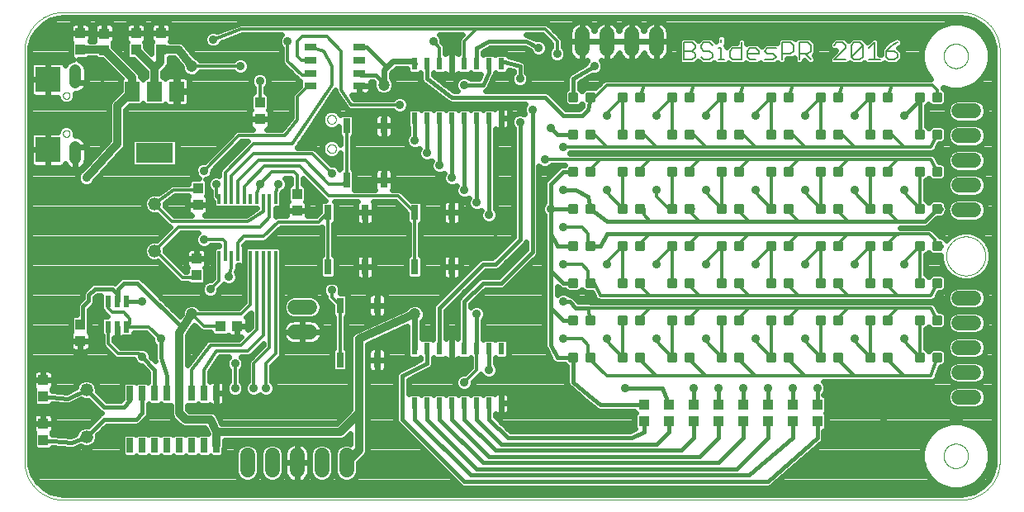
<source format=gtl>
G75*
%MOIN*%
%OFA0B0*%
%FSLAX25Y25*%
%IPPOS*%
%LPD*%
%AMOC8*
5,1,8,0,0,1.08239X$1,22.5*
%
%ADD10C,0.00000*%
%ADD11C,0.00600*%
%ADD12C,0.01181*%
%ADD13R,0.03937X0.04331*%
%ADD14C,0.05200*%
%ADD15R,0.02500X0.06000*%
%ADD16R,0.05900X0.07900*%
%ADD17R,0.15000X0.07900*%
%ADD18R,0.01200X0.03900*%
%ADD19R,0.02362X0.04724*%
%ADD20R,0.03000X0.06000*%
%ADD21C,0.06000*%
%ADD22R,0.02165X0.04724*%
%ADD23R,0.04331X0.03937*%
%ADD24R,0.05000X0.02500*%
%ADD25R,0.09843X0.09843*%
%ADD26C,0.04756*%
%ADD27C,0.02400*%
%ADD28C,0.03562*%
%ADD29C,0.04724*%
%ADD30C,0.03600*%
%ADD31C,0.03200*%
%ADD32C,0.01600*%
%ADD33C,0.01200*%
D10*
X0020048Y0004300D02*
X0382253Y0004300D01*
X0382634Y0004305D01*
X0383014Y0004318D01*
X0383394Y0004341D01*
X0383773Y0004374D01*
X0384151Y0004415D01*
X0384528Y0004465D01*
X0384904Y0004525D01*
X0385279Y0004593D01*
X0385651Y0004671D01*
X0386022Y0004758D01*
X0386390Y0004853D01*
X0386756Y0004958D01*
X0387119Y0005071D01*
X0387480Y0005193D01*
X0387837Y0005323D01*
X0388191Y0005463D01*
X0388542Y0005610D01*
X0388889Y0005767D01*
X0389232Y0005931D01*
X0389571Y0006104D01*
X0389906Y0006285D01*
X0390237Y0006474D01*
X0390562Y0006671D01*
X0390883Y0006875D01*
X0391199Y0007088D01*
X0391509Y0007308D01*
X0391815Y0007535D01*
X0392114Y0007770D01*
X0392408Y0008012D01*
X0392696Y0008260D01*
X0392978Y0008516D01*
X0393253Y0008779D01*
X0393522Y0009048D01*
X0393785Y0009323D01*
X0394041Y0009605D01*
X0394289Y0009893D01*
X0394531Y0010187D01*
X0394766Y0010486D01*
X0394993Y0010792D01*
X0395213Y0011102D01*
X0395426Y0011418D01*
X0395630Y0011739D01*
X0395827Y0012064D01*
X0396016Y0012395D01*
X0396197Y0012730D01*
X0396370Y0013069D01*
X0396534Y0013412D01*
X0396691Y0013759D01*
X0396838Y0014110D01*
X0396978Y0014464D01*
X0397108Y0014821D01*
X0397230Y0015182D01*
X0397343Y0015545D01*
X0397448Y0015911D01*
X0397543Y0016279D01*
X0397630Y0016650D01*
X0397708Y0017022D01*
X0397776Y0017397D01*
X0397836Y0017773D01*
X0397886Y0018150D01*
X0397927Y0018528D01*
X0397960Y0018907D01*
X0397983Y0019287D01*
X0397996Y0019667D01*
X0398001Y0020048D01*
X0398001Y0185402D01*
X0397996Y0185783D01*
X0397983Y0186163D01*
X0397960Y0186543D01*
X0397927Y0186922D01*
X0397886Y0187300D01*
X0397836Y0187677D01*
X0397776Y0188053D01*
X0397708Y0188428D01*
X0397630Y0188800D01*
X0397543Y0189171D01*
X0397448Y0189539D01*
X0397343Y0189905D01*
X0397230Y0190268D01*
X0397108Y0190629D01*
X0396978Y0190986D01*
X0396838Y0191340D01*
X0396691Y0191691D01*
X0396534Y0192038D01*
X0396370Y0192381D01*
X0396197Y0192720D01*
X0396016Y0193055D01*
X0395827Y0193386D01*
X0395630Y0193711D01*
X0395426Y0194032D01*
X0395213Y0194348D01*
X0394993Y0194658D01*
X0394766Y0194964D01*
X0394531Y0195263D01*
X0394289Y0195557D01*
X0394041Y0195845D01*
X0393785Y0196127D01*
X0393522Y0196402D01*
X0393253Y0196671D01*
X0392978Y0196934D01*
X0392696Y0197190D01*
X0392408Y0197438D01*
X0392114Y0197680D01*
X0391815Y0197915D01*
X0391509Y0198142D01*
X0391199Y0198362D01*
X0390883Y0198575D01*
X0390562Y0198779D01*
X0390237Y0198976D01*
X0389906Y0199165D01*
X0389571Y0199346D01*
X0389232Y0199519D01*
X0388889Y0199683D01*
X0388542Y0199840D01*
X0388191Y0199987D01*
X0387837Y0200127D01*
X0387480Y0200257D01*
X0387119Y0200379D01*
X0386756Y0200492D01*
X0386390Y0200597D01*
X0386022Y0200692D01*
X0385651Y0200779D01*
X0385279Y0200857D01*
X0384904Y0200925D01*
X0384528Y0200985D01*
X0384151Y0201035D01*
X0383773Y0201076D01*
X0383394Y0201109D01*
X0383014Y0201132D01*
X0382634Y0201145D01*
X0382253Y0201150D01*
X0020048Y0201150D01*
X0019662Y0201145D01*
X0019275Y0201131D01*
X0018890Y0201107D01*
X0018504Y0201074D01*
X0018120Y0201032D01*
X0017737Y0200980D01*
X0017356Y0200918D01*
X0016976Y0200847D01*
X0016598Y0200767D01*
X0016222Y0200678D01*
X0015848Y0200580D01*
X0015477Y0200472D01*
X0015108Y0200355D01*
X0014743Y0200229D01*
X0014380Y0200095D01*
X0014022Y0199951D01*
X0013666Y0199799D01*
X0013315Y0199638D01*
X0012968Y0199468D01*
X0012624Y0199290D01*
X0012286Y0199104D01*
X0011952Y0198910D01*
X0011623Y0198707D01*
X0011299Y0198496D01*
X0010980Y0198277D01*
X0010667Y0198051D01*
X0010359Y0197817D01*
X0010058Y0197575D01*
X0009762Y0197327D01*
X0009472Y0197070D01*
X0009189Y0196807D01*
X0008912Y0196538D01*
X0008643Y0196261D01*
X0008380Y0195978D01*
X0008123Y0195688D01*
X0007875Y0195392D01*
X0007633Y0195091D01*
X0007399Y0194783D01*
X0007173Y0194470D01*
X0006954Y0194151D01*
X0006743Y0193827D01*
X0006540Y0193498D01*
X0006346Y0193164D01*
X0006160Y0192826D01*
X0005982Y0192482D01*
X0005812Y0192135D01*
X0005651Y0191784D01*
X0005499Y0191428D01*
X0005355Y0191070D01*
X0005221Y0190707D01*
X0005095Y0190342D01*
X0004978Y0189973D01*
X0004870Y0189602D01*
X0004772Y0189228D01*
X0004683Y0188852D01*
X0004603Y0188474D01*
X0004532Y0188094D01*
X0004470Y0187713D01*
X0004418Y0187330D01*
X0004376Y0186946D01*
X0004343Y0186560D01*
X0004319Y0186175D01*
X0004305Y0185788D01*
X0004300Y0185402D01*
X0004300Y0020048D01*
X0004305Y0019667D01*
X0004318Y0019287D01*
X0004341Y0018907D01*
X0004374Y0018528D01*
X0004415Y0018150D01*
X0004465Y0017773D01*
X0004525Y0017397D01*
X0004593Y0017022D01*
X0004671Y0016650D01*
X0004758Y0016279D01*
X0004853Y0015911D01*
X0004958Y0015545D01*
X0005071Y0015182D01*
X0005193Y0014821D01*
X0005323Y0014464D01*
X0005463Y0014110D01*
X0005610Y0013759D01*
X0005767Y0013412D01*
X0005931Y0013069D01*
X0006104Y0012730D01*
X0006285Y0012395D01*
X0006474Y0012064D01*
X0006671Y0011739D01*
X0006875Y0011418D01*
X0007088Y0011102D01*
X0007308Y0010792D01*
X0007535Y0010486D01*
X0007770Y0010187D01*
X0008012Y0009893D01*
X0008260Y0009605D01*
X0008516Y0009323D01*
X0008779Y0009048D01*
X0009048Y0008779D01*
X0009323Y0008516D01*
X0009605Y0008260D01*
X0009893Y0008012D01*
X0010187Y0007770D01*
X0010486Y0007535D01*
X0010792Y0007308D01*
X0011102Y0007088D01*
X0011418Y0006875D01*
X0011739Y0006671D01*
X0012064Y0006474D01*
X0012395Y0006285D01*
X0012730Y0006104D01*
X0013069Y0005931D01*
X0013412Y0005767D01*
X0013759Y0005610D01*
X0014110Y0005463D01*
X0014464Y0005323D01*
X0014821Y0005193D01*
X0015182Y0005071D01*
X0015545Y0004958D01*
X0015911Y0004853D01*
X0016279Y0004758D01*
X0016650Y0004671D01*
X0017022Y0004593D01*
X0017397Y0004525D01*
X0017773Y0004465D01*
X0018150Y0004415D01*
X0018528Y0004374D01*
X0018907Y0004341D01*
X0019287Y0004318D01*
X0019667Y0004305D01*
X0020048Y0004300D01*
X0014930Y0144457D02*
X0012568Y0144457D01*
X0012502Y0144465D01*
X0012438Y0144477D01*
X0012374Y0144493D01*
X0012311Y0144512D01*
X0012250Y0144536D01*
X0012190Y0144563D01*
X0012132Y0144593D01*
X0012076Y0144627D01*
X0012022Y0144664D01*
X0011970Y0144705D01*
X0011921Y0144749D01*
X0011874Y0144795D01*
X0011831Y0144844D01*
X0011790Y0144896D01*
X0011753Y0144950D01*
X0011719Y0145006D01*
X0011689Y0145064D01*
X0011662Y0145124D01*
X0011638Y0145185D01*
X0011619Y0145248D01*
X0011603Y0145312D01*
X0011591Y0145376D01*
X0011583Y0145442D01*
X0011579Y0145507D01*
X0011579Y0145573D01*
X0011583Y0145638D01*
X0011583Y0145639D02*
X0011579Y0145704D01*
X0011579Y0145770D01*
X0011583Y0145835D01*
X0011591Y0145901D01*
X0011603Y0145965D01*
X0011619Y0146029D01*
X0011638Y0146092D01*
X0011662Y0146153D01*
X0011689Y0146213D01*
X0011719Y0146271D01*
X0011753Y0146327D01*
X0011790Y0146381D01*
X0011831Y0146433D01*
X0011874Y0146482D01*
X0011921Y0146528D01*
X0011970Y0146572D01*
X0012022Y0146613D01*
X0012076Y0146650D01*
X0012132Y0146684D01*
X0012190Y0146714D01*
X0012250Y0146741D01*
X0012311Y0146765D01*
X0012374Y0146784D01*
X0012438Y0146800D01*
X0012502Y0146812D01*
X0012568Y0146820D01*
X0014930Y0146820D01*
X0014929Y0146820D02*
X0014992Y0146812D01*
X0015054Y0146801D01*
X0015116Y0146786D01*
X0015176Y0146768D01*
X0015236Y0146746D01*
X0015294Y0146721D01*
X0015350Y0146692D01*
X0015405Y0146660D01*
X0015457Y0146625D01*
X0015508Y0146587D01*
X0015556Y0146547D01*
X0015602Y0146503D01*
X0015645Y0146457D01*
X0015686Y0146408D01*
X0015724Y0146357D01*
X0015758Y0146305D01*
X0015790Y0146250D01*
X0015818Y0146193D01*
X0015843Y0146135D01*
X0015864Y0146075D01*
X0015882Y0146015D01*
X0015896Y0145953D01*
X0015907Y0145891D01*
X0015914Y0145828D01*
X0015918Y0145765D01*
X0015917Y0145702D01*
X0015914Y0145639D01*
X0015914Y0145638D02*
X0015917Y0145575D01*
X0015918Y0145512D01*
X0015914Y0145449D01*
X0015907Y0145386D01*
X0015896Y0145324D01*
X0015882Y0145262D01*
X0015864Y0145202D01*
X0015843Y0145142D01*
X0015818Y0145084D01*
X0015790Y0145027D01*
X0015758Y0144972D01*
X0015724Y0144920D01*
X0015686Y0144869D01*
X0015645Y0144820D01*
X0015602Y0144774D01*
X0015556Y0144730D01*
X0015508Y0144690D01*
X0015457Y0144652D01*
X0015405Y0144617D01*
X0015350Y0144585D01*
X0015294Y0144556D01*
X0015236Y0144531D01*
X0015176Y0144509D01*
X0015116Y0144491D01*
X0015054Y0144476D01*
X0014992Y0144465D01*
X0014929Y0144457D01*
X0019851Y0152135D02*
X0019853Y0152209D01*
X0019859Y0152283D01*
X0019869Y0152356D01*
X0019883Y0152429D01*
X0019900Y0152501D01*
X0019922Y0152571D01*
X0019947Y0152641D01*
X0019976Y0152709D01*
X0020009Y0152775D01*
X0020045Y0152840D01*
X0020085Y0152902D01*
X0020127Y0152963D01*
X0020173Y0153021D01*
X0020222Y0153076D01*
X0020274Y0153129D01*
X0020329Y0153179D01*
X0020386Y0153225D01*
X0020446Y0153269D01*
X0020508Y0153309D01*
X0020572Y0153346D01*
X0020638Y0153380D01*
X0020706Y0153410D01*
X0020775Y0153436D01*
X0020846Y0153459D01*
X0020917Y0153477D01*
X0020990Y0153492D01*
X0021063Y0153503D01*
X0021137Y0153510D01*
X0021211Y0153513D01*
X0021284Y0153512D01*
X0021358Y0153507D01*
X0021432Y0153498D01*
X0021505Y0153485D01*
X0021577Y0153468D01*
X0021648Y0153448D01*
X0021718Y0153423D01*
X0021786Y0153395D01*
X0021853Y0153364D01*
X0021918Y0153328D01*
X0021981Y0153290D01*
X0022042Y0153248D01*
X0022101Y0153202D01*
X0022157Y0153154D01*
X0022210Y0153103D01*
X0022260Y0153049D01*
X0022308Y0152992D01*
X0022352Y0152933D01*
X0022394Y0152871D01*
X0022432Y0152808D01*
X0022466Y0152742D01*
X0022497Y0152675D01*
X0022524Y0152606D01*
X0022547Y0152536D01*
X0022567Y0152465D01*
X0022583Y0152392D01*
X0022595Y0152319D01*
X0022603Y0152246D01*
X0022607Y0152172D01*
X0022607Y0152098D01*
X0022603Y0152024D01*
X0022595Y0151951D01*
X0022583Y0151878D01*
X0022567Y0151805D01*
X0022547Y0151734D01*
X0022524Y0151664D01*
X0022497Y0151595D01*
X0022466Y0151528D01*
X0022432Y0151462D01*
X0022394Y0151399D01*
X0022352Y0151337D01*
X0022308Y0151278D01*
X0022260Y0151221D01*
X0022210Y0151167D01*
X0022157Y0151116D01*
X0022101Y0151068D01*
X0022042Y0151022D01*
X0021981Y0150980D01*
X0021918Y0150942D01*
X0021853Y0150906D01*
X0021786Y0150875D01*
X0021718Y0150847D01*
X0021648Y0150822D01*
X0021577Y0150802D01*
X0021505Y0150785D01*
X0021432Y0150772D01*
X0021358Y0150763D01*
X0021284Y0150758D01*
X0021211Y0150757D01*
X0021137Y0150760D01*
X0021063Y0150767D01*
X0020990Y0150778D01*
X0020917Y0150793D01*
X0020846Y0150811D01*
X0020775Y0150834D01*
X0020706Y0150860D01*
X0020638Y0150890D01*
X0020572Y0150924D01*
X0020508Y0150961D01*
X0020446Y0151001D01*
X0020386Y0151045D01*
X0020329Y0151091D01*
X0020274Y0151141D01*
X0020222Y0151194D01*
X0020173Y0151249D01*
X0020127Y0151307D01*
X0020085Y0151368D01*
X0020045Y0151430D01*
X0020009Y0151495D01*
X0019976Y0151561D01*
X0019947Y0151629D01*
X0019922Y0151699D01*
X0019900Y0151769D01*
X0019883Y0151841D01*
X0019869Y0151914D01*
X0019859Y0151987D01*
X0019853Y0152061D01*
X0019851Y0152135D01*
X0019851Y0167489D02*
X0019853Y0167563D01*
X0019859Y0167637D01*
X0019869Y0167710D01*
X0019883Y0167783D01*
X0019900Y0167855D01*
X0019922Y0167925D01*
X0019947Y0167995D01*
X0019976Y0168063D01*
X0020009Y0168129D01*
X0020045Y0168194D01*
X0020085Y0168256D01*
X0020127Y0168317D01*
X0020173Y0168375D01*
X0020222Y0168430D01*
X0020274Y0168483D01*
X0020329Y0168533D01*
X0020386Y0168579D01*
X0020446Y0168623D01*
X0020508Y0168663D01*
X0020572Y0168700D01*
X0020638Y0168734D01*
X0020706Y0168764D01*
X0020775Y0168790D01*
X0020846Y0168813D01*
X0020917Y0168831D01*
X0020990Y0168846D01*
X0021063Y0168857D01*
X0021137Y0168864D01*
X0021211Y0168867D01*
X0021284Y0168866D01*
X0021358Y0168861D01*
X0021432Y0168852D01*
X0021505Y0168839D01*
X0021577Y0168822D01*
X0021648Y0168802D01*
X0021718Y0168777D01*
X0021786Y0168749D01*
X0021853Y0168718D01*
X0021918Y0168682D01*
X0021981Y0168644D01*
X0022042Y0168602D01*
X0022101Y0168556D01*
X0022157Y0168508D01*
X0022210Y0168457D01*
X0022260Y0168403D01*
X0022308Y0168346D01*
X0022352Y0168287D01*
X0022394Y0168225D01*
X0022432Y0168162D01*
X0022466Y0168096D01*
X0022497Y0168029D01*
X0022524Y0167960D01*
X0022547Y0167890D01*
X0022567Y0167819D01*
X0022583Y0167746D01*
X0022595Y0167673D01*
X0022603Y0167600D01*
X0022607Y0167526D01*
X0022607Y0167452D01*
X0022603Y0167378D01*
X0022595Y0167305D01*
X0022583Y0167232D01*
X0022567Y0167159D01*
X0022547Y0167088D01*
X0022524Y0167018D01*
X0022497Y0166949D01*
X0022466Y0166882D01*
X0022432Y0166816D01*
X0022394Y0166753D01*
X0022352Y0166691D01*
X0022308Y0166632D01*
X0022260Y0166575D01*
X0022210Y0166521D01*
X0022157Y0166470D01*
X0022101Y0166422D01*
X0022042Y0166376D01*
X0021981Y0166334D01*
X0021918Y0166296D01*
X0021853Y0166260D01*
X0021786Y0166229D01*
X0021718Y0166201D01*
X0021648Y0166176D01*
X0021577Y0166156D01*
X0021505Y0166139D01*
X0021432Y0166126D01*
X0021358Y0166117D01*
X0021284Y0166112D01*
X0021211Y0166111D01*
X0021137Y0166114D01*
X0021063Y0166121D01*
X0020990Y0166132D01*
X0020917Y0166147D01*
X0020846Y0166165D01*
X0020775Y0166188D01*
X0020706Y0166214D01*
X0020638Y0166244D01*
X0020572Y0166278D01*
X0020508Y0166315D01*
X0020446Y0166355D01*
X0020386Y0166399D01*
X0020329Y0166445D01*
X0020274Y0166495D01*
X0020222Y0166548D01*
X0020173Y0166603D01*
X0020127Y0166661D01*
X0020085Y0166722D01*
X0020045Y0166784D01*
X0020009Y0166849D01*
X0019976Y0166915D01*
X0019947Y0166983D01*
X0019922Y0167053D01*
X0019900Y0167123D01*
X0019883Y0167195D01*
X0019869Y0167268D01*
X0019859Y0167341D01*
X0019853Y0167415D01*
X0019851Y0167489D01*
X0014930Y0172804D02*
X0012568Y0172804D01*
X0012502Y0172812D01*
X0012438Y0172824D01*
X0012374Y0172840D01*
X0012311Y0172859D01*
X0012250Y0172883D01*
X0012190Y0172910D01*
X0012132Y0172940D01*
X0012076Y0172974D01*
X0012022Y0173011D01*
X0011970Y0173052D01*
X0011921Y0173096D01*
X0011874Y0173142D01*
X0011831Y0173191D01*
X0011790Y0173243D01*
X0011753Y0173297D01*
X0011719Y0173353D01*
X0011689Y0173411D01*
X0011662Y0173471D01*
X0011638Y0173532D01*
X0011619Y0173595D01*
X0011603Y0173659D01*
X0011591Y0173723D01*
X0011583Y0173789D01*
X0011579Y0173854D01*
X0011579Y0173920D01*
X0011583Y0173985D01*
X0011579Y0174050D01*
X0011579Y0174116D01*
X0011583Y0174181D01*
X0011591Y0174247D01*
X0011603Y0174311D01*
X0011619Y0174375D01*
X0011638Y0174438D01*
X0011662Y0174499D01*
X0011689Y0174559D01*
X0011719Y0174617D01*
X0011753Y0174673D01*
X0011790Y0174727D01*
X0011831Y0174779D01*
X0011874Y0174828D01*
X0011921Y0174874D01*
X0011970Y0174918D01*
X0012022Y0174959D01*
X0012076Y0174996D01*
X0012132Y0175030D01*
X0012190Y0175060D01*
X0012250Y0175087D01*
X0012311Y0175111D01*
X0012374Y0175130D01*
X0012438Y0175146D01*
X0012502Y0175158D01*
X0012568Y0175166D01*
X0014930Y0175166D01*
X0014929Y0175166D02*
X0014992Y0175158D01*
X0015054Y0175147D01*
X0015116Y0175132D01*
X0015176Y0175114D01*
X0015236Y0175092D01*
X0015294Y0175067D01*
X0015350Y0175038D01*
X0015405Y0175006D01*
X0015457Y0174971D01*
X0015508Y0174933D01*
X0015556Y0174893D01*
X0015602Y0174849D01*
X0015645Y0174803D01*
X0015686Y0174754D01*
X0015724Y0174703D01*
X0015758Y0174651D01*
X0015790Y0174596D01*
X0015818Y0174539D01*
X0015843Y0174481D01*
X0015864Y0174421D01*
X0015882Y0174361D01*
X0015896Y0174299D01*
X0015907Y0174237D01*
X0015914Y0174174D01*
X0015918Y0174111D01*
X0015917Y0174048D01*
X0015914Y0173985D01*
X0015917Y0173922D01*
X0015918Y0173859D01*
X0015914Y0173796D01*
X0015907Y0173733D01*
X0015896Y0173671D01*
X0015882Y0173609D01*
X0015864Y0173549D01*
X0015843Y0173489D01*
X0015818Y0173431D01*
X0015790Y0173374D01*
X0015758Y0173319D01*
X0015724Y0173267D01*
X0015686Y0173216D01*
X0015645Y0173167D01*
X0015602Y0173121D01*
X0015556Y0173077D01*
X0015508Y0173037D01*
X0015457Y0172999D01*
X0015405Y0172964D01*
X0015350Y0172932D01*
X0015294Y0172903D01*
X0015236Y0172878D01*
X0015176Y0172856D01*
X0015116Y0172838D01*
X0015054Y0172823D01*
X0014992Y0172812D01*
X0014929Y0172804D01*
X0126544Y0157843D02*
X0126546Y0157927D01*
X0126552Y0158010D01*
X0126562Y0158093D01*
X0126576Y0158176D01*
X0126593Y0158258D01*
X0126615Y0158339D01*
X0126640Y0158418D01*
X0126669Y0158497D01*
X0126702Y0158574D01*
X0126738Y0158649D01*
X0126778Y0158723D01*
X0126821Y0158795D01*
X0126868Y0158864D01*
X0126918Y0158931D01*
X0126971Y0158996D01*
X0127027Y0159058D01*
X0127085Y0159118D01*
X0127147Y0159175D01*
X0127211Y0159228D01*
X0127278Y0159279D01*
X0127347Y0159326D01*
X0127418Y0159371D01*
X0127491Y0159411D01*
X0127566Y0159448D01*
X0127643Y0159482D01*
X0127721Y0159512D01*
X0127800Y0159538D01*
X0127881Y0159561D01*
X0127963Y0159579D01*
X0128045Y0159594D01*
X0128128Y0159605D01*
X0128211Y0159612D01*
X0128295Y0159615D01*
X0128379Y0159614D01*
X0128462Y0159609D01*
X0128546Y0159600D01*
X0128628Y0159587D01*
X0128710Y0159571D01*
X0128791Y0159550D01*
X0128872Y0159526D01*
X0128950Y0159498D01*
X0129028Y0159466D01*
X0129104Y0159430D01*
X0129178Y0159391D01*
X0129250Y0159349D01*
X0129320Y0159303D01*
X0129388Y0159254D01*
X0129453Y0159202D01*
X0129516Y0159147D01*
X0129576Y0159089D01*
X0129634Y0159028D01*
X0129688Y0158964D01*
X0129740Y0158898D01*
X0129788Y0158830D01*
X0129833Y0158759D01*
X0129874Y0158686D01*
X0129913Y0158612D01*
X0129947Y0158536D01*
X0129978Y0158458D01*
X0130005Y0158379D01*
X0130029Y0158298D01*
X0130048Y0158217D01*
X0130064Y0158135D01*
X0130076Y0158052D01*
X0130084Y0157968D01*
X0130088Y0157885D01*
X0130088Y0157801D01*
X0130084Y0157718D01*
X0130076Y0157634D01*
X0130064Y0157551D01*
X0130048Y0157469D01*
X0130029Y0157388D01*
X0130005Y0157307D01*
X0129978Y0157228D01*
X0129947Y0157150D01*
X0129913Y0157074D01*
X0129874Y0157000D01*
X0129833Y0156927D01*
X0129788Y0156856D01*
X0129740Y0156788D01*
X0129688Y0156722D01*
X0129634Y0156658D01*
X0129576Y0156597D01*
X0129516Y0156539D01*
X0129453Y0156484D01*
X0129388Y0156432D01*
X0129320Y0156383D01*
X0129250Y0156337D01*
X0129178Y0156295D01*
X0129104Y0156256D01*
X0129028Y0156220D01*
X0128950Y0156188D01*
X0128872Y0156160D01*
X0128791Y0156136D01*
X0128710Y0156115D01*
X0128628Y0156099D01*
X0128546Y0156086D01*
X0128462Y0156077D01*
X0128379Y0156072D01*
X0128295Y0156071D01*
X0128211Y0156074D01*
X0128128Y0156081D01*
X0128045Y0156092D01*
X0127963Y0156107D01*
X0127881Y0156125D01*
X0127800Y0156148D01*
X0127721Y0156174D01*
X0127643Y0156204D01*
X0127566Y0156238D01*
X0127491Y0156275D01*
X0127418Y0156315D01*
X0127347Y0156360D01*
X0127278Y0156407D01*
X0127211Y0156458D01*
X0127147Y0156511D01*
X0127085Y0156568D01*
X0127027Y0156628D01*
X0126971Y0156690D01*
X0126918Y0156755D01*
X0126868Y0156822D01*
X0126821Y0156891D01*
X0126778Y0156963D01*
X0126738Y0157037D01*
X0126702Y0157112D01*
X0126669Y0157189D01*
X0126640Y0157268D01*
X0126615Y0157347D01*
X0126593Y0157428D01*
X0126576Y0157510D01*
X0126562Y0157593D01*
X0126552Y0157676D01*
X0126546Y0157759D01*
X0126544Y0157843D01*
X0126544Y0146032D02*
X0126546Y0146116D01*
X0126552Y0146199D01*
X0126562Y0146282D01*
X0126576Y0146365D01*
X0126593Y0146447D01*
X0126615Y0146528D01*
X0126640Y0146607D01*
X0126669Y0146686D01*
X0126702Y0146763D01*
X0126738Y0146838D01*
X0126778Y0146912D01*
X0126821Y0146984D01*
X0126868Y0147053D01*
X0126918Y0147120D01*
X0126971Y0147185D01*
X0127027Y0147247D01*
X0127085Y0147307D01*
X0127147Y0147364D01*
X0127211Y0147417D01*
X0127278Y0147468D01*
X0127347Y0147515D01*
X0127418Y0147560D01*
X0127491Y0147600D01*
X0127566Y0147637D01*
X0127643Y0147671D01*
X0127721Y0147701D01*
X0127800Y0147727D01*
X0127881Y0147750D01*
X0127963Y0147768D01*
X0128045Y0147783D01*
X0128128Y0147794D01*
X0128211Y0147801D01*
X0128295Y0147804D01*
X0128379Y0147803D01*
X0128462Y0147798D01*
X0128546Y0147789D01*
X0128628Y0147776D01*
X0128710Y0147760D01*
X0128791Y0147739D01*
X0128872Y0147715D01*
X0128950Y0147687D01*
X0129028Y0147655D01*
X0129104Y0147619D01*
X0129178Y0147580D01*
X0129250Y0147538D01*
X0129320Y0147492D01*
X0129388Y0147443D01*
X0129453Y0147391D01*
X0129516Y0147336D01*
X0129576Y0147278D01*
X0129634Y0147217D01*
X0129688Y0147153D01*
X0129740Y0147087D01*
X0129788Y0147019D01*
X0129833Y0146948D01*
X0129874Y0146875D01*
X0129913Y0146801D01*
X0129947Y0146725D01*
X0129978Y0146647D01*
X0130005Y0146568D01*
X0130029Y0146487D01*
X0130048Y0146406D01*
X0130064Y0146324D01*
X0130076Y0146241D01*
X0130084Y0146157D01*
X0130088Y0146074D01*
X0130088Y0145990D01*
X0130084Y0145907D01*
X0130076Y0145823D01*
X0130064Y0145740D01*
X0130048Y0145658D01*
X0130029Y0145577D01*
X0130005Y0145496D01*
X0129978Y0145417D01*
X0129947Y0145339D01*
X0129913Y0145263D01*
X0129874Y0145189D01*
X0129833Y0145116D01*
X0129788Y0145045D01*
X0129740Y0144977D01*
X0129688Y0144911D01*
X0129634Y0144847D01*
X0129576Y0144786D01*
X0129516Y0144728D01*
X0129453Y0144673D01*
X0129388Y0144621D01*
X0129320Y0144572D01*
X0129250Y0144526D01*
X0129178Y0144484D01*
X0129104Y0144445D01*
X0129028Y0144409D01*
X0128950Y0144377D01*
X0128872Y0144349D01*
X0128791Y0144325D01*
X0128710Y0144304D01*
X0128628Y0144288D01*
X0128546Y0144275D01*
X0128462Y0144266D01*
X0128379Y0144261D01*
X0128295Y0144260D01*
X0128211Y0144263D01*
X0128128Y0144270D01*
X0128045Y0144281D01*
X0127963Y0144296D01*
X0127881Y0144314D01*
X0127800Y0144337D01*
X0127721Y0144363D01*
X0127643Y0144393D01*
X0127566Y0144427D01*
X0127491Y0144464D01*
X0127418Y0144504D01*
X0127347Y0144549D01*
X0127278Y0144596D01*
X0127211Y0144647D01*
X0127147Y0144700D01*
X0127085Y0144757D01*
X0127027Y0144817D01*
X0126971Y0144879D01*
X0126918Y0144944D01*
X0126868Y0145011D01*
X0126821Y0145080D01*
X0126778Y0145152D01*
X0126738Y0145226D01*
X0126702Y0145301D01*
X0126669Y0145378D01*
X0126640Y0145457D01*
X0126615Y0145536D01*
X0126593Y0145617D01*
X0126576Y0145699D01*
X0126562Y0145782D01*
X0126552Y0145865D01*
X0126546Y0145948D01*
X0126544Y0146032D01*
X0375363Y0183434D02*
X0375365Y0183574D01*
X0375371Y0183714D01*
X0375381Y0183853D01*
X0375395Y0183992D01*
X0375413Y0184131D01*
X0375434Y0184269D01*
X0375460Y0184407D01*
X0375490Y0184544D01*
X0375523Y0184679D01*
X0375561Y0184814D01*
X0375602Y0184948D01*
X0375647Y0185081D01*
X0375695Y0185212D01*
X0375748Y0185341D01*
X0375804Y0185470D01*
X0375863Y0185596D01*
X0375927Y0185721D01*
X0375993Y0185844D01*
X0376064Y0185965D01*
X0376137Y0186084D01*
X0376214Y0186201D01*
X0376295Y0186315D01*
X0376378Y0186427D01*
X0376465Y0186537D01*
X0376555Y0186645D01*
X0376647Y0186749D01*
X0376743Y0186851D01*
X0376842Y0186951D01*
X0376943Y0187047D01*
X0377047Y0187141D01*
X0377154Y0187231D01*
X0377263Y0187318D01*
X0377375Y0187403D01*
X0377489Y0187484D01*
X0377605Y0187562D01*
X0377723Y0187636D01*
X0377844Y0187707D01*
X0377966Y0187775D01*
X0378091Y0187839D01*
X0378217Y0187900D01*
X0378344Y0187957D01*
X0378474Y0188010D01*
X0378605Y0188060D01*
X0378737Y0188105D01*
X0378870Y0188148D01*
X0379005Y0188186D01*
X0379140Y0188220D01*
X0379277Y0188251D01*
X0379414Y0188278D01*
X0379552Y0188300D01*
X0379691Y0188319D01*
X0379830Y0188334D01*
X0379969Y0188345D01*
X0380109Y0188352D01*
X0380249Y0188355D01*
X0380389Y0188354D01*
X0380529Y0188349D01*
X0380668Y0188340D01*
X0380808Y0188327D01*
X0380947Y0188310D01*
X0381085Y0188289D01*
X0381223Y0188265D01*
X0381360Y0188236D01*
X0381496Y0188204D01*
X0381631Y0188167D01*
X0381765Y0188127D01*
X0381898Y0188083D01*
X0382029Y0188035D01*
X0382159Y0187984D01*
X0382288Y0187929D01*
X0382415Y0187870D01*
X0382540Y0187807D01*
X0382663Y0187742D01*
X0382785Y0187672D01*
X0382904Y0187599D01*
X0383022Y0187523D01*
X0383137Y0187444D01*
X0383250Y0187361D01*
X0383360Y0187275D01*
X0383468Y0187186D01*
X0383573Y0187094D01*
X0383676Y0186999D01*
X0383776Y0186901D01*
X0383873Y0186801D01*
X0383967Y0186697D01*
X0384059Y0186591D01*
X0384147Y0186483D01*
X0384232Y0186372D01*
X0384314Y0186258D01*
X0384393Y0186142D01*
X0384468Y0186025D01*
X0384540Y0185905D01*
X0384608Y0185783D01*
X0384673Y0185659D01*
X0384735Y0185533D01*
X0384793Y0185406D01*
X0384847Y0185277D01*
X0384898Y0185146D01*
X0384944Y0185014D01*
X0384987Y0184881D01*
X0385027Y0184747D01*
X0385062Y0184612D01*
X0385094Y0184475D01*
X0385121Y0184338D01*
X0385145Y0184200D01*
X0385165Y0184062D01*
X0385181Y0183923D01*
X0385193Y0183783D01*
X0385201Y0183644D01*
X0385205Y0183504D01*
X0385205Y0183364D01*
X0385201Y0183224D01*
X0385193Y0183085D01*
X0385181Y0182945D01*
X0385165Y0182806D01*
X0385145Y0182668D01*
X0385121Y0182530D01*
X0385094Y0182393D01*
X0385062Y0182256D01*
X0385027Y0182121D01*
X0384987Y0181987D01*
X0384944Y0181854D01*
X0384898Y0181722D01*
X0384847Y0181591D01*
X0384793Y0181462D01*
X0384735Y0181335D01*
X0384673Y0181209D01*
X0384608Y0181085D01*
X0384540Y0180963D01*
X0384468Y0180843D01*
X0384393Y0180726D01*
X0384314Y0180610D01*
X0384232Y0180496D01*
X0384147Y0180385D01*
X0384059Y0180277D01*
X0383967Y0180171D01*
X0383873Y0180067D01*
X0383776Y0179967D01*
X0383676Y0179869D01*
X0383573Y0179774D01*
X0383468Y0179682D01*
X0383360Y0179593D01*
X0383250Y0179507D01*
X0383137Y0179424D01*
X0383022Y0179345D01*
X0382904Y0179269D01*
X0382785Y0179196D01*
X0382663Y0179126D01*
X0382540Y0179061D01*
X0382415Y0178998D01*
X0382288Y0178939D01*
X0382159Y0178884D01*
X0382029Y0178833D01*
X0381898Y0178785D01*
X0381765Y0178741D01*
X0381631Y0178701D01*
X0381496Y0178664D01*
X0381360Y0178632D01*
X0381223Y0178603D01*
X0381085Y0178579D01*
X0380947Y0178558D01*
X0380808Y0178541D01*
X0380668Y0178528D01*
X0380529Y0178519D01*
X0380389Y0178514D01*
X0380249Y0178513D01*
X0380109Y0178516D01*
X0379969Y0178523D01*
X0379830Y0178534D01*
X0379691Y0178549D01*
X0379552Y0178568D01*
X0379414Y0178590D01*
X0379277Y0178617D01*
X0379140Y0178648D01*
X0379005Y0178682D01*
X0378870Y0178720D01*
X0378737Y0178763D01*
X0378605Y0178808D01*
X0378474Y0178858D01*
X0378344Y0178911D01*
X0378217Y0178968D01*
X0378091Y0179029D01*
X0377966Y0179093D01*
X0377844Y0179161D01*
X0377723Y0179232D01*
X0377605Y0179306D01*
X0377489Y0179384D01*
X0377375Y0179465D01*
X0377263Y0179550D01*
X0377154Y0179637D01*
X0377047Y0179727D01*
X0376943Y0179821D01*
X0376842Y0179917D01*
X0376743Y0180017D01*
X0376647Y0180119D01*
X0376555Y0180223D01*
X0376465Y0180331D01*
X0376378Y0180441D01*
X0376295Y0180553D01*
X0376214Y0180667D01*
X0376137Y0180784D01*
X0376064Y0180903D01*
X0375993Y0181024D01*
X0375927Y0181147D01*
X0375863Y0181272D01*
X0375804Y0181398D01*
X0375748Y0181527D01*
X0375695Y0181656D01*
X0375647Y0181787D01*
X0375602Y0181920D01*
X0375561Y0182054D01*
X0375523Y0182189D01*
X0375490Y0182324D01*
X0375460Y0182461D01*
X0375434Y0182599D01*
X0375413Y0182737D01*
X0375395Y0182876D01*
X0375381Y0183015D01*
X0375371Y0183154D01*
X0375365Y0183294D01*
X0375363Y0183434D01*
X0376426Y0102725D02*
X0376428Y0102918D01*
X0376435Y0103111D01*
X0376447Y0103304D01*
X0376464Y0103497D01*
X0376485Y0103689D01*
X0376511Y0103880D01*
X0376542Y0104071D01*
X0376577Y0104261D01*
X0376617Y0104450D01*
X0376662Y0104638D01*
X0376711Y0104825D01*
X0376765Y0105011D01*
X0376823Y0105195D01*
X0376886Y0105378D01*
X0376954Y0105559D01*
X0377025Y0105738D01*
X0377102Y0105916D01*
X0377182Y0106092D01*
X0377267Y0106265D01*
X0377356Y0106437D01*
X0377449Y0106606D01*
X0377546Y0106773D01*
X0377648Y0106938D01*
X0377753Y0107100D01*
X0377862Y0107259D01*
X0377976Y0107416D01*
X0378093Y0107569D01*
X0378213Y0107720D01*
X0378338Y0107868D01*
X0378466Y0108013D01*
X0378597Y0108154D01*
X0378732Y0108293D01*
X0378871Y0108428D01*
X0379012Y0108559D01*
X0379157Y0108687D01*
X0379305Y0108812D01*
X0379456Y0108932D01*
X0379609Y0109049D01*
X0379766Y0109163D01*
X0379925Y0109272D01*
X0380087Y0109377D01*
X0380252Y0109479D01*
X0380419Y0109576D01*
X0380588Y0109669D01*
X0380760Y0109758D01*
X0380933Y0109843D01*
X0381109Y0109923D01*
X0381287Y0110000D01*
X0381466Y0110071D01*
X0381647Y0110139D01*
X0381830Y0110202D01*
X0382014Y0110260D01*
X0382200Y0110314D01*
X0382387Y0110363D01*
X0382575Y0110408D01*
X0382764Y0110448D01*
X0382954Y0110483D01*
X0383145Y0110514D01*
X0383336Y0110540D01*
X0383528Y0110561D01*
X0383721Y0110578D01*
X0383914Y0110590D01*
X0384107Y0110597D01*
X0384300Y0110599D01*
X0384493Y0110597D01*
X0384686Y0110590D01*
X0384879Y0110578D01*
X0385072Y0110561D01*
X0385264Y0110540D01*
X0385455Y0110514D01*
X0385646Y0110483D01*
X0385836Y0110448D01*
X0386025Y0110408D01*
X0386213Y0110363D01*
X0386400Y0110314D01*
X0386586Y0110260D01*
X0386770Y0110202D01*
X0386953Y0110139D01*
X0387134Y0110071D01*
X0387313Y0110000D01*
X0387491Y0109923D01*
X0387667Y0109843D01*
X0387840Y0109758D01*
X0388012Y0109669D01*
X0388181Y0109576D01*
X0388348Y0109479D01*
X0388513Y0109377D01*
X0388675Y0109272D01*
X0388834Y0109163D01*
X0388991Y0109049D01*
X0389144Y0108932D01*
X0389295Y0108812D01*
X0389443Y0108687D01*
X0389588Y0108559D01*
X0389729Y0108428D01*
X0389868Y0108293D01*
X0390003Y0108154D01*
X0390134Y0108013D01*
X0390262Y0107868D01*
X0390387Y0107720D01*
X0390507Y0107569D01*
X0390624Y0107416D01*
X0390738Y0107259D01*
X0390847Y0107100D01*
X0390952Y0106938D01*
X0391054Y0106773D01*
X0391151Y0106606D01*
X0391244Y0106437D01*
X0391333Y0106265D01*
X0391418Y0106092D01*
X0391498Y0105916D01*
X0391575Y0105738D01*
X0391646Y0105559D01*
X0391714Y0105378D01*
X0391777Y0105195D01*
X0391835Y0105011D01*
X0391889Y0104825D01*
X0391938Y0104638D01*
X0391983Y0104450D01*
X0392023Y0104261D01*
X0392058Y0104071D01*
X0392089Y0103880D01*
X0392115Y0103689D01*
X0392136Y0103497D01*
X0392153Y0103304D01*
X0392165Y0103111D01*
X0392172Y0102918D01*
X0392174Y0102725D01*
X0392172Y0102532D01*
X0392165Y0102339D01*
X0392153Y0102146D01*
X0392136Y0101953D01*
X0392115Y0101761D01*
X0392089Y0101570D01*
X0392058Y0101379D01*
X0392023Y0101189D01*
X0391983Y0101000D01*
X0391938Y0100812D01*
X0391889Y0100625D01*
X0391835Y0100439D01*
X0391777Y0100255D01*
X0391714Y0100072D01*
X0391646Y0099891D01*
X0391575Y0099712D01*
X0391498Y0099534D01*
X0391418Y0099358D01*
X0391333Y0099185D01*
X0391244Y0099013D01*
X0391151Y0098844D01*
X0391054Y0098677D01*
X0390952Y0098512D01*
X0390847Y0098350D01*
X0390738Y0098191D01*
X0390624Y0098034D01*
X0390507Y0097881D01*
X0390387Y0097730D01*
X0390262Y0097582D01*
X0390134Y0097437D01*
X0390003Y0097296D01*
X0389868Y0097157D01*
X0389729Y0097022D01*
X0389588Y0096891D01*
X0389443Y0096763D01*
X0389295Y0096638D01*
X0389144Y0096518D01*
X0388991Y0096401D01*
X0388834Y0096287D01*
X0388675Y0096178D01*
X0388513Y0096073D01*
X0388348Y0095971D01*
X0388181Y0095874D01*
X0388012Y0095781D01*
X0387840Y0095692D01*
X0387667Y0095607D01*
X0387491Y0095527D01*
X0387313Y0095450D01*
X0387134Y0095379D01*
X0386953Y0095311D01*
X0386770Y0095248D01*
X0386586Y0095190D01*
X0386400Y0095136D01*
X0386213Y0095087D01*
X0386025Y0095042D01*
X0385836Y0095002D01*
X0385646Y0094967D01*
X0385455Y0094936D01*
X0385264Y0094910D01*
X0385072Y0094889D01*
X0384879Y0094872D01*
X0384686Y0094860D01*
X0384493Y0094853D01*
X0384300Y0094851D01*
X0384107Y0094853D01*
X0383914Y0094860D01*
X0383721Y0094872D01*
X0383528Y0094889D01*
X0383336Y0094910D01*
X0383145Y0094936D01*
X0382954Y0094967D01*
X0382764Y0095002D01*
X0382575Y0095042D01*
X0382387Y0095087D01*
X0382200Y0095136D01*
X0382014Y0095190D01*
X0381830Y0095248D01*
X0381647Y0095311D01*
X0381466Y0095379D01*
X0381287Y0095450D01*
X0381109Y0095527D01*
X0380933Y0095607D01*
X0380760Y0095692D01*
X0380588Y0095781D01*
X0380419Y0095874D01*
X0380252Y0095971D01*
X0380087Y0096073D01*
X0379925Y0096178D01*
X0379766Y0096287D01*
X0379609Y0096401D01*
X0379456Y0096518D01*
X0379305Y0096638D01*
X0379157Y0096763D01*
X0379012Y0096891D01*
X0378871Y0097022D01*
X0378732Y0097157D01*
X0378597Y0097296D01*
X0378466Y0097437D01*
X0378338Y0097582D01*
X0378213Y0097730D01*
X0378093Y0097881D01*
X0377976Y0098034D01*
X0377862Y0098191D01*
X0377753Y0098350D01*
X0377648Y0098512D01*
X0377546Y0098677D01*
X0377449Y0098844D01*
X0377356Y0099013D01*
X0377267Y0099185D01*
X0377182Y0099358D01*
X0377102Y0099534D01*
X0377025Y0099712D01*
X0376954Y0099891D01*
X0376886Y0100072D01*
X0376823Y0100255D01*
X0376765Y0100439D01*
X0376711Y0100625D01*
X0376662Y0100812D01*
X0376617Y0101000D01*
X0376577Y0101189D01*
X0376542Y0101379D01*
X0376511Y0101570D01*
X0376485Y0101761D01*
X0376464Y0101953D01*
X0376447Y0102146D01*
X0376435Y0102339D01*
X0376428Y0102532D01*
X0376426Y0102725D01*
X0375363Y0022017D02*
X0375365Y0022157D01*
X0375371Y0022297D01*
X0375381Y0022436D01*
X0375395Y0022575D01*
X0375413Y0022714D01*
X0375434Y0022852D01*
X0375460Y0022990D01*
X0375490Y0023127D01*
X0375523Y0023262D01*
X0375561Y0023397D01*
X0375602Y0023531D01*
X0375647Y0023664D01*
X0375695Y0023795D01*
X0375748Y0023924D01*
X0375804Y0024053D01*
X0375863Y0024179D01*
X0375927Y0024304D01*
X0375993Y0024427D01*
X0376064Y0024548D01*
X0376137Y0024667D01*
X0376214Y0024784D01*
X0376295Y0024898D01*
X0376378Y0025010D01*
X0376465Y0025120D01*
X0376555Y0025228D01*
X0376647Y0025332D01*
X0376743Y0025434D01*
X0376842Y0025534D01*
X0376943Y0025630D01*
X0377047Y0025724D01*
X0377154Y0025814D01*
X0377263Y0025901D01*
X0377375Y0025986D01*
X0377489Y0026067D01*
X0377605Y0026145D01*
X0377723Y0026219D01*
X0377844Y0026290D01*
X0377966Y0026358D01*
X0378091Y0026422D01*
X0378217Y0026483D01*
X0378344Y0026540D01*
X0378474Y0026593D01*
X0378605Y0026643D01*
X0378737Y0026688D01*
X0378870Y0026731D01*
X0379005Y0026769D01*
X0379140Y0026803D01*
X0379277Y0026834D01*
X0379414Y0026861D01*
X0379552Y0026883D01*
X0379691Y0026902D01*
X0379830Y0026917D01*
X0379969Y0026928D01*
X0380109Y0026935D01*
X0380249Y0026938D01*
X0380389Y0026937D01*
X0380529Y0026932D01*
X0380668Y0026923D01*
X0380808Y0026910D01*
X0380947Y0026893D01*
X0381085Y0026872D01*
X0381223Y0026848D01*
X0381360Y0026819D01*
X0381496Y0026787D01*
X0381631Y0026750D01*
X0381765Y0026710D01*
X0381898Y0026666D01*
X0382029Y0026618D01*
X0382159Y0026567D01*
X0382288Y0026512D01*
X0382415Y0026453D01*
X0382540Y0026390D01*
X0382663Y0026325D01*
X0382785Y0026255D01*
X0382904Y0026182D01*
X0383022Y0026106D01*
X0383137Y0026027D01*
X0383250Y0025944D01*
X0383360Y0025858D01*
X0383468Y0025769D01*
X0383573Y0025677D01*
X0383676Y0025582D01*
X0383776Y0025484D01*
X0383873Y0025384D01*
X0383967Y0025280D01*
X0384059Y0025174D01*
X0384147Y0025066D01*
X0384232Y0024955D01*
X0384314Y0024841D01*
X0384393Y0024725D01*
X0384468Y0024608D01*
X0384540Y0024488D01*
X0384608Y0024366D01*
X0384673Y0024242D01*
X0384735Y0024116D01*
X0384793Y0023989D01*
X0384847Y0023860D01*
X0384898Y0023729D01*
X0384944Y0023597D01*
X0384987Y0023464D01*
X0385027Y0023330D01*
X0385062Y0023195D01*
X0385094Y0023058D01*
X0385121Y0022921D01*
X0385145Y0022783D01*
X0385165Y0022645D01*
X0385181Y0022506D01*
X0385193Y0022366D01*
X0385201Y0022227D01*
X0385205Y0022087D01*
X0385205Y0021947D01*
X0385201Y0021807D01*
X0385193Y0021668D01*
X0385181Y0021528D01*
X0385165Y0021389D01*
X0385145Y0021251D01*
X0385121Y0021113D01*
X0385094Y0020976D01*
X0385062Y0020839D01*
X0385027Y0020704D01*
X0384987Y0020570D01*
X0384944Y0020437D01*
X0384898Y0020305D01*
X0384847Y0020174D01*
X0384793Y0020045D01*
X0384735Y0019918D01*
X0384673Y0019792D01*
X0384608Y0019668D01*
X0384540Y0019546D01*
X0384468Y0019426D01*
X0384393Y0019309D01*
X0384314Y0019193D01*
X0384232Y0019079D01*
X0384147Y0018968D01*
X0384059Y0018860D01*
X0383967Y0018754D01*
X0383873Y0018650D01*
X0383776Y0018550D01*
X0383676Y0018452D01*
X0383573Y0018357D01*
X0383468Y0018265D01*
X0383360Y0018176D01*
X0383250Y0018090D01*
X0383137Y0018007D01*
X0383022Y0017928D01*
X0382904Y0017852D01*
X0382785Y0017779D01*
X0382663Y0017709D01*
X0382540Y0017644D01*
X0382415Y0017581D01*
X0382288Y0017522D01*
X0382159Y0017467D01*
X0382029Y0017416D01*
X0381898Y0017368D01*
X0381765Y0017324D01*
X0381631Y0017284D01*
X0381496Y0017247D01*
X0381360Y0017215D01*
X0381223Y0017186D01*
X0381085Y0017162D01*
X0380947Y0017141D01*
X0380808Y0017124D01*
X0380668Y0017111D01*
X0380529Y0017102D01*
X0380389Y0017097D01*
X0380249Y0017096D01*
X0380109Y0017099D01*
X0379969Y0017106D01*
X0379830Y0017117D01*
X0379691Y0017132D01*
X0379552Y0017151D01*
X0379414Y0017173D01*
X0379277Y0017200D01*
X0379140Y0017231D01*
X0379005Y0017265D01*
X0378870Y0017303D01*
X0378737Y0017346D01*
X0378605Y0017391D01*
X0378474Y0017441D01*
X0378344Y0017494D01*
X0378217Y0017551D01*
X0378091Y0017612D01*
X0377966Y0017676D01*
X0377844Y0017744D01*
X0377723Y0017815D01*
X0377605Y0017889D01*
X0377489Y0017967D01*
X0377375Y0018048D01*
X0377263Y0018133D01*
X0377154Y0018220D01*
X0377047Y0018310D01*
X0376943Y0018404D01*
X0376842Y0018500D01*
X0376743Y0018600D01*
X0376647Y0018702D01*
X0376555Y0018806D01*
X0376465Y0018914D01*
X0376378Y0019024D01*
X0376295Y0019136D01*
X0376214Y0019250D01*
X0376137Y0019367D01*
X0376064Y0019486D01*
X0375993Y0019607D01*
X0375927Y0019730D01*
X0375863Y0019855D01*
X0375804Y0019981D01*
X0375748Y0020110D01*
X0375695Y0020239D01*
X0375647Y0020370D01*
X0375602Y0020503D01*
X0375561Y0020637D01*
X0375523Y0020772D01*
X0375490Y0020907D01*
X0375460Y0021044D01*
X0375434Y0021182D01*
X0375413Y0021320D01*
X0375395Y0021459D01*
X0375381Y0021598D01*
X0375371Y0021737D01*
X0375365Y0021877D01*
X0375363Y0022017D01*
D11*
X0355573Y0182000D02*
X0353238Y0182000D01*
X0352070Y0183168D01*
X0352070Y0185503D01*
X0355573Y0185503D01*
X0356741Y0184335D01*
X0356741Y0183168D01*
X0355573Y0182000D01*
X0352070Y0185503D02*
X0354406Y0187838D01*
X0356741Y0189006D01*
X0347408Y0189006D02*
X0347408Y0182000D01*
X0349743Y0182000D02*
X0345072Y0182000D01*
X0342745Y0183168D02*
X0341577Y0182000D01*
X0339242Y0182000D01*
X0338074Y0183168D01*
X0342745Y0187838D01*
X0342745Y0183168D01*
X0338074Y0183168D02*
X0338074Y0187838D01*
X0339242Y0189006D01*
X0341577Y0189006D01*
X0342745Y0187838D01*
X0345072Y0186671D02*
X0347408Y0189006D01*
X0335747Y0187838D02*
X0334579Y0189006D01*
X0332244Y0189006D01*
X0331076Y0187838D01*
X0335747Y0187838D02*
X0335747Y0186671D01*
X0331076Y0182000D01*
X0335747Y0182000D01*
X0321751Y0182000D02*
X0319416Y0184335D01*
X0320584Y0184335D02*
X0317081Y0184335D01*
X0317081Y0182000D02*
X0317081Y0189006D01*
X0320584Y0189006D01*
X0321751Y0187838D01*
X0321751Y0185503D01*
X0320584Y0184335D01*
X0314753Y0185503D02*
X0314753Y0187838D01*
X0313586Y0189006D01*
X0310083Y0189006D01*
X0310083Y0182000D01*
X0310083Y0184335D02*
X0313586Y0184335D01*
X0314753Y0185503D01*
X0307755Y0186671D02*
X0304252Y0186671D01*
X0303085Y0185503D01*
X0304252Y0184335D01*
X0306588Y0184335D01*
X0307755Y0183168D01*
X0306588Y0182000D01*
X0303085Y0182000D01*
X0300757Y0184335D02*
X0296087Y0184335D01*
X0296087Y0183168D02*
X0296087Y0185503D01*
X0297254Y0186671D01*
X0299590Y0186671D01*
X0300757Y0185503D01*
X0300757Y0184335D01*
X0299590Y0182000D02*
X0297254Y0182000D01*
X0296087Y0183168D01*
X0293759Y0182000D02*
X0290256Y0182000D01*
X0289089Y0183168D01*
X0289089Y0185503D01*
X0290256Y0186671D01*
X0293759Y0186671D01*
X0293759Y0189006D02*
X0293759Y0182000D01*
X0286759Y0182000D02*
X0284423Y0182000D01*
X0285591Y0182000D02*
X0285591Y0186671D01*
X0284423Y0186671D01*
X0282096Y0187838D02*
X0280928Y0189006D01*
X0278593Y0189006D01*
X0277425Y0187838D01*
X0277425Y0186671D01*
X0278593Y0185503D01*
X0280928Y0185503D01*
X0282096Y0184335D01*
X0282096Y0183168D01*
X0280928Y0182000D01*
X0278593Y0182000D01*
X0277425Y0183168D01*
X0275098Y0183168D02*
X0273930Y0182000D01*
X0270427Y0182000D01*
X0270427Y0189006D01*
X0273930Y0189006D01*
X0275098Y0187838D01*
X0275098Y0186671D01*
X0273930Y0185503D01*
X0270427Y0185503D01*
X0273930Y0185503D02*
X0275098Y0184335D01*
X0275098Y0183168D01*
X0285591Y0189006D02*
X0285591Y0190174D01*
D12*
X0287225Y0168178D02*
X0287225Y0165422D01*
X0284469Y0165422D01*
X0284469Y0168178D01*
X0287225Y0168178D01*
X0287225Y0166602D02*
X0284469Y0166602D01*
X0284469Y0167782D02*
X0287225Y0167782D01*
X0294131Y0168178D02*
X0294131Y0165422D01*
X0291375Y0165422D01*
X0291375Y0168178D01*
X0294131Y0168178D01*
X0294131Y0166602D02*
X0291375Y0166602D01*
X0291375Y0167782D02*
X0294131Y0167782D01*
X0307225Y0168178D02*
X0307225Y0165422D01*
X0304469Y0165422D01*
X0304469Y0168178D01*
X0307225Y0168178D01*
X0307225Y0166602D02*
X0304469Y0166602D01*
X0304469Y0167782D02*
X0307225Y0167782D01*
X0314131Y0168178D02*
X0314131Y0165422D01*
X0311375Y0165422D01*
X0311375Y0168178D01*
X0314131Y0168178D01*
X0314131Y0166602D02*
X0311375Y0166602D01*
X0311375Y0167782D02*
X0314131Y0167782D01*
X0327225Y0168178D02*
X0327225Y0165422D01*
X0324469Y0165422D01*
X0324469Y0168178D01*
X0327225Y0168178D01*
X0327225Y0166602D02*
X0324469Y0166602D01*
X0324469Y0167782D02*
X0327225Y0167782D01*
X0334131Y0168178D02*
X0334131Y0165422D01*
X0331375Y0165422D01*
X0331375Y0168178D01*
X0334131Y0168178D01*
X0334131Y0166602D02*
X0331375Y0166602D01*
X0331375Y0167782D02*
X0334131Y0167782D01*
X0347225Y0168178D02*
X0347225Y0165422D01*
X0344469Y0165422D01*
X0344469Y0168178D01*
X0347225Y0168178D01*
X0347225Y0166602D02*
X0344469Y0166602D01*
X0344469Y0167782D02*
X0347225Y0167782D01*
X0354131Y0168178D02*
X0354131Y0165422D01*
X0351375Y0165422D01*
X0351375Y0168178D01*
X0354131Y0168178D01*
X0354131Y0166602D02*
X0351375Y0166602D01*
X0351375Y0167782D02*
X0354131Y0167782D01*
X0367147Y0168178D02*
X0367147Y0165422D01*
X0364391Y0165422D01*
X0364391Y0168178D01*
X0367147Y0168178D01*
X0367147Y0166602D02*
X0364391Y0166602D01*
X0364391Y0167782D02*
X0367147Y0167782D01*
X0374052Y0168178D02*
X0374052Y0165422D01*
X0371296Y0165422D01*
X0371296Y0168178D01*
X0374052Y0168178D01*
X0374052Y0166602D02*
X0371296Y0166602D01*
X0371296Y0167782D02*
X0374052Y0167782D01*
X0374131Y0153178D02*
X0374131Y0150422D01*
X0371375Y0150422D01*
X0371375Y0153178D01*
X0374131Y0153178D01*
X0374131Y0151602D02*
X0371375Y0151602D01*
X0371375Y0152782D02*
X0374131Y0152782D01*
X0367225Y0153178D02*
X0367225Y0150422D01*
X0364469Y0150422D01*
X0364469Y0153178D01*
X0367225Y0153178D01*
X0367225Y0151602D02*
X0364469Y0151602D01*
X0364469Y0152782D02*
X0367225Y0152782D01*
X0354131Y0153178D02*
X0354131Y0150422D01*
X0351375Y0150422D01*
X0351375Y0153178D01*
X0354131Y0153178D01*
X0354131Y0151602D02*
X0351375Y0151602D01*
X0351375Y0152782D02*
X0354131Y0152782D01*
X0347225Y0153178D02*
X0347225Y0150422D01*
X0344469Y0150422D01*
X0344469Y0153178D01*
X0347225Y0153178D01*
X0347225Y0151602D02*
X0344469Y0151602D01*
X0344469Y0152782D02*
X0347225Y0152782D01*
X0334131Y0153178D02*
X0334131Y0150422D01*
X0331375Y0150422D01*
X0331375Y0153178D01*
X0334131Y0153178D01*
X0334131Y0151602D02*
X0331375Y0151602D01*
X0331375Y0152782D02*
X0334131Y0152782D01*
X0327225Y0153178D02*
X0327225Y0150422D01*
X0324469Y0150422D01*
X0324469Y0153178D01*
X0327225Y0153178D01*
X0327225Y0151602D02*
X0324469Y0151602D01*
X0324469Y0152782D02*
X0327225Y0152782D01*
X0314131Y0153178D02*
X0314131Y0150422D01*
X0311375Y0150422D01*
X0311375Y0153178D01*
X0314131Y0153178D01*
X0314131Y0151602D02*
X0311375Y0151602D01*
X0311375Y0152782D02*
X0314131Y0152782D01*
X0307225Y0153178D02*
X0307225Y0150422D01*
X0304469Y0150422D01*
X0304469Y0153178D01*
X0307225Y0153178D01*
X0307225Y0151602D02*
X0304469Y0151602D01*
X0304469Y0152782D02*
X0307225Y0152782D01*
X0294131Y0153178D02*
X0294131Y0150422D01*
X0291375Y0150422D01*
X0291375Y0153178D01*
X0294131Y0153178D01*
X0294131Y0151602D02*
X0291375Y0151602D01*
X0291375Y0152782D02*
X0294131Y0152782D01*
X0287225Y0153178D02*
X0287225Y0150422D01*
X0284469Y0150422D01*
X0284469Y0153178D01*
X0287225Y0153178D01*
X0287225Y0151602D02*
X0284469Y0151602D01*
X0284469Y0152782D02*
X0287225Y0152782D01*
X0274131Y0153178D02*
X0274131Y0150422D01*
X0271375Y0150422D01*
X0271375Y0153178D01*
X0274131Y0153178D01*
X0274131Y0151602D02*
X0271375Y0151602D01*
X0271375Y0152782D02*
X0274131Y0152782D01*
X0267225Y0153178D02*
X0267225Y0150422D01*
X0264469Y0150422D01*
X0264469Y0153178D01*
X0267225Y0153178D01*
X0267225Y0151602D02*
X0264469Y0151602D01*
X0264469Y0152782D02*
X0267225Y0152782D01*
X0254131Y0153178D02*
X0254131Y0150422D01*
X0251375Y0150422D01*
X0251375Y0153178D01*
X0254131Y0153178D01*
X0254131Y0151602D02*
X0251375Y0151602D01*
X0251375Y0152782D02*
X0254131Y0152782D01*
X0247225Y0153178D02*
X0247225Y0150422D01*
X0244469Y0150422D01*
X0244469Y0153178D01*
X0247225Y0153178D01*
X0247225Y0151602D02*
X0244469Y0151602D01*
X0244469Y0152782D02*
X0247225Y0152782D01*
X0234131Y0153178D02*
X0234131Y0150422D01*
X0231375Y0150422D01*
X0231375Y0153178D01*
X0234131Y0153178D01*
X0234131Y0151602D02*
X0231375Y0151602D01*
X0231375Y0152782D02*
X0234131Y0152782D01*
X0227225Y0153178D02*
X0227225Y0150422D01*
X0224469Y0150422D01*
X0224469Y0153178D01*
X0227225Y0153178D01*
X0227225Y0151602D02*
X0224469Y0151602D01*
X0224469Y0152782D02*
X0227225Y0152782D01*
X0227225Y0165422D02*
X0227225Y0168178D01*
X0227225Y0165422D02*
X0224469Y0165422D01*
X0224469Y0168178D01*
X0227225Y0168178D01*
X0227225Y0166602D02*
X0224469Y0166602D01*
X0224469Y0167782D02*
X0227225Y0167782D01*
X0234131Y0168178D02*
X0234131Y0165422D01*
X0231375Y0165422D01*
X0231375Y0168178D01*
X0234131Y0168178D01*
X0234131Y0166602D02*
X0231375Y0166602D01*
X0231375Y0167782D02*
X0234131Y0167782D01*
X0247225Y0168178D02*
X0247225Y0165422D01*
X0244469Y0165422D01*
X0244469Y0168178D01*
X0247225Y0168178D01*
X0247225Y0166602D02*
X0244469Y0166602D01*
X0244469Y0167782D02*
X0247225Y0167782D01*
X0254131Y0168178D02*
X0254131Y0165422D01*
X0251375Y0165422D01*
X0251375Y0168178D01*
X0254131Y0168178D01*
X0254131Y0166602D02*
X0251375Y0166602D01*
X0251375Y0167782D02*
X0254131Y0167782D01*
X0267225Y0168178D02*
X0267225Y0165422D01*
X0264469Y0165422D01*
X0264469Y0168178D01*
X0267225Y0168178D01*
X0267225Y0166602D02*
X0264469Y0166602D01*
X0264469Y0167782D02*
X0267225Y0167782D01*
X0274131Y0168178D02*
X0274131Y0165422D01*
X0271375Y0165422D01*
X0271375Y0168178D01*
X0274131Y0168178D01*
X0274131Y0166602D02*
X0271375Y0166602D01*
X0271375Y0167782D02*
X0274131Y0167782D01*
X0274131Y0138178D02*
X0274131Y0135422D01*
X0271375Y0135422D01*
X0271375Y0138178D01*
X0274131Y0138178D01*
X0274131Y0136602D02*
X0271375Y0136602D01*
X0271375Y0137782D02*
X0274131Y0137782D01*
X0267225Y0138178D02*
X0267225Y0135422D01*
X0264469Y0135422D01*
X0264469Y0138178D01*
X0267225Y0138178D01*
X0267225Y0136602D02*
X0264469Y0136602D01*
X0264469Y0137782D02*
X0267225Y0137782D01*
X0254131Y0138178D02*
X0254131Y0135422D01*
X0251375Y0135422D01*
X0251375Y0138178D01*
X0254131Y0138178D01*
X0254131Y0136602D02*
X0251375Y0136602D01*
X0251375Y0137782D02*
X0254131Y0137782D01*
X0247225Y0138178D02*
X0247225Y0135422D01*
X0244469Y0135422D01*
X0244469Y0138178D01*
X0247225Y0138178D01*
X0247225Y0136602D02*
X0244469Y0136602D01*
X0244469Y0137782D02*
X0247225Y0137782D01*
X0234131Y0138178D02*
X0234131Y0135422D01*
X0231375Y0135422D01*
X0231375Y0138178D01*
X0234131Y0138178D01*
X0234131Y0136602D02*
X0231375Y0136602D01*
X0231375Y0137782D02*
X0234131Y0137782D01*
X0227225Y0138178D02*
X0227225Y0135422D01*
X0224469Y0135422D01*
X0224469Y0138178D01*
X0227225Y0138178D01*
X0227225Y0136602D02*
X0224469Y0136602D01*
X0224469Y0137782D02*
X0227225Y0137782D01*
X0227225Y0123178D02*
X0227225Y0120422D01*
X0224469Y0120422D01*
X0224469Y0123178D01*
X0227225Y0123178D01*
X0227225Y0121602D02*
X0224469Y0121602D01*
X0224469Y0122782D02*
X0227225Y0122782D01*
X0234131Y0123178D02*
X0234131Y0120422D01*
X0231375Y0120422D01*
X0231375Y0123178D01*
X0234131Y0123178D01*
X0234131Y0121602D02*
X0231375Y0121602D01*
X0231375Y0122782D02*
X0234131Y0122782D01*
X0247225Y0123178D02*
X0247225Y0120422D01*
X0244469Y0120422D01*
X0244469Y0123178D01*
X0247225Y0123178D01*
X0247225Y0121602D02*
X0244469Y0121602D01*
X0244469Y0122782D02*
X0247225Y0122782D01*
X0254131Y0123178D02*
X0254131Y0120422D01*
X0251375Y0120422D01*
X0251375Y0123178D01*
X0254131Y0123178D01*
X0254131Y0121602D02*
X0251375Y0121602D01*
X0251375Y0122782D02*
X0254131Y0122782D01*
X0267225Y0123178D02*
X0267225Y0120422D01*
X0264469Y0120422D01*
X0264469Y0123178D01*
X0267225Y0123178D01*
X0267225Y0121602D02*
X0264469Y0121602D01*
X0264469Y0122782D02*
X0267225Y0122782D01*
X0274131Y0123178D02*
X0274131Y0120422D01*
X0271375Y0120422D01*
X0271375Y0123178D01*
X0274131Y0123178D01*
X0274131Y0121602D02*
X0271375Y0121602D01*
X0271375Y0122782D02*
X0274131Y0122782D01*
X0287225Y0123178D02*
X0287225Y0120422D01*
X0284469Y0120422D01*
X0284469Y0123178D01*
X0287225Y0123178D01*
X0287225Y0121602D02*
X0284469Y0121602D01*
X0284469Y0122782D02*
X0287225Y0122782D01*
X0294131Y0123178D02*
X0294131Y0120422D01*
X0291375Y0120422D01*
X0291375Y0123178D01*
X0294131Y0123178D01*
X0294131Y0121602D02*
X0291375Y0121602D01*
X0291375Y0122782D02*
X0294131Y0122782D01*
X0307225Y0123178D02*
X0307225Y0120422D01*
X0304469Y0120422D01*
X0304469Y0123178D01*
X0307225Y0123178D01*
X0307225Y0121602D02*
X0304469Y0121602D01*
X0304469Y0122782D02*
X0307225Y0122782D01*
X0314131Y0123178D02*
X0314131Y0120422D01*
X0311375Y0120422D01*
X0311375Y0123178D01*
X0314131Y0123178D01*
X0314131Y0121602D02*
X0311375Y0121602D01*
X0311375Y0122782D02*
X0314131Y0122782D01*
X0327225Y0123178D02*
X0327225Y0120422D01*
X0324469Y0120422D01*
X0324469Y0123178D01*
X0327225Y0123178D01*
X0327225Y0121602D02*
X0324469Y0121602D01*
X0324469Y0122782D02*
X0327225Y0122782D01*
X0334131Y0123178D02*
X0334131Y0120422D01*
X0331375Y0120422D01*
X0331375Y0123178D01*
X0334131Y0123178D01*
X0334131Y0121602D02*
X0331375Y0121602D01*
X0331375Y0122782D02*
X0334131Y0122782D01*
X0347225Y0123178D02*
X0347225Y0120422D01*
X0344469Y0120422D01*
X0344469Y0123178D01*
X0347225Y0123178D01*
X0347225Y0121602D02*
X0344469Y0121602D01*
X0344469Y0122782D02*
X0347225Y0122782D01*
X0354131Y0123178D02*
X0354131Y0120422D01*
X0351375Y0120422D01*
X0351375Y0123178D01*
X0354131Y0123178D01*
X0354131Y0121602D02*
X0351375Y0121602D01*
X0351375Y0122782D02*
X0354131Y0122782D01*
X0367225Y0123178D02*
X0367225Y0120422D01*
X0364469Y0120422D01*
X0364469Y0123178D01*
X0367225Y0123178D01*
X0367225Y0121602D02*
X0364469Y0121602D01*
X0364469Y0122782D02*
X0367225Y0122782D01*
X0374131Y0123178D02*
X0374131Y0120422D01*
X0371375Y0120422D01*
X0371375Y0123178D01*
X0374131Y0123178D01*
X0374131Y0121602D02*
X0371375Y0121602D01*
X0371375Y0122782D02*
X0374131Y0122782D01*
X0374131Y0135422D02*
X0374131Y0138178D01*
X0374131Y0135422D02*
X0371375Y0135422D01*
X0371375Y0138178D01*
X0374131Y0138178D01*
X0374131Y0136602D02*
X0371375Y0136602D01*
X0371375Y0137782D02*
X0374131Y0137782D01*
X0367225Y0138178D02*
X0367225Y0135422D01*
X0364469Y0135422D01*
X0364469Y0138178D01*
X0367225Y0138178D01*
X0367225Y0136602D02*
X0364469Y0136602D01*
X0364469Y0137782D02*
X0367225Y0137782D01*
X0354131Y0138178D02*
X0354131Y0135422D01*
X0351375Y0135422D01*
X0351375Y0138178D01*
X0354131Y0138178D01*
X0354131Y0136602D02*
X0351375Y0136602D01*
X0351375Y0137782D02*
X0354131Y0137782D01*
X0347225Y0138178D02*
X0347225Y0135422D01*
X0344469Y0135422D01*
X0344469Y0138178D01*
X0347225Y0138178D01*
X0347225Y0136602D02*
X0344469Y0136602D01*
X0344469Y0137782D02*
X0347225Y0137782D01*
X0334131Y0138178D02*
X0334131Y0135422D01*
X0331375Y0135422D01*
X0331375Y0138178D01*
X0334131Y0138178D01*
X0334131Y0136602D02*
X0331375Y0136602D01*
X0331375Y0137782D02*
X0334131Y0137782D01*
X0327225Y0138178D02*
X0327225Y0135422D01*
X0324469Y0135422D01*
X0324469Y0138178D01*
X0327225Y0138178D01*
X0327225Y0136602D02*
X0324469Y0136602D01*
X0324469Y0137782D02*
X0327225Y0137782D01*
X0314131Y0138178D02*
X0314131Y0135422D01*
X0311375Y0135422D01*
X0311375Y0138178D01*
X0314131Y0138178D01*
X0314131Y0136602D02*
X0311375Y0136602D01*
X0311375Y0137782D02*
X0314131Y0137782D01*
X0307225Y0138178D02*
X0307225Y0135422D01*
X0304469Y0135422D01*
X0304469Y0138178D01*
X0307225Y0138178D01*
X0307225Y0136602D02*
X0304469Y0136602D01*
X0304469Y0137782D02*
X0307225Y0137782D01*
X0294131Y0138178D02*
X0294131Y0135422D01*
X0291375Y0135422D01*
X0291375Y0138178D01*
X0294131Y0138178D01*
X0294131Y0136602D02*
X0291375Y0136602D01*
X0291375Y0137782D02*
X0294131Y0137782D01*
X0287225Y0138178D02*
X0287225Y0135422D01*
X0284469Y0135422D01*
X0284469Y0138178D01*
X0287225Y0138178D01*
X0287225Y0136602D02*
X0284469Y0136602D01*
X0284469Y0137782D02*
X0287225Y0137782D01*
X0287225Y0108178D02*
X0287225Y0105422D01*
X0284469Y0105422D01*
X0284469Y0108178D01*
X0287225Y0108178D01*
X0287225Y0106602D02*
X0284469Y0106602D01*
X0284469Y0107782D02*
X0287225Y0107782D01*
X0294131Y0108178D02*
X0294131Y0105422D01*
X0291375Y0105422D01*
X0291375Y0108178D01*
X0294131Y0108178D01*
X0294131Y0106602D02*
X0291375Y0106602D01*
X0291375Y0107782D02*
X0294131Y0107782D01*
X0307225Y0108178D02*
X0307225Y0105422D01*
X0304469Y0105422D01*
X0304469Y0108178D01*
X0307225Y0108178D01*
X0307225Y0106602D02*
X0304469Y0106602D01*
X0304469Y0107782D02*
X0307225Y0107782D01*
X0314131Y0108178D02*
X0314131Y0105422D01*
X0311375Y0105422D01*
X0311375Y0108178D01*
X0314131Y0108178D01*
X0314131Y0106602D02*
X0311375Y0106602D01*
X0311375Y0107782D02*
X0314131Y0107782D01*
X0327225Y0108178D02*
X0327225Y0105422D01*
X0324469Y0105422D01*
X0324469Y0108178D01*
X0327225Y0108178D01*
X0327225Y0106602D02*
X0324469Y0106602D01*
X0324469Y0107782D02*
X0327225Y0107782D01*
X0334131Y0108178D02*
X0334131Y0105422D01*
X0331375Y0105422D01*
X0331375Y0108178D01*
X0334131Y0108178D01*
X0334131Y0106602D02*
X0331375Y0106602D01*
X0331375Y0107782D02*
X0334131Y0107782D01*
X0347225Y0108178D02*
X0347225Y0105422D01*
X0344469Y0105422D01*
X0344469Y0108178D01*
X0347225Y0108178D01*
X0347225Y0106602D02*
X0344469Y0106602D01*
X0344469Y0107782D02*
X0347225Y0107782D01*
X0354131Y0108178D02*
X0354131Y0105422D01*
X0351375Y0105422D01*
X0351375Y0108178D01*
X0354131Y0108178D01*
X0354131Y0106602D02*
X0351375Y0106602D01*
X0351375Y0107782D02*
X0354131Y0107782D01*
X0367225Y0108178D02*
X0367225Y0105422D01*
X0364469Y0105422D01*
X0364469Y0108178D01*
X0367225Y0108178D01*
X0367225Y0106602D02*
X0364469Y0106602D01*
X0364469Y0107782D02*
X0367225Y0107782D01*
X0374131Y0108178D02*
X0374131Y0105422D01*
X0371375Y0105422D01*
X0371375Y0108178D01*
X0374131Y0108178D01*
X0374131Y0106602D02*
X0371375Y0106602D01*
X0371375Y0107782D02*
X0374131Y0107782D01*
X0374131Y0093178D02*
X0374131Y0090422D01*
X0371375Y0090422D01*
X0371375Y0093178D01*
X0374131Y0093178D01*
X0374131Y0091602D02*
X0371375Y0091602D01*
X0371375Y0092782D02*
X0374131Y0092782D01*
X0367225Y0093178D02*
X0367225Y0090422D01*
X0364469Y0090422D01*
X0364469Y0093178D01*
X0367225Y0093178D01*
X0367225Y0091602D02*
X0364469Y0091602D01*
X0364469Y0092782D02*
X0367225Y0092782D01*
X0354131Y0093178D02*
X0354131Y0090422D01*
X0351375Y0090422D01*
X0351375Y0093178D01*
X0354131Y0093178D01*
X0354131Y0091602D02*
X0351375Y0091602D01*
X0351375Y0092782D02*
X0354131Y0092782D01*
X0347225Y0093178D02*
X0347225Y0090422D01*
X0344469Y0090422D01*
X0344469Y0093178D01*
X0347225Y0093178D01*
X0347225Y0091602D02*
X0344469Y0091602D01*
X0344469Y0092782D02*
X0347225Y0092782D01*
X0334131Y0093178D02*
X0334131Y0090422D01*
X0331375Y0090422D01*
X0331375Y0093178D01*
X0334131Y0093178D01*
X0334131Y0091602D02*
X0331375Y0091602D01*
X0331375Y0092782D02*
X0334131Y0092782D01*
X0327225Y0093178D02*
X0327225Y0090422D01*
X0324469Y0090422D01*
X0324469Y0093178D01*
X0327225Y0093178D01*
X0327225Y0091602D02*
X0324469Y0091602D01*
X0324469Y0092782D02*
X0327225Y0092782D01*
X0314131Y0093178D02*
X0314131Y0090422D01*
X0311375Y0090422D01*
X0311375Y0093178D01*
X0314131Y0093178D01*
X0314131Y0091602D02*
X0311375Y0091602D01*
X0311375Y0092782D02*
X0314131Y0092782D01*
X0307225Y0093178D02*
X0307225Y0090422D01*
X0304469Y0090422D01*
X0304469Y0093178D01*
X0307225Y0093178D01*
X0307225Y0091602D02*
X0304469Y0091602D01*
X0304469Y0092782D02*
X0307225Y0092782D01*
X0294131Y0093178D02*
X0294131Y0090422D01*
X0291375Y0090422D01*
X0291375Y0093178D01*
X0294131Y0093178D01*
X0294131Y0091602D02*
X0291375Y0091602D01*
X0291375Y0092782D02*
X0294131Y0092782D01*
X0287225Y0093178D02*
X0287225Y0090422D01*
X0284469Y0090422D01*
X0284469Y0093178D01*
X0287225Y0093178D01*
X0287225Y0091602D02*
X0284469Y0091602D01*
X0284469Y0092782D02*
X0287225Y0092782D01*
X0274131Y0093178D02*
X0274131Y0090422D01*
X0271375Y0090422D01*
X0271375Y0093178D01*
X0274131Y0093178D01*
X0274131Y0091602D02*
X0271375Y0091602D01*
X0271375Y0092782D02*
X0274131Y0092782D01*
X0267225Y0093178D02*
X0267225Y0090422D01*
X0264469Y0090422D01*
X0264469Y0093178D01*
X0267225Y0093178D01*
X0267225Y0091602D02*
X0264469Y0091602D01*
X0264469Y0092782D02*
X0267225Y0092782D01*
X0254131Y0093178D02*
X0254131Y0090422D01*
X0251375Y0090422D01*
X0251375Y0093178D01*
X0254131Y0093178D01*
X0254131Y0091602D02*
X0251375Y0091602D01*
X0251375Y0092782D02*
X0254131Y0092782D01*
X0247225Y0093178D02*
X0247225Y0090422D01*
X0244469Y0090422D01*
X0244469Y0093178D01*
X0247225Y0093178D01*
X0247225Y0091602D02*
X0244469Y0091602D01*
X0244469Y0092782D02*
X0247225Y0092782D01*
X0234131Y0093178D02*
X0234131Y0090422D01*
X0231375Y0090422D01*
X0231375Y0093178D01*
X0234131Y0093178D01*
X0234131Y0091602D02*
X0231375Y0091602D01*
X0231375Y0092782D02*
X0234131Y0092782D01*
X0227225Y0093178D02*
X0227225Y0090422D01*
X0224469Y0090422D01*
X0224469Y0093178D01*
X0227225Y0093178D01*
X0227225Y0091602D02*
X0224469Y0091602D01*
X0224469Y0092782D02*
X0227225Y0092782D01*
X0227225Y0105422D02*
X0227225Y0108178D01*
X0227225Y0105422D02*
X0224469Y0105422D01*
X0224469Y0108178D01*
X0227225Y0108178D01*
X0227225Y0106602D02*
X0224469Y0106602D01*
X0224469Y0107782D02*
X0227225Y0107782D01*
X0234131Y0108178D02*
X0234131Y0105422D01*
X0231375Y0105422D01*
X0231375Y0108178D01*
X0234131Y0108178D01*
X0234131Y0106602D02*
X0231375Y0106602D01*
X0231375Y0107782D02*
X0234131Y0107782D01*
X0247225Y0108178D02*
X0247225Y0105422D01*
X0244469Y0105422D01*
X0244469Y0108178D01*
X0247225Y0108178D01*
X0247225Y0106602D02*
X0244469Y0106602D01*
X0244469Y0107782D02*
X0247225Y0107782D01*
X0254131Y0108178D02*
X0254131Y0105422D01*
X0251375Y0105422D01*
X0251375Y0108178D01*
X0254131Y0108178D01*
X0254131Y0106602D02*
X0251375Y0106602D01*
X0251375Y0107782D02*
X0254131Y0107782D01*
X0267225Y0108178D02*
X0267225Y0105422D01*
X0264469Y0105422D01*
X0264469Y0108178D01*
X0267225Y0108178D01*
X0267225Y0106602D02*
X0264469Y0106602D01*
X0264469Y0107782D02*
X0267225Y0107782D01*
X0274131Y0108178D02*
X0274131Y0105422D01*
X0271375Y0105422D01*
X0271375Y0108178D01*
X0274131Y0108178D01*
X0274131Y0106602D02*
X0271375Y0106602D01*
X0271375Y0107782D02*
X0274131Y0107782D01*
X0274131Y0078178D02*
X0274131Y0075422D01*
X0271375Y0075422D01*
X0271375Y0078178D01*
X0274131Y0078178D01*
X0274131Y0076602D02*
X0271375Y0076602D01*
X0271375Y0077782D02*
X0274131Y0077782D01*
X0267225Y0078178D02*
X0267225Y0075422D01*
X0264469Y0075422D01*
X0264469Y0078178D01*
X0267225Y0078178D01*
X0267225Y0076602D02*
X0264469Y0076602D01*
X0264469Y0077782D02*
X0267225Y0077782D01*
X0254131Y0078178D02*
X0254131Y0075422D01*
X0251375Y0075422D01*
X0251375Y0078178D01*
X0254131Y0078178D01*
X0254131Y0076602D02*
X0251375Y0076602D01*
X0251375Y0077782D02*
X0254131Y0077782D01*
X0247225Y0078178D02*
X0247225Y0075422D01*
X0244469Y0075422D01*
X0244469Y0078178D01*
X0247225Y0078178D01*
X0247225Y0076602D02*
X0244469Y0076602D01*
X0244469Y0077782D02*
X0247225Y0077782D01*
X0234131Y0078178D02*
X0234131Y0075422D01*
X0231375Y0075422D01*
X0231375Y0078178D01*
X0234131Y0078178D01*
X0234131Y0076602D02*
X0231375Y0076602D01*
X0231375Y0077782D02*
X0234131Y0077782D01*
X0227225Y0078178D02*
X0227225Y0075422D01*
X0224469Y0075422D01*
X0224469Y0078178D01*
X0227225Y0078178D01*
X0227225Y0076602D02*
X0224469Y0076602D01*
X0224469Y0077782D02*
X0227225Y0077782D01*
X0227225Y0063178D02*
X0227225Y0060422D01*
X0224469Y0060422D01*
X0224469Y0063178D01*
X0227225Y0063178D01*
X0227225Y0061602D02*
X0224469Y0061602D01*
X0224469Y0062782D02*
X0227225Y0062782D01*
X0234131Y0063178D02*
X0234131Y0060422D01*
X0231375Y0060422D01*
X0231375Y0063178D01*
X0234131Y0063178D01*
X0234131Y0061602D02*
X0231375Y0061602D01*
X0231375Y0062782D02*
X0234131Y0062782D01*
X0247225Y0063178D02*
X0247225Y0060422D01*
X0244469Y0060422D01*
X0244469Y0063178D01*
X0247225Y0063178D01*
X0247225Y0061602D02*
X0244469Y0061602D01*
X0244469Y0062782D02*
X0247225Y0062782D01*
X0254131Y0063178D02*
X0254131Y0060422D01*
X0251375Y0060422D01*
X0251375Y0063178D01*
X0254131Y0063178D01*
X0254131Y0061602D02*
X0251375Y0061602D01*
X0251375Y0062782D02*
X0254131Y0062782D01*
X0267225Y0063178D02*
X0267225Y0060422D01*
X0264469Y0060422D01*
X0264469Y0063178D01*
X0267225Y0063178D01*
X0267225Y0061602D02*
X0264469Y0061602D01*
X0264469Y0062782D02*
X0267225Y0062782D01*
X0274131Y0063178D02*
X0274131Y0060422D01*
X0271375Y0060422D01*
X0271375Y0063178D01*
X0274131Y0063178D01*
X0274131Y0061602D02*
X0271375Y0061602D01*
X0271375Y0062782D02*
X0274131Y0062782D01*
X0287225Y0063178D02*
X0287225Y0060422D01*
X0284469Y0060422D01*
X0284469Y0063178D01*
X0287225Y0063178D01*
X0287225Y0061602D02*
X0284469Y0061602D01*
X0284469Y0062782D02*
X0287225Y0062782D01*
X0294131Y0063178D02*
X0294131Y0060422D01*
X0291375Y0060422D01*
X0291375Y0063178D01*
X0294131Y0063178D01*
X0294131Y0061602D02*
X0291375Y0061602D01*
X0291375Y0062782D02*
X0294131Y0062782D01*
X0307225Y0063178D02*
X0307225Y0060422D01*
X0304469Y0060422D01*
X0304469Y0063178D01*
X0307225Y0063178D01*
X0307225Y0061602D02*
X0304469Y0061602D01*
X0304469Y0062782D02*
X0307225Y0062782D01*
X0314131Y0063178D02*
X0314131Y0060422D01*
X0311375Y0060422D01*
X0311375Y0063178D01*
X0314131Y0063178D01*
X0314131Y0061602D02*
X0311375Y0061602D01*
X0311375Y0062782D02*
X0314131Y0062782D01*
X0327225Y0063178D02*
X0327225Y0060422D01*
X0324469Y0060422D01*
X0324469Y0063178D01*
X0327225Y0063178D01*
X0327225Y0061602D02*
X0324469Y0061602D01*
X0324469Y0062782D02*
X0327225Y0062782D01*
X0334131Y0063178D02*
X0334131Y0060422D01*
X0331375Y0060422D01*
X0331375Y0063178D01*
X0334131Y0063178D01*
X0334131Y0061602D02*
X0331375Y0061602D01*
X0331375Y0062782D02*
X0334131Y0062782D01*
X0347225Y0063178D02*
X0347225Y0060422D01*
X0344469Y0060422D01*
X0344469Y0063178D01*
X0347225Y0063178D01*
X0347225Y0061602D02*
X0344469Y0061602D01*
X0344469Y0062782D02*
X0347225Y0062782D01*
X0354131Y0063178D02*
X0354131Y0060422D01*
X0351375Y0060422D01*
X0351375Y0063178D01*
X0354131Y0063178D01*
X0354131Y0061602D02*
X0351375Y0061602D01*
X0351375Y0062782D02*
X0354131Y0062782D01*
X0367225Y0063178D02*
X0367225Y0060422D01*
X0364469Y0060422D01*
X0364469Y0063178D01*
X0367225Y0063178D01*
X0367225Y0061602D02*
X0364469Y0061602D01*
X0364469Y0062782D02*
X0367225Y0062782D01*
X0374131Y0063178D02*
X0374131Y0060422D01*
X0371375Y0060422D01*
X0371375Y0063178D01*
X0374131Y0063178D01*
X0374131Y0061602D02*
X0371375Y0061602D01*
X0371375Y0062782D02*
X0374131Y0062782D01*
X0374131Y0075422D02*
X0374131Y0078178D01*
X0374131Y0075422D02*
X0371375Y0075422D01*
X0371375Y0078178D01*
X0374131Y0078178D01*
X0374131Y0076602D02*
X0371375Y0076602D01*
X0371375Y0077782D02*
X0374131Y0077782D01*
X0367225Y0078178D02*
X0367225Y0075422D01*
X0364469Y0075422D01*
X0364469Y0078178D01*
X0367225Y0078178D01*
X0367225Y0076602D02*
X0364469Y0076602D01*
X0364469Y0077782D02*
X0367225Y0077782D01*
X0354131Y0078178D02*
X0354131Y0075422D01*
X0351375Y0075422D01*
X0351375Y0078178D01*
X0354131Y0078178D01*
X0354131Y0076602D02*
X0351375Y0076602D01*
X0351375Y0077782D02*
X0354131Y0077782D01*
X0347225Y0078178D02*
X0347225Y0075422D01*
X0344469Y0075422D01*
X0344469Y0078178D01*
X0347225Y0078178D01*
X0347225Y0076602D02*
X0344469Y0076602D01*
X0344469Y0077782D02*
X0347225Y0077782D01*
X0334131Y0078178D02*
X0334131Y0075422D01*
X0331375Y0075422D01*
X0331375Y0078178D01*
X0334131Y0078178D01*
X0334131Y0076602D02*
X0331375Y0076602D01*
X0331375Y0077782D02*
X0334131Y0077782D01*
X0327225Y0078178D02*
X0327225Y0075422D01*
X0324469Y0075422D01*
X0324469Y0078178D01*
X0327225Y0078178D01*
X0327225Y0076602D02*
X0324469Y0076602D01*
X0324469Y0077782D02*
X0327225Y0077782D01*
X0314131Y0078178D02*
X0314131Y0075422D01*
X0311375Y0075422D01*
X0311375Y0078178D01*
X0314131Y0078178D01*
X0314131Y0076602D02*
X0311375Y0076602D01*
X0311375Y0077782D02*
X0314131Y0077782D01*
X0307225Y0078178D02*
X0307225Y0075422D01*
X0304469Y0075422D01*
X0304469Y0078178D01*
X0307225Y0078178D01*
X0307225Y0076602D02*
X0304469Y0076602D01*
X0304469Y0077782D02*
X0307225Y0077782D01*
X0294131Y0078178D02*
X0294131Y0075422D01*
X0291375Y0075422D01*
X0291375Y0078178D01*
X0294131Y0078178D01*
X0294131Y0076602D02*
X0291375Y0076602D01*
X0291375Y0077782D02*
X0294131Y0077782D01*
X0287225Y0078178D02*
X0287225Y0075422D01*
X0284469Y0075422D01*
X0284469Y0078178D01*
X0287225Y0078178D01*
X0287225Y0076602D02*
X0284469Y0076602D01*
X0284469Y0077782D02*
X0287225Y0077782D01*
D13*
X0284300Y0042646D03*
X0274300Y0042646D03*
X0274300Y0035954D03*
X0284300Y0035954D03*
X0294300Y0035954D03*
X0304300Y0035954D03*
X0304300Y0042646D03*
X0294300Y0042646D03*
X0314300Y0042646D03*
X0324300Y0042646D03*
X0324300Y0035954D03*
X0314300Y0035954D03*
X0264300Y0035954D03*
X0254300Y0035954D03*
X0254300Y0042646D03*
X0264300Y0042646D03*
X0114300Y0120954D03*
X0114300Y0127646D03*
X0074300Y0130146D03*
X0074300Y0123454D03*
X0073670Y0101623D03*
X0073670Y0094930D03*
X0026800Y0075146D03*
X0026800Y0068454D03*
X0011800Y0052646D03*
X0011800Y0045954D03*
X0011800Y0035146D03*
X0011800Y0028454D03*
X0099300Y0157922D03*
X0099300Y0164615D03*
X0059362Y0186040D03*
X0049300Y0185954D03*
X0049300Y0192646D03*
X0059362Y0192733D03*
X0036497Y0192538D03*
X0026800Y0192646D03*
X0026800Y0185954D03*
X0036497Y0185845D03*
D14*
X0056800Y0123800D03*
X0056800Y0104800D03*
X0029300Y0048800D03*
X0029300Y0029800D03*
D15*
X0046800Y0026300D03*
X0051800Y0026300D03*
X0056800Y0026300D03*
X0061800Y0026300D03*
X0066800Y0026300D03*
X0071800Y0026300D03*
X0076800Y0026300D03*
X0081800Y0026300D03*
X0081800Y0047300D03*
X0076800Y0047300D03*
X0071800Y0047300D03*
X0066800Y0047300D03*
X0061800Y0047300D03*
X0056800Y0047300D03*
X0051800Y0047300D03*
X0046800Y0047300D03*
D16*
X0047759Y0169200D03*
X0056759Y0169200D03*
X0065759Y0169200D03*
D17*
X0056859Y0144400D03*
D18*
X0082784Y0125787D03*
X0085343Y0125787D03*
X0087902Y0125787D03*
X0090461Y0125787D03*
X0093020Y0125787D03*
X0095580Y0125787D03*
X0098139Y0125787D03*
X0100698Y0125787D03*
X0103257Y0125787D03*
X0105816Y0125787D03*
X0105816Y0102813D03*
X0103257Y0102813D03*
X0100698Y0102813D03*
X0098139Y0102813D03*
X0095580Y0102813D03*
X0093020Y0102813D03*
X0090461Y0102813D03*
X0087902Y0102813D03*
X0085343Y0102813D03*
X0082784Y0102813D03*
D19*
X0161800Y0065324D03*
X0166800Y0065324D03*
X0171800Y0065324D03*
X0176800Y0065324D03*
X0181800Y0065324D03*
X0186800Y0065324D03*
X0191800Y0065324D03*
X0196800Y0065324D03*
X0196800Y0043276D03*
X0191800Y0043276D03*
X0186800Y0043276D03*
X0181800Y0043276D03*
X0176800Y0043276D03*
X0171800Y0043276D03*
X0166800Y0043276D03*
X0161800Y0043276D03*
X0161800Y0158276D03*
X0166800Y0158276D03*
X0171800Y0158276D03*
X0176800Y0158276D03*
X0181800Y0158276D03*
X0186800Y0158276D03*
X0191800Y0158276D03*
X0196800Y0158276D03*
X0196800Y0180324D03*
X0191800Y0180324D03*
X0186800Y0180324D03*
X0181800Y0180324D03*
X0176800Y0180324D03*
X0171800Y0180324D03*
X0166800Y0180324D03*
X0161800Y0180324D03*
D20*
X0149300Y0155300D03*
X0134300Y0155300D03*
X0134300Y0133300D03*
X0149300Y0133300D03*
X0141800Y0120300D03*
X0126800Y0120300D03*
X0161800Y0120300D03*
X0176800Y0120300D03*
X0176800Y0098300D03*
X0161800Y0098300D03*
X0141800Y0098300D03*
X0126800Y0098300D03*
X0131643Y0082800D03*
X0146643Y0082800D03*
X0146643Y0060800D03*
X0131643Y0060800D03*
D21*
X0119505Y0072135D02*
X0113505Y0072135D01*
X0113505Y0082135D02*
X0119505Y0082135D01*
X0124300Y0022300D02*
X0124300Y0016300D01*
X0114300Y0016300D02*
X0114300Y0022300D01*
X0104300Y0022300D02*
X0104300Y0016300D01*
X0094300Y0016300D02*
X0094300Y0022300D01*
X0134300Y0022300D02*
X0134300Y0016300D01*
X0381615Y0045717D02*
X0387615Y0045717D01*
X0387615Y0055717D02*
X0381615Y0055717D01*
X0381615Y0065717D02*
X0387615Y0065717D01*
X0387615Y0075717D02*
X0381615Y0075717D01*
X0381615Y0085717D02*
X0387615Y0085717D01*
X0387615Y0121308D02*
X0381615Y0121308D01*
X0381615Y0131308D02*
X0387615Y0131308D01*
X0387615Y0141308D02*
X0381615Y0141308D01*
X0381615Y0151308D02*
X0387615Y0151308D01*
X0387615Y0161308D02*
X0381615Y0161308D01*
X0259300Y0186300D02*
X0259300Y0192300D01*
X0249300Y0192300D02*
X0249300Y0186300D01*
X0239300Y0186300D02*
X0239300Y0192300D01*
X0229300Y0192300D02*
X0229300Y0186300D01*
D22*
X0045540Y0084419D03*
X0041800Y0084419D03*
X0038060Y0084419D03*
X0038060Y0074181D03*
X0041800Y0074181D03*
X0045540Y0074181D03*
D23*
X0083454Y0074300D03*
X0090146Y0074300D03*
D24*
X0119654Y0171229D03*
X0119654Y0176465D03*
X0119654Y0181741D03*
X0119654Y0186977D03*
X0139339Y0186977D03*
X0139339Y0181741D03*
X0139339Y0176465D03*
X0139339Y0171229D03*
D25*
X0013749Y0173985D03*
X0013749Y0145639D03*
D26*
X0024772Y0146820D02*
X0024772Y0142064D01*
X0024772Y0172804D02*
X0024772Y0177560D01*
D27*
X0011801Y0009300D02*
X0014863Y0007531D01*
X0018280Y0006616D01*
X0020048Y0006500D01*
X0382253Y0006500D01*
X0384021Y0006616D01*
X0387437Y0007531D01*
X0390500Y0009300D01*
X0393001Y0011801D01*
X0394770Y0014863D01*
X0395685Y0018280D01*
X0395685Y0018280D01*
X0395801Y0020048D01*
X0395801Y0185402D01*
X0395685Y0187171D01*
X0394770Y0190587D01*
X0393001Y0193650D01*
X0390500Y0196151D01*
X0387437Y0197919D01*
X0384021Y0198834D01*
X0382253Y0198950D01*
X0020048Y0198950D01*
X0018280Y0198834D01*
X0014863Y0197919D01*
X0011801Y0196151D01*
X0009300Y0193650D01*
X0007531Y0190587D01*
X0006616Y0187171D01*
X0006500Y0185402D01*
X0006500Y0020048D01*
X0006616Y0018280D01*
X0007531Y0014863D01*
X0009300Y0011801D01*
X0011801Y0009300D01*
X0012151Y0009097D02*
X0375568Y0009097D01*
X0374996Y0009250D02*
X0378481Y0008317D01*
X0382088Y0008317D01*
X0385572Y0009250D01*
X0388696Y0011054D01*
X0391247Y0013605D01*
X0393051Y0016729D01*
X0393984Y0020213D01*
X0393984Y0023820D01*
X0393051Y0027305D01*
X0391247Y0030429D01*
X0388696Y0032979D01*
X0385572Y0034783D01*
X0382088Y0035717D01*
X0378481Y0035717D01*
X0374996Y0034783D01*
X0371872Y0032979D01*
X0369322Y0030429D01*
X0367518Y0027305D01*
X0366584Y0023820D01*
X0366584Y0020213D01*
X0367518Y0016729D01*
X0369322Y0013605D01*
X0371872Y0011054D01*
X0374996Y0009250D01*
X0371431Y0011496D02*
X0307900Y0011496D01*
X0306077Y0009900D02*
X0325690Y0027062D01*
X0325773Y0027096D01*
X0326077Y0027400D01*
X0326401Y0027684D01*
X0326441Y0027764D01*
X0326504Y0027827D01*
X0326669Y0028225D01*
X0326860Y0028611D01*
X0326866Y0028700D01*
X0326900Y0028783D01*
X0326900Y0029213D01*
X0326929Y0029643D01*
X0326900Y0029728D01*
X0326900Y0031988D01*
X0327014Y0031988D01*
X0328068Y0033043D01*
X0328068Y0038864D01*
X0327633Y0039300D01*
X0328068Y0039736D01*
X0328068Y0045557D01*
X0327014Y0046612D01*
X0326900Y0046612D01*
X0326900Y0046809D01*
X0327352Y0047261D01*
X0327900Y0048584D01*
X0327900Y0050016D01*
X0327352Y0051339D01*
X0326791Y0051900D01*
X0369863Y0051900D01*
X0369947Y0051872D01*
X0370338Y0051900D01*
X0370730Y0051900D01*
X0370811Y0051934D01*
X0370899Y0051940D01*
X0371250Y0052115D01*
X0371612Y0052265D01*
X0371674Y0052328D01*
X0371753Y0052367D01*
X0372010Y0052663D01*
X0372287Y0052941D01*
X0372321Y0053022D01*
X0372379Y0053088D01*
X0372503Y0053460D01*
X0372653Y0053823D01*
X0372653Y0053911D01*
X0374026Y0058031D01*
X0374606Y0058031D01*
X0375485Y0058395D01*
X0376157Y0059068D01*
X0376521Y0059947D01*
X0376521Y0063653D01*
X0376157Y0064532D01*
X0375485Y0065205D01*
X0374606Y0065568D01*
X0370899Y0065568D01*
X0370021Y0065205D01*
X0369348Y0064532D01*
X0369300Y0064416D01*
X0369252Y0064532D01*
X0368579Y0065205D01*
X0368247Y0065342D01*
X0368247Y0073258D01*
X0368579Y0073395D01*
X0369252Y0074068D01*
X0369300Y0074184D01*
X0369348Y0074068D01*
X0370021Y0073395D01*
X0370899Y0073031D01*
X0374606Y0073031D01*
X0375485Y0073395D01*
X0376157Y0074068D01*
X0376521Y0074947D01*
X0376521Y0078653D01*
X0376157Y0079532D01*
X0375485Y0080205D01*
X0374606Y0080568D01*
X0373552Y0080568D01*
X0372437Y0082797D01*
X0372287Y0083159D01*
X0372225Y0083222D01*
X0372186Y0083300D01*
X0371890Y0083557D01*
X0371612Y0083835D01*
X0371531Y0083868D01*
X0371465Y0083926D01*
X0371092Y0084050D01*
X0370730Y0084200D01*
X0370642Y0084200D01*
X0370559Y0084228D01*
X0370168Y0084200D01*
X0232800Y0084200D01*
X0232317Y0084400D01*
X0227877Y0084400D01*
X0225773Y0086504D01*
X0224817Y0086900D01*
X0224291Y0086900D01*
X0223839Y0087352D01*
X0222516Y0087900D01*
X0221084Y0087900D01*
X0219761Y0087352D01*
X0219400Y0086991D01*
X0219400Y0090523D01*
X0220327Y0089596D01*
X0221283Y0089200D01*
X0222388Y0089200D01*
X0222443Y0089068D01*
X0223115Y0088395D01*
X0223994Y0088031D01*
X0227701Y0088031D01*
X0228579Y0088395D01*
X0229252Y0089068D01*
X0229300Y0089184D01*
X0229348Y0089068D01*
X0230021Y0088395D01*
X0230899Y0088031D01*
X0233501Y0088031D01*
X0234615Y0085803D01*
X0234765Y0085441D01*
X0234828Y0085378D01*
X0234867Y0085300D01*
X0235163Y0085043D01*
X0235441Y0084765D01*
X0235522Y0084732D01*
X0235588Y0084674D01*
X0235960Y0084550D01*
X0236323Y0084400D01*
X0236411Y0084400D01*
X0236494Y0084372D01*
X0236885Y0084400D01*
X0370168Y0084400D01*
X0370559Y0084372D01*
X0370642Y0084400D01*
X0370730Y0084400D01*
X0371092Y0084550D01*
X0371465Y0084674D01*
X0371531Y0084732D01*
X0371612Y0084765D01*
X0371890Y0085043D01*
X0372186Y0085300D01*
X0372225Y0085378D01*
X0372287Y0085441D01*
X0372437Y0085803D01*
X0373552Y0088031D01*
X0374606Y0088031D01*
X0375485Y0088395D01*
X0376157Y0089068D01*
X0376521Y0089947D01*
X0376521Y0093653D01*
X0376157Y0094532D01*
X0375485Y0095205D01*
X0374606Y0095568D01*
X0370899Y0095568D01*
X0370021Y0095205D01*
X0369348Y0094532D01*
X0369300Y0094416D01*
X0369252Y0094532D01*
X0368579Y0095205D01*
X0368247Y0095342D01*
X0368247Y0103258D01*
X0368579Y0103395D01*
X0369252Y0104068D01*
X0369300Y0104184D01*
X0369348Y0104068D01*
X0370021Y0103395D01*
X0370899Y0103031D01*
X0374226Y0103031D01*
X0374226Y0101399D01*
X0374913Y0098837D01*
X0376239Y0096540D01*
X0378114Y0094664D01*
X0380412Y0093338D01*
X0382974Y0092651D01*
X0385626Y0092651D01*
X0388188Y0093338D01*
X0390486Y0094664D01*
X0392361Y0096540D01*
X0393687Y0098837D01*
X0394374Y0101399D01*
X0394374Y0104051D01*
X0393687Y0106614D01*
X0392361Y0108911D01*
X0390486Y0110786D01*
X0388188Y0112113D01*
X0385626Y0112799D01*
X0382974Y0112799D01*
X0380412Y0112113D01*
X0378114Y0110786D01*
X0376363Y0109035D01*
X0376157Y0109532D01*
X0375485Y0110205D01*
X0374606Y0110568D01*
X0373872Y0110568D01*
X0373835Y0110659D01*
X0373159Y0111335D01*
X0370659Y0113835D01*
X0369777Y0114200D01*
X0357800Y0114200D01*
X0357800Y0114200D01*
X0368270Y0114200D01*
X0369226Y0114596D01*
X0372661Y0118031D01*
X0374606Y0118031D01*
X0375485Y0118395D01*
X0376157Y0119068D01*
X0376521Y0119947D01*
X0376521Y0120368D01*
X0376815Y0121078D01*
X0376815Y0120353D01*
X0377546Y0118589D01*
X0378896Y0117239D01*
X0380660Y0116508D01*
X0388570Y0116508D01*
X0390334Y0117239D01*
X0391684Y0118589D01*
X0392415Y0120353D01*
X0392415Y0122263D01*
X0391684Y0124027D01*
X0390334Y0125377D01*
X0388570Y0126108D01*
X0380660Y0126108D01*
X0378896Y0125377D01*
X0377546Y0124027D01*
X0376869Y0122393D01*
X0376521Y0123232D01*
X0376521Y0123653D01*
X0376157Y0124532D01*
X0375485Y0125205D01*
X0374606Y0125568D01*
X0370899Y0125568D01*
X0370021Y0125205D01*
X0369348Y0124532D01*
X0369300Y0124416D01*
X0369252Y0124532D01*
X0368579Y0125205D01*
X0368247Y0125342D01*
X0368247Y0133258D01*
X0368579Y0133395D01*
X0369252Y0134068D01*
X0369300Y0134184D01*
X0369348Y0134068D01*
X0370021Y0133395D01*
X0370899Y0133031D01*
X0374606Y0133031D01*
X0375485Y0133395D01*
X0376157Y0134068D01*
X0376521Y0134947D01*
X0376521Y0138653D01*
X0376157Y0139532D01*
X0375485Y0140205D01*
X0374606Y0140568D01*
X0373552Y0140568D01*
X0372437Y0142797D01*
X0372287Y0143159D01*
X0372225Y0143222D01*
X0372186Y0143300D01*
X0371890Y0143557D01*
X0371612Y0143835D01*
X0371531Y0143868D01*
X0371465Y0143926D01*
X0371093Y0144050D01*
X0370730Y0144200D01*
X0370642Y0144200D01*
X0370559Y0144228D01*
X0370168Y0144200D01*
X0224291Y0144200D01*
X0224491Y0144400D01*
X0370168Y0144400D01*
X0370559Y0144372D01*
X0370642Y0144400D01*
X0370730Y0144400D01*
X0371092Y0144550D01*
X0371465Y0144674D01*
X0371531Y0144732D01*
X0371612Y0144765D01*
X0371890Y0145043D01*
X0372186Y0145300D01*
X0372225Y0145378D01*
X0372287Y0145441D01*
X0372437Y0145803D01*
X0373552Y0148031D01*
X0374606Y0148031D01*
X0375485Y0148395D01*
X0376157Y0149068D01*
X0376521Y0149947D01*
X0376521Y0153653D01*
X0376157Y0154532D01*
X0375485Y0155205D01*
X0374606Y0155568D01*
X0370899Y0155568D01*
X0370021Y0155205D01*
X0369348Y0154532D01*
X0369300Y0154416D01*
X0369252Y0154532D01*
X0368579Y0155205D01*
X0368447Y0155259D01*
X0368447Y0163373D01*
X0368501Y0163395D01*
X0369173Y0164068D01*
X0369221Y0164184D01*
X0369269Y0164068D01*
X0369942Y0163395D01*
X0370821Y0163031D01*
X0374527Y0163031D01*
X0375406Y0163395D01*
X0376079Y0164068D01*
X0376443Y0164947D01*
X0376443Y0168653D01*
X0376079Y0169532D01*
X0375406Y0170205D01*
X0375126Y0170321D01*
X0374978Y0170678D01*
X0374996Y0170667D01*
X0378481Y0169734D01*
X0382088Y0169734D01*
X0385572Y0170667D01*
X0388696Y0172471D01*
X0391247Y0175022D01*
X0393051Y0178146D01*
X0393984Y0181630D01*
X0393984Y0185237D01*
X0393051Y0188722D01*
X0391247Y0191846D01*
X0388696Y0194397D01*
X0385572Y0196200D01*
X0382088Y0197134D01*
X0378481Y0197134D01*
X0374996Y0196200D01*
X0371872Y0194397D01*
X0369322Y0191846D01*
X0367518Y0188722D01*
X0366584Y0185237D01*
X0366584Y0181630D01*
X0367518Y0178146D01*
X0369322Y0175022D01*
X0370143Y0174200D01*
X0354663Y0174200D01*
X0354553Y0174234D01*
X0354189Y0174200D01*
X0334663Y0174200D01*
X0334553Y0174234D01*
X0334189Y0174200D01*
X0314663Y0174200D01*
X0314553Y0174234D01*
X0314189Y0174200D01*
X0294663Y0174200D01*
X0294553Y0174234D01*
X0294189Y0174200D01*
X0274663Y0174200D01*
X0274553Y0174234D01*
X0274189Y0174200D01*
X0254663Y0174200D01*
X0254553Y0174234D01*
X0254189Y0174200D01*
X0238823Y0174200D01*
X0237941Y0173835D01*
X0237265Y0173159D01*
X0234654Y0170549D01*
X0234606Y0170568D01*
X0230899Y0170568D01*
X0230021Y0170205D01*
X0229348Y0169532D01*
X0229300Y0169416D01*
X0229252Y0169532D01*
X0228579Y0170205D01*
X0228447Y0170259D01*
X0228447Y0172817D01*
X0233429Y0175764D01*
X0233584Y0175700D01*
X0235016Y0175700D01*
X0236339Y0176248D01*
X0237352Y0177261D01*
X0237900Y0178584D01*
X0237900Y0180016D01*
X0237352Y0181339D01*
X0237113Y0181578D01*
X0237304Y0181481D01*
X0238082Y0181228D01*
X0238891Y0181100D01*
X0239300Y0181100D01*
X0239709Y0181100D01*
X0240518Y0181228D01*
X0241296Y0181481D01*
X0242025Y0181853D01*
X0242688Y0182334D01*
X0243266Y0182912D01*
X0243747Y0183575D01*
X0244119Y0184304D01*
X0244300Y0184861D01*
X0244481Y0184304D01*
X0244853Y0183575D01*
X0245334Y0182912D01*
X0245912Y0182334D01*
X0246575Y0181853D01*
X0247304Y0181481D01*
X0248082Y0181228D01*
X0248891Y0181100D01*
X0249300Y0181100D01*
X0249709Y0181100D01*
X0250518Y0181228D01*
X0251296Y0181481D01*
X0252025Y0181853D01*
X0252688Y0182334D01*
X0253266Y0182912D01*
X0253747Y0183575D01*
X0254119Y0184304D01*
X0254300Y0184861D01*
X0254481Y0184304D01*
X0254853Y0183575D01*
X0255334Y0182912D01*
X0255912Y0182334D01*
X0256575Y0181853D01*
X0257304Y0181481D01*
X0258082Y0181228D01*
X0258891Y0181100D01*
X0259300Y0181100D01*
X0259709Y0181100D01*
X0260518Y0181228D01*
X0261296Y0181481D01*
X0262025Y0181853D01*
X0262688Y0182334D01*
X0263266Y0182912D01*
X0263747Y0183575D01*
X0264119Y0184304D01*
X0264372Y0185082D01*
X0264500Y0185891D01*
X0264500Y0189300D01*
X0264500Y0192709D01*
X0264372Y0193518D01*
X0264119Y0194296D01*
X0263747Y0195025D01*
X0263266Y0195688D01*
X0262688Y0196266D01*
X0262025Y0196747D01*
X0261296Y0197119D01*
X0260518Y0197372D01*
X0259709Y0197500D01*
X0259300Y0197500D01*
X0259300Y0189300D01*
X0259300Y0189300D01*
X0264500Y0189300D01*
X0259300Y0189300D01*
X0259300Y0189300D01*
X0259300Y0197500D01*
X0258891Y0197500D01*
X0258082Y0197372D01*
X0257304Y0197119D01*
X0256575Y0196747D01*
X0255912Y0196266D01*
X0255334Y0195688D01*
X0254853Y0195025D01*
X0254481Y0194296D01*
X0254300Y0193739D01*
X0254119Y0194296D01*
X0253747Y0195025D01*
X0253266Y0195688D01*
X0252688Y0196266D01*
X0252025Y0196747D01*
X0251296Y0197119D01*
X0250518Y0197372D01*
X0249709Y0197500D01*
X0249300Y0197500D01*
X0249300Y0189300D01*
X0249300Y0189300D01*
X0254500Y0189300D01*
X0259300Y0189300D01*
X0259300Y0181100D01*
X0259300Y0189300D01*
X0259300Y0189300D01*
X0259300Y0189300D01*
X0249300Y0189300D01*
X0249300Y0189300D01*
X0249300Y0197500D01*
X0248891Y0197500D01*
X0248082Y0197372D01*
X0247304Y0197119D01*
X0246575Y0196747D01*
X0245912Y0196266D01*
X0245334Y0195688D01*
X0244853Y0195025D01*
X0244481Y0194296D01*
X0244300Y0193739D01*
X0244119Y0194296D01*
X0243747Y0195025D01*
X0243266Y0195688D01*
X0242688Y0196266D01*
X0242025Y0196747D01*
X0241296Y0197119D01*
X0240518Y0197372D01*
X0239709Y0197500D01*
X0239300Y0197500D01*
X0239300Y0189300D01*
X0239300Y0189300D01*
X0244500Y0189300D01*
X0249300Y0189300D01*
X0249300Y0181100D01*
X0249300Y0189300D01*
X0249300Y0189300D01*
X0249300Y0189300D01*
X0239300Y0189300D01*
X0239300Y0189300D01*
X0239300Y0197500D01*
X0238891Y0197500D01*
X0238082Y0197372D01*
X0237304Y0197119D01*
X0236575Y0196747D01*
X0235912Y0196266D01*
X0235334Y0195688D01*
X0234853Y0195025D01*
X0234481Y0194296D01*
X0234300Y0193739D01*
X0234119Y0194296D01*
X0233747Y0195025D01*
X0233266Y0195688D01*
X0232688Y0196266D01*
X0232025Y0196747D01*
X0231296Y0197119D01*
X0230518Y0197372D01*
X0229709Y0197500D01*
X0229300Y0197500D01*
X0229300Y0189300D01*
X0229300Y0189300D01*
X0234100Y0189300D01*
X0239300Y0189300D01*
X0239300Y0181100D01*
X0239300Y0189300D01*
X0239300Y0189300D01*
X0239300Y0189300D01*
X0229300Y0189300D01*
X0229300Y0189300D01*
X0229300Y0181100D01*
X0229709Y0181100D01*
X0230518Y0181228D01*
X0231296Y0181481D01*
X0231487Y0181578D01*
X0231248Y0181339D01*
X0230796Y0180248D01*
X0224682Y0176632D01*
X0224374Y0176504D01*
X0224241Y0176371D01*
X0224078Y0176274D01*
X0223878Y0176008D01*
X0223643Y0175773D01*
X0223571Y0175598D01*
X0223457Y0175447D01*
X0223375Y0175125D01*
X0223247Y0174817D01*
X0223247Y0174628D01*
X0223200Y0174445D01*
X0223247Y0174116D01*
X0223247Y0170259D01*
X0223115Y0170205D01*
X0222443Y0169532D01*
X0222079Y0168653D01*
X0222079Y0164947D01*
X0222443Y0164068D01*
X0223115Y0163395D01*
X0223994Y0163031D01*
X0227701Y0163031D01*
X0228579Y0163395D01*
X0229252Y0164068D01*
X0229300Y0164184D01*
X0229348Y0164068D01*
X0229547Y0163869D01*
X0229396Y0163073D01*
X0228223Y0161900D01*
X0222877Y0161900D01*
X0215773Y0169004D01*
X0214817Y0169400D01*
X0190322Y0169400D01*
X0190613Y0169497D01*
X0190685Y0169559D01*
X0190773Y0169596D01*
X0191073Y0169896D01*
X0191394Y0170175D01*
X0191437Y0170260D01*
X0191504Y0170327D01*
X0191667Y0170720D01*
X0193937Y0175260D01*
X0194004Y0175327D01*
X0194167Y0175720D01*
X0194357Y0176100D01*
X0194364Y0176195D01*
X0194400Y0176283D01*
X0194400Y0176635D01*
X0194873Y0176161D01*
X0198727Y0176161D01*
X0199781Y0177216D01*
X0199781Y0177865D01*
X0201700Y0177328D01*
X0201700Y0176791D01*
X0201248Y0176339D01*
X0200700Y0175016D01*
X0200700Y0173584D01*
X0201248Y0172261D01*
X0202261Y0171248D01*
X0203584Y0170700D01*
X0205016Y0170700D01*
X0206339Y0171248D01*
X0207352Y0172261D01*
X0207900Y0173584D01*
X0207900Y0175016D01*
X0207352Y0176339D01*
X0206900Y0176791D01*
X0206900Y0178943D01*
X0206943Y0179097D01*
X0206900Y0179456D01*
X0206900Y0179817D01*
X0206839Y0179965D01*
X0206820Y0180124D01*
X0206642Y0180439D01*
X0206504Y0180773D01*
X0206391Y0180886D01*
X0206313Y0181025D01*
X0206028Y0181249D01*
X0205773Y0181504D01*
X0205625Y0181565D01*
X0205499Y0181664D01*
X0205151Y0181762D01*
X0204817Y0181900D01*
X0204657Y0181900D01*
X0199781Y0183265D01*
X0199781Y0183431D01*
X0198727Y0184486D01*
X0194873Y0184486D01*
X0194300Y0183912D01*
X0193727Y0184486D01*
X0189873Y0184486D01*
X0189400Y0184012D01*
X0189400Y0185193D01*
X0192414Y0186700D01*
X0206186Y0186700D01*
X0208404Y0185591D01*
X0208748Y0184761D01*
X0209761Y0183748D01*
X0211084Y0183200D01*
X0212516Y0183200D01*
X0213839Y0183748D01*
X0214852Y0184761D01*
X0215400Y0186084D01*
X0215400Y0187516D01*
X0214852Y0188839D01*
X0213839Y0189852D01*
X0212516Y0190400D01*
X0211084Y0190400D01*
X0210717Y0190248D01*
X0208340Y0191437D01*
X0208273Y0191504D01*
X0207880Y0191667D01*
X0207500Y0191857D01*
X0207405Y0191864D01*
X0207317Y0191900D01*
X0206892Y0191900D01*
X0213306Y0191900D01*
X0216900Y0188306D01*
X0216900Y0186991D01*
X0216248Y0186339D01*
X0215700Y0185016D01*
X0215700Y0183584D01*
X0216248Y0182261D01*
X0217261Y0181248D01*
X0218584Y0180700D01*
X0220016Y0180700D01*
X0221339Y0181248D01*
X0222352Y0182261D01*
X0222900Y0183584D01*
X0222900Y0185016D01*
X0222352Y0186339D01*
X0221700Y0186991D01*
X0221700Y0189777D01*
X0221335Y0190659D01*
X0220659Y0191335D01*
X0215659Y0196335D01*
X0214777Y0196700D01*
X0091851Y0196700D01*
X0091425Y0196718D01*
X0091376Y0196700D01*
X0091323Y0196700D01*
X0090929Y0196537D01*
X0082118Y0193320D01*
X0081134Y0193728D01*
X0079710Y0193728D01*
X0078394Y0193182D01*
X0077386Y0192175D01*
X0076841Y0190859D01*
X0076841Y0189434D01*
X0077386Y0188118D01*
X0078394Y0187111D01*
X0079710Y0186565D01*
X0081134Y0186565D01*
X0082451Y0187111D01*
X0083458Y0188118D01*
X0083742Y0188803D01*
X0092224Y0191900D01*
X0108095Y0191900D01*
X0107563Y0191368D01*
X0107018Y0190052D01*
X0107018Y0188627D01*
X0107563Y0187311D01*
X0108199Y0186675D01*
X0108199Y0180988D01*
X0108565Y0180106D01*
X0115145Y0173525D01*
X0115506Y0173376D01*
X0115354Y0173225D01*
X0115354Y0171111D01*
X0112502Y0168258D01*
X0112136Y0167376D01*
X0112136Y0158677D01*
X0108256Y0153767D01*
X0102222Y0153767D01*
X0102619Y0153996D01*
X0103029Y0154406D01*
X0103319Y0154908D01*
X0103468Y0155467D01*
X0103468Y0157922D01*
X0099300Y0157922D01*
X0099300Y0157922D01*
X0095131Y0157922D01*
X0095131Y0155467D01*
X0095281Y0154908D01*
X0095571Y0154406D01*
X0095981Y0153996D01*
X0096378Y0153767D01*
X0091204Y0153767D01*
X0091194Y0153771D01*
X0090727Y0153767D01*
X0090260Y0153767D01*
X0090250Y0153763D01*
X0090239Y0153763D01*
X0089809Y0153580D01*
X0089378Y0153402D01*
X0089370Y0153394D01*
X0089360Y0153390D01*
X0089032Y0153056D01*
X0088702Y0152726D01*
X0088698Y0152717D01*
X0076955Y0140775D01*
X0076088Y0140775D01*
X0074771Y0140230D01*
X0073764Y0139222D01*
X0073219Y0137906D01*
X0073219Y0136481D01*
X0073764Y0135165D01*
X0074771Y0134158D01*
X0074883Y0134112D01*
X0071586Y0134112D01*
X0070531Y0133057D01*
X0070531Y0131700D01*
X0064484Y0131700D01*
X0064193Y0131745D01*
X0064011Y0131700D01*
X0063823Y0131700D01*
X0063551Y0131588D01*
X0063266Y0131518D01*
X0063114Y0131407D01*
X0062941Y0131335D01*
X0062733Y0131127D01*
X0058357Y0127918D01*
X0057675Y0128200D01*
X0055925Y0128200D01*
X0054308Y0127530D01*
X0053070Y0126292D01*
X0052400Y0124675D01*
X0052400Y0122925D01*
X0053070Y0121308D01*
X0054308Y0120070D01*
X0055925Y0119400D01*
X0057675Y0119400D01*
X0057768Y0119438D01*
X0062441Y0114765D01*
X0063099Y0114493D01*
X0057768Y0109162D01*
X0057675Y0109200D01*
X0055925Y0109200D01*
X0054308Y0108530D01*
X0053070Y0107292D01*
X0052400Y0105675D01*
X0052400Y0103925D01*
X0053070Y0102308D01*
X0054308Y0101070D01*
X0055925Y0100400D01*
X0057675Y0100400D01*
X0058152Y0100597D01*
X0066045Y0092704D01*
X0066720Y0092029D01*
X0067602Y0091664D01*
X0070257Y0091664D01*
X0070956Y0090965D01*
X0076093Y0090965D01*
X0075700Y0090016D01*
X0075700Y0088584D01*
X0076248Y0087261D01*
X0077261Y0086248D01*
X0078584Y0085700D01*
X0080016Y0085700D01*
X0081339Y0086248D01*
X0082352Y0087261D01*
X0082900Y0088584D01*
X0082900Y0089506D01*
X0084701Y0091307D01*
X0084761Y0091248D01*
X0086084Y0090700D01*
X0087516Y0090700D01*
X0088839Y0091248D01*
X0089852Y0092261D01*
X0090400Y0093584D01*
X0090400Y0095016D01*
X0089899Y0096225D01*
X0090164Y0097090D01*
X0090302Y0097425D01*
X0090302Y0097543D01*
X0090337Y0097657D01*
X0090302Y0098017D01*
X0090302Y0099063D01*
X0091138Y0099063D01*
X0091571Y0098813D01*
X0092131Y0098663D01*
X0093020Y0098663D01*
X0093020Y0102812D01*
X0093021Y0102812D01*
X0093021Y0098663D01*
X0093180Y0098663D01*
X0093180Y0084074D01*
X0090806Y0081700D01*
X0075286Y0081700D01*
X0074158Y0082829D01*
X0072628Y0083462D01*
X0070972Y0083462D01*
X0069442Y0082829D01*
X0068271Y0081658D01*
X0067638Y0080128D01*
X0067638Y0079186D01*
X0067039Y0078289D01*
X0051422Y0093906D01*
X0050467Y0094302D01*
X0043940Y0094302D01*
X0042985Y0093906D01*
X0042253Y0093174D01*
X0040793Y0091714D01*
X0040250Y0091939D01*
X0032129Y0091939D01*
X0031174Y0091544D01*
X0028811Y0089181D01*
X0028080Y0088450D01*
X0027684Y0087494D01*
X0027684Y0085692D01*
X0026449Y0084457D01*
X0025718Y0083726D01*
X0025322Y0082770D01*
X0025322Y0079112D01*
X0024086Y0079112D01*
X0023031Y0078057D01*
X0023031Y0072236D01*
X0023184Y0072083D01*
X0023071Y0071970D01*
X0022781Y0071468D01*
X0022631Y0070909D01*
X0022631Y0068454D01*
X0026800Y0068454D01*
X0030968Y0068454D01*
X0030968Y0070909D01*
X0030819Y0071468D01*
X0030529Y0071970D01*
X0030416Y0072083D01*
X0030568Y0072236D01*
X0030568Y0078057D01*
X0030522Y0078104D01*
X0030522Y0081176D01*
X0032488Y0083142D01*
X0032884Y0084098D01*
X0032884Y0085900D01*
X0033723Y0086739D01*
X0035177Y0086739D01*
X0035177Y0081311D01*
X0035843Y0080645D01*
X0036025Y0080204D01*
X0037698Y0078531D01*
X0037886Y0078344D01*
X0036232Y0078344D01*
X0035177Y0077289D01*
X0035177Y0071074D01*
X0035660Y0070591D01*
X0035660Y0066913D01*
X0036025Y0066031D01*
X0040061Y0061996D01*
X0040736Y0061320D01*
X0041618Y0060955D01*
X0048368Y0060955D01*
X0048748Y0060036D01*
X0049761Y0059024D01*
X0051084Y0058476D01*
X0051630Y0058476D01*
X0054200Y0055764D01*
X0054200Y0051696D01*
X0053796Y0052100D01*
X0049804Y0052100D01*
X0049300Y0051596D01*
X0048796Y0052100D01*
X0044804Y0052100D01*
X0043750Y0051046D01*
X0043750Y0044927D01*
X0043223Y0044400D01*
X0037377Y0044400D01*
X0033700Y0048077D01*
X0033700Y0049675D01*
X0033030Y0051292D01*
X0031792Y0052530D01*
X0030175Y0053200D01*
X0028425Y0053200D01*
X0026808Y0052530D01*
X0025570Y0051292D01*
X0024900Y0049675D01*
X0024900Y0049549D01*
X0021300Y0047795D01*
X0015568Y0048258D01*
X0015568Y0048864D01*
X0015416Y0049017D01*
X0015529Y0049130D01*
X0015819Y0049632D01*
X0015968Y0050191D01*
X0015968Y0052646D01*
X0011800Y0052646D01*
X0007631Y0052646D01*
X0007631Y0050191D01*
X0007781Y0049632D01*
X0008071Y0049130D01*
X0008184Y0049017D01*
X0008031Y0048864D01*
X0008031Y0043043D01*
X0009086Y0041988D01*
X0014514Y0041988D01*
X0015567Y0043041D01*
X0021263Y0042581D01*
X0021441Y0042520D01*
X0021774Y0042540D01*
X0022106Y0042513D01*
X0022286Y0042571D01*
X0022474Y0042583D01*
X0022773Y0042729D01*
X0023091Y0042831D01*
X0023234Y0042953D01*
X0027225Y0044897D01*
X0028425Y0044400D01*
X0030023Y0044400D01*
X0034827Y0039596D01*
X0035541Y0039300D01*
X0034827Y0039004D01*
X0030023Y0034200D01*
X0028425Y0034200D01*
X0026808Y0033530D01*
X0025570Y0032292D01*
X0024936Y0030762D01*
X0023045Y0029953D01*
X0015568Y0030693D01*
X0015568Y0031364D01*
X0015416Y0031517D01*
X0015529Y0031630D01*
X0015819Y0032132D01*
X0015968Y0032691D01*
X0015968Y0035146D01*
X0011800Y0035146D01*
X0007631Y0035146D01*
X0007631Y0032691D01*
X0007781Y0032132D01*
X0008071Y0031630D01*
X0008184Y0031517D01*
X0008031Y0031364D01*
X0008031Y0025543D01*
X0009086Y0024488D01*
X0014514Y0024488D01*
X0015500Y0025475D01*
X0022829Y0024749D01*
X0022966Y0024694D01*
X0023340Y0024699D01*
X0023712Y0024662D01*
X0023853Y0024704D01*
X0024000Y0024706D01*
X0024344Y0024853D01*
X0024702Y0024961D01*
X0024816Y0025055D01*
X0027002Y0025989D01*
X0028425Y0025400D01*
X0030175Y0025400D01*
X0031792Y0026070D01*
X0033030Y0027308D01*
X0033700Y0028925D01*
X0033700Y0030523D01*
X0037377Y0034200D01*
X0049817Y0034200D01*
X0050773Y0034596D01*
X0051504Y0035327D01*
X0054004Y0037827D01*
X0054400Y0038783D01*
X0054400Y0042904D01*
X0054804Y0042500D01*
X0058796Y0042500D01*
X0059300Y0043004D01*
X0059804Y0042500D01*
X0063400Y0042500D01*
X0063400Y0038624D01*
X0063918Y0037374D01*
X0066418Y0034874D01*
X0067374Y0033918D01*
X0068624Y0033400D01*
X0077199Y0033400D01*
X0078349Y0031100D01*
X0074804Y0031100D01*
X0074300Y0030596D01*
X0073796Y0031100D01*
X0069804Y0031100D01*
X0069300Y0030596D01*
X0068796Y0031100D01*
X0064804Y0031100D01*
X0064300Y0030596D01*
X0063796Y0031100D01*
X0059804Y0031100D01*
X0059300Y0030596D01*
X0058796Y0031100D01*
X0054804Y0031100D01*
X0054300Y0030596D01*
X0053796Y0031100D01*
X0049804Y0031100D01*
X0049300Y0030596D01*
X0048796Y0031100D01*
X0044804Y0031100D01*
X0043750Y0030046D01*
X0043750Y0022554D01*
X0044804Y0021500D01*
X0048796Y0021500D01*
X0049300Y0022004D01*
X0049804Y0021500D01*
X0053796Y0021500D01*
X0054300Y0022004D01*
X0054804Y0021500D01*
X0058796Y0021500D01*
X0059300Y0022004D01*
X0059804Y0021500D01*
X0063796Y0021500D01*
X0064300Y0022004D01*
X0064804Y0021500D01*
X0068796Y0021500D01*
X0069300Y0022004D01*
X0069804Y0021500D01*
X0073796Y0021500D01*
X0074300Y0022004D01*
X0074804Y0021500D01*
X0078796Y0021500D01*
X0079300Y0022004D01*
X0079804Y0021500D01*
X0083796Y0021500D01*
X0084850Y0022554D01*
X0084850Y0024779D01*
X0085200Y0025624D01*
X0085200Y0028400D01*
X0132476Y0028400D01*
X0133726Y0028918D01*
X0135900Y0031092D01*
X0135900Y0026833D01*
X0135255Y0027100D01*
X0133345Y0027100D01*
X0131581Y0026369D01*
X0130231Y0025019D01*
X0129500Y0023255D01*
X0129500Y0015345D01*
X0130231Y0013581D01*
X0131581Y0012231D01*
X0133345Y0011500D01*
X0135255Y0011500D01*
X0137019Y0012231D01*
X0138369Y0013581D01*
X0139100Y0015345D01*
X0139100Y0019292D01*
X0141226Y0021418D01*
X0142182Y0022374D01*
X0142700Y0023624D01*
X0142700Y0067090D01*
X0158800Y0074246D01*
X0158800Y0064727D01*
X0158819Y0064681D01*
X0158819Y0062216D01*
X0159873Y0061161D01*
X0163727Y0061161D01*
X0164200Y0061635D01*
X0164200Y0060907D01*
X0155720Y0056667D01*
X0155327Y0056504D01*
X0155260Y0056437D01*
X0155175Y0056394D01*
X0154896Y0056073D01*
X0154596Y0055773D01*
X0154559Y0055685D01*
X0154497Y0055613D01*
X0154363Y0055210D01*
X0154200Y0054817D01*
X0154200Y0054722D01*
X0154170Y0054632D01*
X0154200Y0054208D01*
X0154200Y0036283D01*
X0154596Y0035327D01*
X0155327Y0034596D01*
X0180327Y0009596D01*
X0181283Y0009200D01*
X0304213Y0009200D01*
X0304643Y0009171D01*
X0304728Y0009200D01*
X0304817Y0009200D01*
X0305215Y0009365D01*
X0305623Y0009503D01*
X0305690Y0009562D01*
X0305773Y0009596D01*
X0306077Y0009900D01*
X0310642Y0013894D02*
X0369154Y0013894D01*
X0367770Y0016293D02*
X0313383Y0016293D01*
X0316124Y0018691D02*
X0366992Y0018691D01*
X0366584Y0021090D02*
X0318865Y0021090D01*
X0321606Y0023488D02*
X0366584Y0023488D01*
X0367138Y0025887D02*
X0324347Y0025887D01*
X0326699Y0028285D02*
X0368084Y0028285D01*
X0369577Y0030684D02*
X0326900Y0030684D01*
X0328068Y0033082D02*
X0372050Y0033082D01*
X0377600Y0035481D02*
X0328068Y0035481D01*
X0328068Y0037879D02*
X0395801Y0037879D01*
X0395801Y0035481D02*
X0382968Y0035481D01*
X0388518Y0033082D02*
X0395801Y0033082D01*
X0395801Y0030684D02*
X0390992Y0030684D01*
X0392484Y0028285D02*
X0395801Y0028285D01*
X0395801Y0025887D02*
X0393431Y0025887D01*
X0393984Y0023488D02*
X0395801Y0023488D01*
X0395801Y0021090D02*
X0393984Y0021090D01*
X0393576Y0018691D02*
X0395712Y0018691D01*
X0395152Y0016293D02*
X0392799Y0016293D01*
X0391414Y0013894D02*
X0394210Y0013894D01*
X0392696Y0011496D02*
X0389138Y0011496D01*
X0390149Y0009097D02*
X0385001Y0009097D01*
X0384329Y0006699D02*
X0017971Y0006699D01*
X0009605Y0011496D02*
X0112275Y0011496D01*
X0112304Y0011481D02*
X0113082Y0011228D01*
X0113891Y0011100D01*
X0114300Y0011100D01*
X0114709Y0011100D01*
X0115518Y0011228D01*
X0116296Y0011481D01*
X0117025Y0011853D01*
X0117688Y0012334D01*
X0118266Y0012912D01*
X0118747Y0013575D01*
X0119119Y0014304D01*
X0119372Y0015082D01*
X0119500Y0015891D01*
X0119500Y0019300D01*
X0119500Y0022709D01*
X0119372Y0023518D01*
X0119119Y0024296D01*
X0118747Y0025025D01*
X0118266Y0025688D01*
X0117688Y0026266D01*
X0117025Y0026747D01*
X0116296Y0027119D01*
X0115518Y0027372D01*
X0114709Y0027500D01*
X0114300Y0027500D01*
X0114300Y0019300D01*
X0114300Y0019300D01*
X0119500Y0019300D01*
X0114300Y0019300D01*
X0114300Y0019300D01*
X0114300Y0019300D01*
X0109100Y0019300D01*
X0109100Y0022709D01*
X0109228Y0023518D01*
X0109481Y0024296D01*
X0109853Y0025025D01*
X0110334Y0025688D01*
X0110912Y0026266D01*
X0111575Y0026747D01*
X0112304Y0027119D01*
X0113082Y0027372D01*
X0113891Y0027500D01*
X0114300Y0027500D01*
X0114300Y0019300D01*
X0114300Y0011100D01*
X0114300Y0019300D01*
X0114300Y0019300D01*
X0109100Y0019300D01*
X0109100Y0015891D01*
X0109228Y0015082D01*
X0109481Y0014304D01*
X0109853Y0013575D01*
X0110334Y0012912D01*
X0110912Y0012334D01*
X0111575Y0011853D01*
X0112304Y0011481D01*
X0114300Y0011496D02*
X0114300Y0011496D01*
X0116325Y0011496D02*
X0178428Y0011496D01*
X0176029Y0013894D02*
X0138499Y0013894D01*
X0139100Y0016293D02*
X0173630Y0016293D01*
X0171232Y0018691D02*
X0139100Y0018691D01*
X0140898Y0021090D02*
X0168833Y0021090D01*
X0166435Y0023488D02*
X0142644Y0023488D01*
X0142700Y0025887D02*
X0164036Y0025887D01*
X0161638Y0028285D02*
X0142700Y0028285D01*
X0142700Y0030684D02*
X0159239Y0030684D01*
X0156841Y0033082D02*
X0142700Y0033082D01*
X0142700Y0035481D02*
X0154532Y0035481D01*
X0154200Y0037879D02*
X0142700Y0037879D01*
X0142700Y0040278D02*
X0154200Y0040278D01*
X0154200Y0042676D02*
X0142700Y0042676D01*
X0142700Y0045075D02*
X0154200Y0045075D01*
X0154200Y0047473D02*
X0142700Y0047473D01*
X0142700Y0049872D02*
X0154200Y0049872D01*
X0154200Y0052270D02*
X0142700Y0052270D01*
X0142700Y0054669D02*
X0154182Y0054669D01*
X0156521Y0057067D02*
X0150224Y0057067D01*
X0150193Y0056951D02*
X0150343Y0057510D01*
X0150343Y0060800D01*
X0150343Y0064090D01*
X0150193Y0064649D01*
X0149903Y0065151D01*
X0149493Y0065560D01*
X0148992Y0065850D01*
X0148432Y0066000D01*
X0146643Y0066000D01*
X0146643Y0060800D01*
X0150343Y0060800D01*
X0146643Y0060800D01*
X0146643Y0060800D01*
X0146642Y0060800D01*
X0142943Y0060800D01*
X0142943Y0057510D01*
X0143092Y0056951D01*
X0143382Y0056449D01*
X0143792Y0056040D01*
X0144293Y0055750D01*
X0144853Y0055600D01*
X0146642Y0055600D01*
X0146642Y0060800D01*
X0146642Y0060800D01*
X0142943Y0060800D01*
X0142943Y0064090D01*
X0143092Y0064649D01*
X0143382Y0065151D01*
X0143792Y0065560D01*
X0144293Y0065850D01*
X0144853Y0066000D01*
X0146642Y0066000D01*
X0146642Y0060800D01*
X0146643Y0060800D01*
X0146643Y0055600D01*
X0148432Y0055600D01*
X0148992Y0055750D01*
X0149493Y0056040D01*
X0149903Y0056449D01*
X0150193Y0056951D01*
X0150343Y0059466D02*
X0161318Y0059466D01*
X0159170Y0061864D02*
X0150343Y0061864D01*
X0146643Y0061864D02*
X0146642Y0061864D01*
X0146642Y0059466D02*
X0146643Y0059466D01*
X0146642Y0057067D02*
X0146643Y0057067D01*
X0143061Y0057067D02*
X0142700Y0057067D01*
X0142700Y0059466D02*
X0142943Y0059466D01*
X0142943Y0061864D02*
X0142700Y0061864D01*
X0142700Y0064263D02*
X0142989Y0064263D01*
X0142700Y0066661D02*
X0158800Y0066661D01*
X0158819Y0064263D02*
X0150296Y0064263D01*
X0146643Y0064263D02*
X0146642Y0064263D01*
X0147131Y0069060D02*
X0158800Y0069060D01*
X0158800Y0071458D02*
X0152528Y0071458D01*
X0157924Y0073857D02*
X0158800Y0073857D01*
X0164800Y0073857D02*
X0169200Y0073857D01*
X0169200Y0076255D02*
X0164800Y0076255D01*
X0164800Y0076414D02*
X0165329Y0076942D01*
X0165962Y0078472D01*
X0165962Y0080128D01*
X0165329Y0081658D01*
X0164158Y0082829D01*
X0162628Y0083462D01*
X0160972Y0083462D01*
X0159442Y0082829D01*
X0158271Y0081658D01*
X0158167Y0081406D01*
X0137959Y0072425D01*
X0137374Y0072182D01*
X0137342Y0072151D01*
X0137301Y0072132D01*
X0136865Y0071673D01*
X0136418Y0071226D01*
X0136400Y0071184D01*
X0136369Y0071152D01*
X0136142Y0070561D01*
X0135900Y0069976D01*
X0135900Y0069931D01*
X0135884Y0069889D01*
X0135900Y0069256D01*
X0135900Y0040708D01*
X0130392Y0035200D01*
X0083901Y0035200D01*
X0082395Y0038213D01*
X0082182Y0038726D01*
X0082094Y0038814D01*
X0082039Y0038925D01*
X0081619Y0039290D01*
X0081226Y0039682D01*
X0081111Y0039730D01*
X0081017Y0039812D01*
X0080490Y0039987D01*
X0079976Y0040200D01*
X0079852Y0040200D01*
X0079734Y0040239D01*
X0079179Y0040200D01*
X0070708Y0040200D01*
X0070200Y0040708D01*
X0070200Y0042500D01*
X0073796Y0042500D01*
X0074300Y0043004D01*
X0074804Y0042500D01*
X0078796Y0042500D01*
X0079017Y0042722D01*
X0079199Y0042540D01*
X0079701Y0042250D01*
X0080260Y0042100D01*
X0081800Y0042100D01*
X0083340Y0042100D01*
X0083899Y0042250D01*
X0084401Y0042540D01*
X0084810Y0042949D01*
X0085100Y0043451D01*
X0085250Y0044010D01*
X0085250Y0047300D01*
X0085250Y0050590D01*
X0085100Y0051149D01*
X0084810Y0051651D01*
X0084401Y0052060D01*
X0083899Y0052350D01*
X0083340Y0052500D01*
X0081800Y0052500D01*
X0081800Y0047300D01*
X0081800Y0047300D01*
X0085250Y0047300D01*
X0081800Y0047300D01*
X0081800Y0047300D01*
X0081800Y0052500D01*
X0080260Y0052500D01*
X0079701Y0052350D01*
X0079200Y0052061D01*
X0079200Y0056073D01*
X0083084Y0061900D01*
X0086836Y0061900D01*
X0086264Y0061329D01*
X0085719Y0060012D01*
X0085719Y0058588D01*
X0086264Y0057271D01*
X0086900Y0056636D01*
X0086900Y0051964D01*
X0086264Y0051329D01*
X0085719Y0050012D01*
X0085719Y0048588D01*
X0086264Y0047271D01*
X0087271Y0046264D01*
X0088588Y0045719D01*
X0090012Y0045719D01*
X0091329Y0046264D01*
X0092336Y0047271D01*
X0092881Y0048588D01*
X0092881Y0050012D01*
X0092336Y0051329D01*
X0091700Y0051964D01*
X0091700Y0056636D01*
X0092336Y0057271D01*
X0092881Y0058588D01*
X0092881Y0060012D01*
X0092336Y0061329D01*
X0091764Y0061900D01*
X0094777Y0061900D01*
X0095659Y0062265D01*
X0100857Y0067463D01*
X0100857Y0066751D01*
X0095441Y0061335D01*
X0094765Y0060659D01*
X0094400Y0059777D01*
X0094400Y0051964D01*
X0093764Y0051329D01*
X0093219Y0050012D01*
X0093219Y0048588D01*
X0093764Y0047271D01*
X0094771Y0046264D01*
X0096088Y0045719D01*
X0097512Y0045719D01*
X0098829Y0046264D01*
X0099300Y0046736D01*
X0099771Y0046264D01*
X0101088Y0045719D01*
X0102512Y0045719D01*
X0103829Y0046264D01*
X0104836Y0047271D01*
X0105381Y0048588D01*
X0105381Y0050012D01*
X0104836Y0051329D01*
X0104200Y0051964D01*
X0104200Y0058306D01*
X0107850Y0061956D01*
X0108216Y0062838D01*
X0108216Y0105508D01*
X0107161Y0106563D01*
X0094903Y0106563D01*
X0094470Y0106813D01*
X0093910Y0106963D01*
X0093021Y0106963D01*
X0093021Y0102813D01*
X0093020Y0102813D01*
X0093020Y0106963D01*
X0092861Y0106963D01*
X0092861Y0107184D01*
X0093877Y0108199D01*
X0101234Y0108199D01*
X0102116Y0108565D01*
X0107656Y0114105D01*
X0123482Y0114105D01*
X0124364Y0114470D01*
X0124400Y0114506D01*
X0124400Y0102946D01*
X0123500Y0102046D01*
X0123500Y0094554D01*
X0124554Y0093500D01*
X0129046Y0093500D01*
X0130100Y0094554D01*
X0130100Y0102046D01*
X0129200Y0102946D01*
X0129200Y0115654D01*
X0130100Y0116554D01*
X0130100Y0124046D01*
X0129411Y0124735D01*
X0138623Y0124735D01*
X0138540Y0124651D01*
X0138250Y0124149D01*
X0138100Y0123590D01*
X0138100Y0120300D01*
X0141800Y0120300D01*
X0145500Y0120300D01*
X0145500Y0123590D01*
X0145350Y0124149D01*
X0145060Y0124651D01*
X0144977Y0124735D01*
X0153971Y0124735D01*
X0158500Y0120206D01*
X0158500Y0116554D01*
X0159400Y0115654D01*
X0159400Y0102946D01*
X0158500Y0102046D01*
X0158500Y0094554D01*
X0159554Y0093500D01*
X0164046Y0093500D01*
X0165100Y0094554D01*
X0165100Y0102046D01*
X0164200Y0102946D01*
X0164200Y0115654D01*
X0165100Y0116554D01*
X0165100Y0124046D01*
X0164046Y0125100D01*
X0160394Y0125100D01*
X0156325Y0129169D01*
X0155443Y0129535D01*
X0152873Y0129535D01*
X0153000Y0130010D01*
X0153000Y0133300D01*
X0153000Y0136590D01*
X0152850Y0137149D01*
X0152560Y0137651D01*
X0152151Y0138060D01*
X0151649Y0138350D01*
X0151090Y0138500D01*
X0149300Y0138500D01*
X0149300Y0133300D01*
X0149300Y0133300D01*
X0153000Y0133300D01*
X0149300Y0133300D01*
X0149300Y0133300D01*
X0149300Y0133300D01*
X0145600Y0133300D01*
X0145600Y0136590D01*
X0145750Y0137149D01*
X0146040Y0137651D01*
X0146449Y0138060D01*
X0146951Y0138350D01*
X0147510Y0138500D01*
X0149300Y0138500D01*
X0149300Y0133300D01*
X0145600Y0133300D01*
X0145600Y0130010D01*
X0145727Y0129535D01*
X0137580Y0129535D01*
X0137600Y0129554D01*
X0137600Y0137046D01*
X0136700Y0137946D01*
X0136700Y0150654D01*
X0137600Y0151554D01*
X0137600Y0159046D01*
X0136546Y0160100D01*
X0132054Y0160100D01*
X0131790Y0159835D01*
X0131683Y0160093D01*
X0130566Y0161210D01*
X0129106Y0161815D01*
X0127526Y0161815D01*
X0126066Y0161210D01*
X0124949Y0160093D01*
X0124344Y0158633D01*
X0124344Y0157053D01*
X0124949Y0155594D01*
X0126066Y0154476D01*
X0127526Y0153872D01*
X0129106Y0153872D01*
X0130566Y0154476D01*
X0131000Y0154911D01*
X0131000Y0151554D01*
X0131900Y0150654D01*
X0131900Y0147758D01*
X0131683Y0148282D01*
X0130566Y0149399D01*
X0129106Y0150004D01*
X0127526Y0150004D01*
X0126066Y0149399D01*
X0124949Y0148282D01*
X0124344Y0146822D01*
X0124344Y0145242D01*
X0124949Y0143783D01*
X0126066Y0142665D01*
X0127526Y0142061D01*
X0129106Y0142061D01*
X0130566Y0142665D01*
X0131683Y0143783D01*
X0131900Y0144307D01*
X0131900Y0137946D01*
X0131592Y0137638D01*
X0131352Y0138218D01*
X0130344Y0139226D01*
X0129028Y0139771D01*
X0128129Y0139771D01*
X0121801Y0146098D01*
X0120919Y0146464D01*
X0114427Y0146464D01*
X0114433Y0146472D01*
X0114602Y0146641D01*
X0114695Y0146865D01*
X0129825Y0169560D01*
X0129853Y0169419D01*
X0129853Y0169177D01*
X0129945Y0168955D01*
X0129991Y0168720D01*
X0130125Y0168519D01*
X0130218Y0168295D01*
X0130388Y0168125D01*
X0134062Y0162613D01*
X0134155Y0162389D01*
X0134325Y0162220D01*
X0134458Y0162020D01*
X0134659Y0161886D01*
X0134830Y0161714D01*
X0135052Y0161622D01*
X0135251Y0161489D01*
X0135489Y0161442D01*
X0135712Y0161349D01*
X0135952Y0161349D01*
X0136187Y0161302D01*
X0136425Y0161349D01*
X0153210Y0161349D01*
X0153846Y0160713D01*
X0155162Y0160168D01*
X0156587Y0160168D01*
X0157903Y0160713D01*
X0158911Y0161720D01*
X0159456Y0163036D01*
X0159456Y0164461D01*
X0158911Y0165777D01*
X0157903Y0166785D01*
X0156587Y0167330D01*
X0155162Y0167330D01*
X0153846Y0166785D01*
X0153210Y0166149D01*
X0137474Y0166149D01*
X0136352Y0167832D01*
X0136550Y0167779D01*
X0139339Y0167779D01*
X0139339Y0171229D01*
X0139339Y0171229D01*
X0139339Y0167779D01*
X0142129Y0167779D01*
X0142689Y0167929D01*
X0143190Y0168219D01*
X0143600Y0168628D01*
X0143889Y0169130D01*
X0144039Y0169689D01*
X0144039Y0171229D01*
X0139339Y0171229D01*
X0139339Y0171229D01*
X0144039Y0171229D01*
X0144039Y0172769D01*
X0143988Y0172960D01*
X0144955Y0172960D01*
X0145182Y0172734D01*
X0145138Y0172628D01*
X0145138Y0170972D01*
X0145771Y0169442D01*
X0146942Y0168271D01*
X0148472Y0167638D01*
X0150128Y0167638D01*
X0151658Y0168271D01*
X0152829Y0169442D01*
X0153462Y0170972D01*
X0153462Y0172628D01*
X0152829Y0174158D01*
X0152300Y0174686D01*
X0152300Y0176404D01*
X0154362Y0178465D01*
X0158819Y0178465D01*
X0158819Y0177216D01*
X0159873Y0176161D01*
X0163727Y0176161D01*
X0164200Y0176635D01*
X0164200Y0174628D01*
X0164153Y0174444D01*
X0164200Y0174115D01*
X0164200Y0173783D01*
X0164272Y0173608D01*
X0164299Y0173420D01*
X0164469Y0173134D01*
X0164596Y0172827D01*
X0164730Y0172693D01*
X0164826Y0172530D01*
X0165092Y0172331D01*
X0165327Y0172096D01*
X0165502Y0172023D01*
X0175092Y0164831D01*
X0175327Y0164596D01*
X0175502Y0164523D01*
X0175654Y0164410D01*
X0175976Y0164327D01*
X0176283Y0164200D01*
X0176472Y0164200D01*
X0176656Y0164153D01*
X0176985Y0164200D01*
X0206609Y0164200D01*
X0206248Y0163839D01*
X0205700Y0162516D01*
X0205700Y0161084D01*
X0206184Y0159916D01*
X0205016Y0160400D01*
X0203584Y0160400D01*
X0202261Y0159852D01*
X0201248Y0158839D01*
X0200700Y0157516D01*
X0200700Y0156084D01*
X0201248Y0154761D01*
X0201700Y0154309D01*
X0201700Y0110377D01*
X0193223Y0101900D01*
X0188783Y0101900D01*
X0187827Y0101504D01*
X0187096Y0100773D01*
X0169596Y0083273D01*
X0169200Y0082317D01*
X0169200Y0069012D01*
X0168727Y0069486D01*
X0164873Y0069486D01*
X0164800Y0069412D01*
X0164800Y0076414D01*
X0165962Y0078654D02*
X0169200Y0078654D01*
X0169200Y0081052D02*
X0165579Y0081052D01*
X0162655Y0083451D02*
X0169774Y0083451D01*
X0172172Y0085849D02*
X0150343Y0085849D01*
X0150343Y0086090D02*
X0150193Y0086649D01*
X0149903Y0087151D01*
X0149493Y0087560D01*
X0148992Y0087850D01*
X0148432Y0088000D01*
X0146643Y0088000D01*
X0146643Y0082800D01*
X0150343Y0082800D01*
X0150343Y0086090D01*
X0150343Y0083451D02*
X0160945Y0083451D01*
X0157371Y0081052D02*
X0150343Y0081052D01*
X0150343Y0079510D02*
X0150343Y0082800D01*
X0146643Y0082800D01*
X0146643Y0082800D01*
X0146642Y0082800D01*
X0142943Y0082800D01*
X0142943Y0079510D01*
X0143092Y0078951D01*
X0143382Y0078449D01*
X0143792Y0078040D01*
X0144293Y0077750D01*
X0144853Y0077600D01*
X0146642Y0077600D01*
X0146642Y0082800D01*
X0146642Y0082800D01*
X0142943Y0082800D01*
X0142943Y0086090D01*
X0143092Y0086649D01*
X0143382Y0087151D01*
X0143792Y0087560D01*
X0144293Y0087850D01*
X0144853Y0088000D01*
X0146642Y0088000D01*
X0146642Y0082800D01*
X0146643Y0082800D01*
X0146643Y0077600D01*
X0148432Y0077600D01*
X0148992Y0077750D01*
X0149493Y0078040D01*
X0149903Y0078449D01*
X0150193Y0078951D01*
X0150343Y0079510D01*
X0150021Y0078654D02*
X0151975Y0078654D01*
X0146643Y0078654D02*
X0146642Y0078654D01*
X0146642Y0081052D02*
X0146643Y0081052D01*
X0146642Y0083451D02*
X0146643Y0083451D01*
X0146642Y0085849D02*
X0146643Y0085849D01*
X0142943Y0085849D02*
X0134943Y0085849D01*
X0134943Y0086546D02*
X0133888Y0087600D01*
X0131634Y0087600D01*
X0131897Y0088233D01*
X0131897Y0089658D01*
X0131352Y0090974D01*
X0130344Y0091982D01*
X0129028Y0092527D01*
X0127603Y0092527D01*
X0126287Y0091982D01*
X0125280Y0090974D01*
X0124735Y0089658D01*
X0124735Y0088233D01*
X0125280Y0086917D01*
X0125916Y0086281D01*
X0125916Y0085649D01*
X0126281Y0084767D01*
X0128343Y0082706D01*
X0128343Y0079054D01*
X0129243Y0078154D01*
X0129243Y0065446D01*
X0128343Y0064546D01*
X0128343Y0057054D01*
X0129397Y0056000D01*
X0133888Y0056000D01*
X0134943Y0057054D01*
X0134943Y0064546D01*
X0134043Y0065446D01*
X0134043Y0078154D01*
X0134943Y0079054D01*
X0134943Y0086546D01*
X0134943Y0083451D02*
X0142943Y0083451D01*
X0142943Y0081052D02*
X0134943Y0081052D01*
X0134542Y0078654D02*
X0143264Y0078654D01*
X0146578Y0076255D02*
X0134043Y0076255D01*
X0134043Y0073857D02*
X0141181Y0073857D01*
X0136650Y0071458D02*
X0134043Y0071458D01*
X0134043Y0069060D02*
X0135900Y0069060D01*
X0135900Y0066661D02*
X0134043Y0066661D01*
X0134943Y0064263D02*
X0135900Y0064263D01*
X0129243Y0066661D02*
X0108216Y0066661D01*
X0108216Y0064263D02*
X0128343Y0064263D01*
X0122892Y0068168D02*
X0122230Y0067687D01*
X0121501Y0067316D01*
X0120722Y0067063D01*
X0119914Y0066935D01*
X0116505Y0066935D01*
X0116505Y0072135D01*
X0116505Y0072135D01*
X0116505Y0077335D01*
X0119914Y0077335D01*
X0120722Y0077207D01*
X0121501Y0076954D01*
X0122230Y0076582D01*
X0122892Y0076101D01*
X0123471Y0075522D01*
X0123952Y0074860D01*
X0124324Y0074131D01*
X0124577Y0073352D01*
X0124705Y0072544D01*
X0124705Y0072135D01*
X0116505Y0072135D01*
X0116505Y0072135D01*
X0116505Y0077335D01*
X0113095Y0077335D01*
X0112287Y0077207D01*
X0111509Y0076954D01*
X0110779Y0076582D01*
X0110117Y0076101D01*
X0109538Y0075522D01*
X0109057Y0074860D01*
X0108686Y0074131D01*
X0108433Y0073352D01*
X0108305Y0072544D01*
X0108305Y0072135D01*
X0116505Y0072135D01*
X0124705Y0072135D01*
X0124705Y0071725D01*
X0124577Y0070917D01*
X0124324Y0070139D01*
X0123952Y0069409D01*
X0123471Y0068747D01*
X0122892Y0068168D01*
X0123698Y0069060D02*
X0129243Y0069060D01*
X0129243Y0071458D02*
X0124662Y0071458D01*
X0124413Y0073857D02*
X0129243Y0073857D01*
X0129243Y0076255D02*
X0122680Y0076255D01*
X0122224Y0078065D02*
X0120459Y0077335D01*
X0112550Y0077335D01*
X0110786Y0078065D01*
X0109435Y0079416D01*
X0108705Y0081180D01*
X0108705Y0083089D01*
X0109435Y0084854D01*
X0110786Y0086204D01*
X0112550Y0086935D01*
X0120459Y0086935D01*
X0122224Y0086204D01*
X0123574Y0084854D01*
X0124305Y0083089D01*
X0124305Y0081180D01*
X0123574Y0079416D01*
X0122224Y0078065D01*
X0122812Y0078654D02*
X0128743Y0078654D01*
X0128343Y0081052D02*
X0124252Y0081052D01*
X0124155Y0083451D02*
X0127598Y0083451D01*
X0125916Y0085849D02*
X0122578Y0085849D01*
X0124735Y0088248D02*
X0108216Y0088248D01*
X0108216Y0090646D02*
X0125144Y0090646D01*
X0131487Y0090646D02*
X0176969Y0090646D01*
X0174571Y0088248D02*
X0131897Y0088248D01*
X0138540Y0093949D02*
X0138949Y0093540D01*
X0139451Y0093250D01*
X0140010Y0093100D01*
X0141800Y0093100D01*
X0143590Y0093100D01*
X0144149Y0093250D01*
X0144651Y0093540D01*
X0145060Y0093949D01*
X0145350Y0094451D01*
X0145500Y0095010D01*
X0145500Y0098300D01*
X0145500Y0101590D01*
X0145350Y0102149D01*
X0145060Y0102651D01*
X0144651Y0103060D01*
X0144149Y0103350D01*
X0143590Y0103500D01*
X0141800Y0103500D01*
X0141800Y0098300D01*
X0141800Y0098300D01*
X0145500Y0098300D01*
X0141800Y0098300D01*
X0141800Y0098300D01*
X0141800Y0098300D01*
X0138100Y0098300D01*
X0138100Y0101590D01*
X0138250Y0102149D01*
X0138540Y0102651D01*
X0138949Y0103060D01*
X0139451Y0103350D01*
X0140010Y0103500D01*
X0141800Y0103500D01*
X0141800Y0098300D01*
X0141800Y0093100D01*
X0141800Y0098300D01*
X0141800Y0098300D01*
X0138100Y0098300D01*
X0138100Y0095010D01*
X0138250Y0094451D01*
X0138540Y0093949D01*
X0138100Y0095443D02*
X0130100Y0095443D01*
X0130100Y0097842D02*
X0138100Y0097842D01*
X0138100Y0100240D02*
X0130100Y0100240D01*
X0129507Y0102639D02*
X0138533Y0102639D01*
X0141800Y0102639D02*
X0141800Y0102639D01*
X0141800Y0100240D02*
X0141800Y0100240D01*
X0141800Y0097842D02*
X0141800Y0097842D01*
X0141800Y0095443D02*
X0141800Y0095443D01*
X0145500Y0095443D02*
X0158500Y0095443D01*
X0158500Y0097842D02*
X0145500Y0097842D01*
X0145500Y0100240D02*
X0158500Y0100240D01*
X0159093Y0102639D02*
X0145067Y0102639D01*
X0159400Y0105037D02*
X0129200Y0105037D01*
X0129200Y0107436D02*
X0159400Y0107436D01*
X0159400Y0109834D02*
X0129200Y0109834D01*
X0129200Y0112233D02*
X0159400Y0112233D01*
X0159400Y0114632D02*
X0129200Y0114632D01*
X0130100Y0117030D02*
X0138100Y0117030D01*
X0138100Y0117010D02*
X0138250Y0116451D01*
X0138540Y0115949D01*
X0138949Y0115540D01*
X0139451Y0115250D01*
X0140010Y0115100D01*
X0141800Y0115100D01*
X0143590Y0115100D01*
X0144149Y0115250D01*
X0144651Y0115540D01*
X0145060Y0115949D01*
X0145350Y0116451D01*
X0145500Y0117010D01*
X0145500Y0120300D01*
X0141800Y0120300D01*
X0141800Y0120300D01*
X0141800Y0115100D01*
X0141800Y0120300D01*
X0141800Y0120300D01*
X0141800Y0120300D01*
X0138100Y0120300D01*
X0138100Y0117010D01*
X0138100Y0119429D02*
X0130100Y0119429D01*
X0130100Y0121827D02*
X0138100Y0121827D01*
X0141800Y0119429D02*
X0141800Y0119429D01*
X0141800Y0117030D02*
X0141800Y0117030D01*
X0145500Y0117030D02*
X0158500Y0117030D01*
X0158500Y0119429D02*
X0145500Y0119429D01*
X0145500Y0121827D02*
X0156879Y0121827D01*
X0154480Y0124226D02*
X0145306Y0124226D01*
X0138294Y0124226D02*
X0129920Y0124226D01*
X0125775Y0125100D02*
X0124554Y0125100D01*
X0123500Y0124046D01*
X0123500Y0120394D01*
X0122011Y0118905D01*
X0118468Y0118905D01*
X0118468Y0120953D01*
X0114300Y0120953D01*
X0110131Y0120953D01*
X0110131Y0118905D01*
X0106185Y0118905D01*
X0105657Y0118686D01*
X0105657Y0118734D01*
X0105657Y0122037D01*
X0107161Y0122037D01*
X0108216Y0123092D01*
X0108216Y0127983D01*
X0108384Y0128580D01*
X0108829Y0128764D01*
X0109836Y0129771D01*
X0110381Y0131088D01*
X0110381Y0132512D01*
X0109836Y0133829D01*
X0109481Y0134183D01*
X0111900Y0134183D01*
X0111900Y0131612D01*
X0111586Y0131612D01*
X0110531Y0130557D01*
X0110531Y0124736D01*
X0110684Y0124583D01*
X0110571Y0124470D01*
X0110281Y0123968D01*
X0110131Y0123409D01*
X0110131Y0120954D01*
X0114300Y0120954D01*
X0114300Y0120953D01*
X0114300Y0120954D01*
X0118468Y0120954D01*
X0118468Y0123409D01*
X0118319Y0123968D01*
X0118029Y0124470D01*
X0117916Y0124583D01*
X0118068Y0124736D01*
X0118068Y0130557D01*
X0117014Y0131612D01*
X0116700Y0131612D01*
X0116700Y0134175D01*
X0125100Y0125775D01*
X0125775Y0125100D01*
X0125775Y0125100D01*
X0124251Y0126624D02*
X0118068Y0126624D01*
X0118068Y0129023D02*
X0121853Y0129023D01*
X0119454Y0131421D02*
X0117205Y0131421D01*
X0117056Y0133820D02*
X0116700Y0133820D01*
X0111900Y0133820D02*
X0109840Y0133820D01*
X0110381Y0131421D02*
X0111395Y0131421D01*
X0110531Y0129023D02*
X0109087Y0129023D01*
X0108216Y0126624D02*
X0110531Y0126624D01*
X0110430Y0124226D02*
X0108216Y0124226D01*
X0110131Y0121827D02*
X0105657Y0121827D01*
X0105657Y0119429D02*
X0110131Y0119429D01*
X0118468Y0119429D02*
X0122534Y0119429D01*
X0123500Y0121827D02*
X0118468Y0121827D01*
X0118170Y0124226D02*
X0123680Y0124226D01*
X0137600Y0131421D02*
X0145600Y0131421D01*
X0145600Y0133820D02*
X0137600Y0133820D01*
X0137600Y0136218D02*
X0145600Y0136218D01*
X0149300Y0136218D02*
X0149300Y0136218D01*
X0149300Y0133820D02*
X0149300Y0133820D01*
X0153000Y0133820D02*
X0173200Y0133820D01*
X0173200Y0133584D02*
X0173748Y0132261D01*
X0174761Y0131248D01*
X0176084Y0130700D01*
X0177516Y0130700D01*
X0178684Y0131184D01*
X0178200Y0130016D01*
X0178200Y0128584D01*
X0178748Y0127261D01*
X0179761Y0126248D01*
X0181084Y0125700D01*
X0182516Y0125700D01*
X0183684Y0126184D01*
X0183200Y0125016D01*
X0183200Y0123584D01*
X0183748Y0122261D01*
X0184761Y0121248D01*
X0186084Y0120700D01*
X0187516Y0120700D01*
X0188684Y0121184D01*
X0188200Y0120016D01*
X0188200Y0118584D01*
X0188748Y0117261D01*
X0189761Y0116248D01*
X0191084Y0115700D01*
X0192516Y0115700D01*
X0193839Y0116248D01*
X0194852Y0117261D01*
X0195400Y0118584D01*
X0195400Y0120016D01*
X0194852Y0121339D01*
X0194400Y0121791D01*
X0194400Y0154078D01*
X0194770Y0153864D01*
X0195329Y0153714D01*
X0196800Y0153714D01*
X0198271Y0153714D01*
X0198830Y0153864D01*
X0199332Y0154154D01*
X0199742Y0154563D01*
X0200031Y0155065D01*
X0200181Y0155625D01*
X0200181Y0158276D01*
X0196800Y0158276D01*
X0196800Y0153714D01*
X0196800Y0158276D01*
X0196800Y0158276D01*
X0196800Y0158276D01*
X0200181Y0158276D01*
X0200181Y0160928D01*
X0200031Y0161488D01*
X0199742Y0161989D01*
X0199332Y0162399D01*
X0198830Y0162689D01*
X0198271Y0162839D01*
X0196800Y0162839D01*
X0195329Y0162839D01*
X0194770Y0162689D01*
X0194268Y0162399D01*
X0194017Y0162148D01*
X0193727Y0162439D01*
X0189873Y0162439D01*
X0189300Y0161865D01*
X0188727Y0162439D01*
X0184873Y0162439D01*
X0184300Y0161865D01*
X0183727Y0162439D01*
X0179873Y0162439D01*
X0179300Y0161865D01*
X0178727Y0162439D01*
X0174873Y0162439D01*
X0174300Y0161865D01*
X0173727Y0162439D01*
X0169873Y0162439D01*
X0169300Y0161865D01*
X0168727Y0162439D01*
X0164873Y0162439D01*
X0164300Y0161865D01*
X0163727Y0162439D01*
X0159873Y0162439D01*
X0158819Y0161384D01*
X0158819Y0155169D01*
X0159200Y0154787D01*
X0159200Y0151791D01*
X0158748Y0151339D01*
X0158200Y0150016D01*
X0158200Y0148584D01*
X0158748Y0147261D01*
X0159761Y0146248D01*
X0161084Y0145700D01*
X0162516Y0145700D01*
X0163684Y0146184D01*
X0163200Y0145016D01*
X0163200Y0143584D01*
X0163748Y0142261D01*
X0164761Y0141248D01*
X0166084Y0140700D01*
X0167516Y0140700D01*
X0168684Y0141184D01*
X0168200Y0140016D01*
X0168200Y0138584D01*
X0168748Y0137261D01*
X0169761Y0136248D01*
X0171084Y0135700D01*
X0172516Y0135700D01*
X0173684Y0136184D01*
X0173200Y0135016D01*
X0173200Y0133584D01*
X0174588Y0131421D02*
X0153000Y0131421D01*
X0156472Y0129023D02*
X0178200Y0129023D01*
X0179385Y0126624D02*
X0158870Y0126624D01*
X0164920Y0124226D02*
X0173294Y0124226D01*
X0173250Y0124149D02*
X0173100Y0123590D01*
X0173100Y0120300D01*
X0176800Y0120300D01*
X0176800Y0120300D01*
X0176800Y0125500D01*
X0178590Y0125500D01*
X0179149Y0125350D01*
X0179651Y0125060D01*
X0180060Y0124651D01*
X0180350Y0124149D01*
X0180500Y0123590D01*
X0180500Y0120300D01*
X0176800Y0120300D01*
X0176800Y0120300D01*
X0176800Y0120300D01*
X0176800Y0125500D01*
X0175010Y0125500D01*
X0174451Y0125350D01*
X0173949Y0125060D01*
X0173540Y0124651D01*
X0173250Y0124149D01*
X0176800Y0124226D02*
X0176800Y0124226D01*
X0180306Y0124226D02*
X0183200Y0124226D01*
X0184182Y0121827D02*
X0180500Y0121827D01*
X0180500Y0120300D02*
X0176800Y0120300D01*
X0176800Y0115100D01*
X0178590Y0115100D01*
X0179149Y0115250D01*
X0179651Y0115540D01*
X0180060Y0115949D01*
X0180350Y0116451D01*
X0180500Y0117010D01*
X0180500Y0120300D01*
X0180500Y0119429D02*
X0188200Y0119429D01*
X0188979Y0117030D02*
X0180500Y0117030D01*
X0176800Y0117030D02*
X0176800Y0117030D01*
X0176800Y0115100D02*
X0175010Y0115100D01*
X0174451Y0115250D01*
X0173949Y0115540D01*
X0173540Y0115949D01*
X0173250Y0116451D01*
X0173100Y0117010D01*
X0173100Y0120300D01*
X0176800Y0120300D01*
X0176800Y0120300D01*
X0176800Y0115100D01*
X0173100Y0117030D02*
X0165100Y0117030D01*
X0165100Y0119429D02*
X0173100Y0119429D01*
X0173100Y0121827D02*
X0165100Y0121827D01*
X0176800Y0121827D02*
X0176800Y0121827D01*
X0176800Y0119429D02*
X0176800Y0119429D01*
X0164200Y0114632D02*
X0201700Y0114632D01*
X0201700Y0117030D02*
X0194621Y0117030D01*
X0195400Y0119429D02*
X0201700Y0119429D01*
X0201700Y0121827D02*
X0194400Y0121827D01*
X0194400Y0124226D02*
X0201700Y0124226D01*
X0201700Y0126624D02*
X0194400Y0126624D01*
X0194400Y0129023D02*
X0201700Y0129023D01*
X0201700Y0131421D02*
X0194400Y0131421D01*
X0194400Y0133820D02*
X0201700Y0133820D01*
X0201700Y0136218D02*
X0194400Y0136218D01*
X0194400Y0138617D02*
X0201700Y0138617D01*
X0201700Y0141015D02*
X0194400Y0141015D01*
X0194400Y0143414D02*
X0201700Y0143414D01*
X0201700Y0145812D02*
X0194400Y0145812D01*
X0194400Y0148211D02*
X0201700Y0148211D01*
X0201700Y0150609D02*
X0194400Y0150609D01*
X0194400Y0153008D02*
X0201700Y0153008D01*
X0200981Y0155406D02*
X0200123Y0155406D01*
X0200181Y0157805D02*
X0200820Y0157805D01*
X0200181Y0160203D02*
X0203109Y0160203D01*
X0205491Y0160203D02*
X0206065Y0160203D01*
X0205735Y0162602D02*
X0198981Y0162602D01*
X0196800Y0162602D02*
X0196800Y0162602D01*
X0196800Y0162839D02*
X0196800Y0158277D01*
X0196800Y0158277D01*
X0196800Y0162839D01*
X0194619Y0162602D02*
X0159276Y0162602D01*
X0159233Y0165000D02*
X0174866Y0165000D01*
X0171668Y0167399D02*
X0136641Y0167399D01*
X0139339Y0169797D02*
X0139339Y0169797D01*
X0144039Y0169797D02*
X0145624Y0169797D01*
X0145138Y0172196D02*
X0144039Y0172196D01*
X0149300Y0171800D02*
X0149300Y0177646D01*
X0150560Y0178906D01*
X0153119Y0181465D01*
X0160658Y0181465D01*
X0161800Y0180324D01*
X0159042Y0176993D02*
X0152889Y0176993D01*
X0152392Y0174594D02*
X0164191Y0174594D01*
X0165227Y0172196D02*
X0153462Y0172196D01*
X0152976Y0169797D02*
X0168470Y0169797D01*
X0170741Y0174594D02*
X0179503Y0174594D01*
X0179761Y0174852D02*
X0178748Y0173839D01*
X0178200Y0172516D01*
X0178200Y0171084D01*
X0178748Y0169761D01*
X0179109Y0169400D01*
X0177667Y0169400D01*
X0169400Y0175600D01*
X0169400Y0176635D01*
X0169873Y0176161D01*
X0173727Y0176161D01*
X0174017Y0176452D01*
X0174268Y0176201D01*
X0174770Y0175911D01*
X0175329Y0175761D01*
X0176800Y0175761D01*
X0178271Y0175761D01*
X0178830Y0175911D01*
X0179332Y0176201D01*
X0179583Y0176452D01*
X0179873Y0176161D01*
X0183727Y0176161D01*
X0184300Y0176735D01*
X0184873Y0176161D01*
X0188574Y0176161D01*
X0187693Y0174400D01*
X0184291Y0174400D01*
X0183839Y0174852D01*
X0182516Y0175400D01*
X0181084Y0175400D01*
X0179761Y0174852D01*
X0178200Y0172196D02*
X0173939Y0172196D01*
X0177137Y0169797D02*
X0178733Y0169797D01*
X0184097Y0174594D02*
X0187790Y0174594D01*
X0192405Y0172196D02*
X0201313Y0172196D01*
X0200700Y0174594D02*
X0193604Y0174594D01*
X0199558Y0176993D02*
X0201700Y0176993D01*
X0206900Y0176993D02*
X0225293Y0176993D01*
X0223239Y0174594D02*
X0207900Y0174594D01*
X0207287Y0172196D02*
X0223247Y0172196D01*
X0222708Y0169797D02*
X0190974Y0169797D01*
X0176800Y0175761D02*
X0176800Y0180323D01*
X0176800Y0180323D01*
X0176800Y0175761D01*
X0176800Y0176993D02*
X0176800Y0176993D01*
X0176800Y0179391D02*
X0176800Y0179391D01*
X0176800Y0180324D02*
X0176800Y0184886D01*
X0176800Y0180324D01*
X0176800Y0180324D01*
X0176800Y0181790D02*
X0176800Y0181790D01*
X0176800Y0184188D02*
X0176800Y0184188D01*
X0176800Y0184886D02*
X0175329Y0184886D01*
X0174770Y0184736D01*
X0174268Y0184446D01*
X0174200Y0184378D01*
X0174200Y0187277D01*
X0173835Y0188159D01*
X0172900Y0189094D01*
X0172900Y0190016D01*
X0172352Y0191339D01*
X0171791Y0191900D01*
X0181006Y0191900D01*
X0179765Y0190659D01*
X0179400Y0189777D01*
X0179400Y0188823D01*
X0179400Y0184378D01*
X0179332Y0184446D01*
X0178830Y0184736D01*
X0178271Y0184886D01*
X0176800Y0184886D01*
X0174200Y0186587D02*
X0179400Y0186587D01*
X0179400Y0188985D02*
X0173009Y0188985D01*
X0172307Y0191384D02*
X0180490Y0191384D01*
X0189400Y0184188D02*
X0189576Y0184188D01*
X0192187Y0186587D02*
X0206412Y0186587D01*
X0209320Y0184188D02*
X0199024Y0184188D01*
X0194576Y0184188D02*
X0194024Y0184188D01*
X0205083Y0181790D02*
X0216719Y0181790D01*
X0215700Y0184188D02*
X0214280Y0184188D01*
X0215400Y0186587D02*
X0216496Y0186587D01*
X0216221Y0188985D02*
X0214706Y0188985D01*
X0213822Y0191384D02*
X0208446Y0191384D01*
X0206892Y0191900D02*
X0206892Y0191900D01*
X0215813Y0196181D02*
X0225827Y0196181D01*
X0225912Y0196266D02*
X0225334Y0195688D01*
X0224853Y0195025D01*
X0224481Y0194296D01*
X0224228Y0193518D01*
X0224100Y0192709D01*
X0224100Y0189300D01*
X0229300Y0189300D01*
X0229300Y0189300D01*
X0229300Y0189300D01*
X0229300Y0197500D01*
X0228891Y0197500D01*
X0228082Y0197372D01*
X0227304Y0197119D01*
X0226575Y0196747D01*
X0225912Y0196266D01*
X0229300Y0196181D02*
X0229300Y0196181D01*
X0232773Y0196181D02*
X0235827Y0196181D01*
X0239300Y0196181D02*
X0239300Y0196181D01*
X0242773Y0196181D02*
X0245827Y0196181D01*
X0249300Y0196181D02*
X0249300Y0196181D01*
X0252773Y0196181D02*
X0255827Y0196181D01*
X0259300Y0196181D02*
X0259300Y0196181D01*
X0262773Y0196181D02*
X0374963Y0196181D01*
X0371258Y0193782D02*
X0264286Y0193782D01*
X0264500Y0191384D02*
X0283831Y0191384D01*
X0283491Y0191043D02*
X0283491Y0189413D01*
X0283028Y0189876D01*
X0281798Y0191106D01*
X0277723Y0191106D01*
X0276912Y0190295D01*
X0276493Y0189876D01*
X0276493Y0189876D01*
X0276262Y0189644D01*
X0275968Y0189938D01*
X0274800Y0191106D01*
X0269558Y0191106D01*
X0268327Y0189876D01*
X0268327Y0181130D01*
X0269558Y0179900D01*
X0274800Y0179900D01*
X0275611Y0180711D01*
X0275968Y0181068D01*
X0276262Y0181361D01*
X0277723Y0179900D01*
X0281798Y0179900D01*
X0282609Y0180711D01*
X0282676Y0180778D01*
X0283553Y0179900D01*
X0287629Y0179900D01*
X0288507Y0180779D01*
X0289386Y0179900D01*
X0294629Y0179900D01*
X0295507Y0180778D01*
X0296384Y0179900D01*
X0300459Y0179900D01*
X0301337Y0180778D01*
X0302215Y0179900D01*
X0307457Y0179900D01*
X0308245Y0180688D01*
X0308335Y0180778D01*
X0309213Y0179900D01*
X0310952Y0179900D01*
X0312183Y0181130D01*
X0312183Y0182235D01*
X0314455Y0182235D01*
X0314981Y0182760D01*
X0314981Y0181130D01*
X0316211Y0179900D01*
X0317950Y0179900D01*
X0319181Y0181130D01*
X0319181Y0181601D01*
X0320881Y0179900D01*
X0322621Y0179900D01*
X0323851Y0181130D01*
X0323851Y0182870D01*
X0322970Y0183751D01*
X0323851Y0184633D01*
X0323851Y0188708D01*
X0322621Y0189938D01*
X0321453Y0191106D01*
X0316211Y0191106D01*
X0315333Y0190228D01*
X0314455Y0191106D01*
X0309213Y0191106D01*
X0307983Y0189876D01*
X0307983Y0188771D01*
X0303382Y0188771D01*
X0302595Y0187983D01*
X0302152Y0187541D01*
X0302152Y0187540D01*
X0301921Y0187309D01*
X0301627Y0187603D01*
X0300459Y0188771D01*
X0296384Y0188771D01*
X0295859Y0188246D01*
X0295859Y0189876D01*
X0294629Y0191106D01*
X0292889Y0191106D01*
X0291659Y0189876D01*
X0291659Y0188771D01*
X0289386Y0188771D01*
X0288599Y0187983D01*
X0288156Y0187541D01*
X0288156Y0187540D01*
X0287776Y0187160D01*
X0287691Y0187075D01*
X0287691Y0187541D01*
X0287393Y0187838D01*
X0287691Y0188136D01*
X0287691Y0191043D01*
X0286461Y0192274D01*
X0284721Y0192274D01*
X0283491Y0191043D01*
X0287351Y0191384D02*
X0369055Y0191384D01*
X0367670Y0188985D02*
X0358948Y0188985D01*
X0359008Y0189167D02*
X0358230Y0190723D01*
X0356580Y0191273D01*
X0353910Y0189938D01*
X0353536Y0189938D01*
X0353162Y0189564D01*
X0352689Y0189328D01*
X0352570Y0188973D01*
X0351201Y0187603D01*
X0351201Y0187603D01*
X0349970Y0186373D01*
X0349970Y0184100D01*
X0349508Y0184100D01*
X0349508Y0189876D01*
X0348278Y0191106D01*
X0346538Y0191106D01*
X0345308Y0189876D01*
X0344493Y0189061D01*
X0342447Y0191106D01*
X0338372Y0191106D01*
X0337585Y0190318D01*
X0337142Y0189876D01*
X0337142Y0189876D01*
X0336911Y0189644D01*
X0336679Y0189876D01*
X0335449Y0191106D01*
X0331374Y0191106D01*
X0330563Y0190295D01*
X0330144Y0189876D01*
X0330144Y0189876D01*
X0328976Y0188708D01*
X0328976Y0186968D01*
X0330207Y0185738D01*
X0331845Y0185738D01*
X0328976Y0182870D01*
X0328976Y0181130D01*
X0330207Y0179900D01*
X0336617Y0179900D01*
X0337495Y0180778D01*
X0338372Y0179900D01*
X0342447Y0179900D01*
X0343258Y0180711D01*
X0343325Y0180778D01*
X0344203Y0179900D01*
X0350613Y0179900D01*
X0351491Y0180778D01*
X0352368Y0179900D01*
X0356443Y0179900D01*
X0357231Y0180688D01*
X0357611Y0181068D01*
X0358053Y0181510D01*
X0358841Y0182298D01*
X0358841Y0185205D01*
X0357673Y0186373D01*
X0357172Y0186874D01*
X0358458Y0187517D01*
X0359008Y0189167D01*
X0357459Y0186587D02*
X0366946Y0186587D01*
X0366584Y0184188D02*
X0358841Y0184188D01*
X0358333Y0181790D02*
X0366584Y0181790D01*
X0367184Y0179391D02*
X0237900Y0179391D01*
X0237084Y0176993D02*
X0368184Y0176993D01*
X0369749Y0174594D02*
X0231452Y0174594D01*
X0228447Y0172196D02*
X0236302Y0172196D01*
X0229613Y0169797D02*
X0228987Y0169797D01*
X0222079Y0167399D02*
X0217378Y0167399D01*
X0219777Y0165000D02*
X0222079Y0165000D01*
X0222175Y0162602D02*
X0228925Y0162602D01*
X0229348Y0179391D02*
X0206908Y0179391D01*
X0221881Y0181790D02*
X0226698Y0181790D01*
X0226575Y0181853D02*
X0227304Y0181481D01*
X0228082Y0181228D01*
X0228891Y0181100D01*
X0229300Y0181100D01*
X0229300Y0189300D01*
X0224100Y0189300D01*
X0224100Y0185891D01*
X0224228Y0185082D01*
X0224481Y0184304D01*
X0224853Y0183575D01*
X0225334Y0182912D01*
X0225912Y0182334D01*
X0226575Y0181853D01*
X0229300Y0181790D02*
X0229300Y0181790D01*
X0229300Y0184188D02*
X0229300Y0184188D01*
X0229300Y0186587D02*
X0229300Y0186587D01*
X0229300Y0188985D02*
X0229300Y0188985D01*
X0229300Y0191384D02*
X0229300Y0191384D01*
X0229300Y0193782D02*
X0229300Y0193782D01*
X0224314Y0193782D02*
X0218212Y0193782D01*
X0220610Y0191384D02*
X0224100Y0191384D01*
X0224100Y0188985D02*
X0221700Y0188985D01*
X0222104Y0186587D02*
X0224100Y0186587D01*
X0224540Y0184188D02*
X0222900Y0184188D01*
X0234286Y0193782D02*
X0234314Y0193782D01*
X0239300Y0193782D02*
X0239300Y0193782D01*
X0239300Y0191384D02*
X0239300Y0191384D01*
X0239300Y0188985D02*
X0239300Y0188985D01*
X0239300Y0186587D02*
X0239300Y0186587D01*
X0239300Y0184188D02*
X0239300Y0184188D01*
X0239300Y0181790D02*
X0239300Y0181790D01*
X0241902Y0181790D02*
X0246698Y0181790D01*
X0249300Y0181790D02*
X0249300Y0181790D01*
X0249300Y0184188D02*
X0249300Y0184188D01*
X0249300Y0186587D02*
X0249300Y0186587D01*
X0249300Y0188985D02*
X0249300Y0188985D01*
X0249300Y0191384D02*
X0249300Y0191384D01*
X0249300Y0193782D02*
X0249300Y0193782D01*
X0244314Y0193782D02*
X0244286Y0193782D01*
X0254286Y0193782D02*
X0254314Y0193782D01*
X0259300Y0193782D02*
X0259300Y0193782D01*
X0259300Y0191384D02*
X0259300Y0191384D01*
X0259300Y0188985D02*
X0259300Y0188985D01*
X0259300Y0186587D02*
X0259300Y0186587D01*
X0259300Y0184188D02*
X0259300Y0184188D01*
X0259300Y0181790D02*
X0259300Y0181790D01*
X0261902Y0181790D02*
X0268327Y0181790D01*
X0268327Y0184188D02*
X0264060Y0184188D01*
X0264500Y0186587D02*
X0268327Y0186587D01*
X0268327Y0188985D02*
X0264500Y0188985D01*
X0254540Y0184188D02*
X0254060Y0184188D01*
X0251902Y0181790D02*
X0256698Y0181790D01*
X0244540Y0184188D02*
X0244060Y0184188D01*
X0275968Y0181068D02*
X0275968Y0181068D01*
X0287691Y0188985D02*
X0291659Y0188985D01*
X0295859Y0188985D02*
X0307983Y0188985D01*
X0312183Y0181790D02*
X0314981Y0181790D01*
X0323406Y0184188D02*
X0330295Y0184188D01*
X0329358Y0186587D02*
X0323851Y0186587D01*
X0323574Y0188985D02*
X0329254Y0188985D01*
X0328976Y0181790D02*
X0323851Y0181790D01*
X0349508Y0184188D02*
X0349970Y0184188D01*
X0350184Y0186587D02*
X0349508Y0186587D01*
X0349508Y0188985D02*
X0352574Y0188985D01*
X0357611Y0181068D02*
X0357611Y0181068D01*
X0375813Y0169797D02*
X0378244Y0169797D01*
X0376443Y0167399D02*
X0395801Y0167399D01*
X0395801Y0169797D02*
X0382325Y0169797D01*
X0388219Y0172196D02*
X0395801Y0172196D01*
X0395801Y0174594D02*
X0390819Y0174594D01*
X0392385Y0176993D02*
X0395801Y0176993D01*
X0395801Y0179391D02*
X0393384Y0179391D01*
X0393984Y0181790D02*
X0395801Y0181790D01*
X0395801Y0184188D02*
X0393984Y0184188D01*
X0393623Y0186587D02*
X0395723Y0186587D01*
X0395199Y0188985D02*
X0392898Y0188985D01*
X0391514Y0191384D02*
X0394309Y0191384D01*
X0392869Y0193782D02*
X0389310Y0193782D01*
X0390448Y0196181D02*
X0385606Y0196181D01*
X0384973Y0198579D02*
X0017328Y0198579D01*
X0011853Y0196181D02*
X0023089Y0196181D01*
X0023071Y0196163D02*
X0023481Y0196572D01*
X0023982Y0196862D01*
X0024542Y0197012D01*
X0026800Y0197012D01*
X0026800Y0192647D01*
X0026800Y0197012D01*
X0029058Y0197012D01*
X0029618Y0196862D01*
X0030119Y0196572D01*
X0030529Y0196163D01*
X0030819Y0195661D01*
X0030968Y0195101D01*
X0030968Y0192647D01*
X0026800Y0192647D01*
X0026800Y0192647D01*
X0026800Y0192646D01*
X0022631Y0192646D01*
X0022631Y0190191D01*
X0022781Y0189632D01*
X0023071Y0189130D01*
X0023184Y0189017D01*
X0023031Y0188864D01*
X0023031Y0183043D01*
X0024001Y0182073D01*
X0023700Y0182025D01*
X0023015Y0181802D01*
X0022373Y0181475D01*
X0021790Y0181052D01*
X0021281Y0180542D01*
X0020857Y0179959D01*
X0020732Y0179713D01*
X0020720Y0179755D01*
X0020431Y0180257D01*
X0020021Y0180667D01*
X0019519Y0180956D01*
X0018960Y0181106D01*
X0013749Y0181106D01*
X0013749Y0177366D01*
X0013749Y0177366D01*
X0013749Y0181106D01*
X0008538Y0181106D01*
X0007978Y0180956D01*
X0007477Y0180667D01*
X0007067Y0180257D01*
X0006777Y0179755D01*
X0006628Y0179196D01*
X0006628Y0173985D01*
X0009374Y0173985D01*
X0006628Y0173985D01*
X0006628Y0168774D01*
X0006777Y0168215D01*
X0007067Y0167713D01*
X0007477Y0167303D01*
X0007978Y0167014D01*
X0008538Y0166864D01*
X0013749Y0166864D01*
X0017651Y0166864D01*
X0017651Y0166777D01*
X0018196Y0165462D01*
X0019202Y0164456D01*
X0020517Y0163911D01*
X0021941Y0163911D01*
X0023256Y0164456D01*
X0024262Y0165462D01*
X0024807Y0166777D01*
X0024807Y0168201D01*
X0024797Y0168226D01*
X0025133Y0168226D01*
X0025844Y0168339D01*
X0026530Y0168561D01*
X0027172Y0168889D01*
X0027755Y0169312D01*
X0028264Y0169822D01*
X0028688Y0170405D01*
X0029015Y0171047D01*
X0029238Y0171732D01*
X0029350Y0172444D01*
X0029350Y0172804D01*
X0029350Y0177920D01*
X0029238Y0178632D01*
X0029015Y0179317D01*
X0028688Y0179959D01*
X0028264Y0180542D01*
X0027755Y0181052D01*
X0027172Y0181475D01*
X0026530Y0181802D01*
X0025958Y0181988D01*
X0029514Y0181988D01*
X0030079Y0182554D01*
X0033110Y0182554D01*
X0033783Y0181880D01*
X0035869Y0181880D01*
X0043431Y0174317D01*
X0043009Y0173896D01*
X0043009Y0169258D01*
X0038918Y0165167D01*
X0038400Y0163917D01*
X0038400Y0149392D01*
X0027579Y0137463D01*
X0027271Y0137336D01*
X0026264Y0136329D01*
X0025719Y0135012D01*
X0025719Y0133588D01*
X0026264Y0132271D01*
X0027271Y0131264D01*
X0028588Y0130719D01*
X0030012Y0130719D01*
X0031329Y0131264D01*
X0032336Y0132271D01*
X0032576Y0132851D01*
X0044263Y0145734D01*
X0044682Y0146154D01*
X0044715Y0146233D01*
X0044773Y0146296D01*
X0044973Y0146855D01*
X0045200Y0147403D01*
X0045200Y0147489D01*
X0045229Y0147569D01*
X0045200Y0148162D01*
X0045200Y0161833D01*
X0046817Y0163450D01*
X0051455Y0163450D01*
X0052259Y0164254D01*
X0053063Y0163450D01*
X0060455Y0163450D01*
X0060996Y0163991D01*
X0061049Y0163899D01*
X0061458Y0163490D01*
X0061960Y0163200D01*
X0062519Y0163050D01*
X0065484Y0163050D01*
X0065484Y0168925D01*
X0066034Y0168925D01*
X0066034Y0163050D01*
X0068999Y0163050D01*
X0069558Y0163200D01*
X0070060Y0163490D01*
X0070469Y0163899D01*
X0070759Y0164401D01*
X0070909Y0164960D01*
X0070909Y0168925D01*
X0066034Y0168925D01*
X0066034Y0169475D01*
X0065484Y0169475D01*
X0065484Y0175350D01*
X0062519Y0175350D01*
X0061960Y0175200D01*
X0061458Y0174910D01*
X0061049Y0174501D01*
X0060996Y0174409D01*
X0060455Y0174950D01*
X0060159Y0174950D01*
X0060159Y0177086D01*
X0062158Y0179085D01*
X0062676Y0180335D01*
X0062676Y0182640D01*
X0064913Y0182640D01*
X0067638Y0179122D01*
X0067638Y0178472D01*
X0068271Y0176942D01*
X0069442Y0175771D01*
X0070972Y0175138D01*
X0072628Y0175138D01*
X0074158Y0175771D01*
X0075286Y0176900D01*
X0088742Y0176900D01*
X0089378Y0176264D01*
X0090694Y0175719D01*
X0092119Y0175719D01*
X0093435Y0176264D01*
X0094442Y0177271D01*
X0094987Y0178588D01*
X0094987Y0180012D01*
X0094442Y0181329D01*
X0093435Y0182336D01*
X0092119Y0182881D01*
X0090694Y0182881D01*
X0089378Y0182336D01*
X0088742Y0181700D01*
X0075286Y0181700D01*
X0074158Y0182829D01*
X0072995Y0183310D01*
X0069767Y0187478D01*
X0069682Y0187683D01*
X0069356Y0188009D01*
X0069074Y0188373D01*
X0068882Y0188483D01*
X0068443Y0188922D01*
X0067193Y0189440D01*
X0063220Y0189440D01*
X0063381Y0189718D01*
X0063531Y0190278D01*
X0063531Y0192733D01*
X0063531Y0195188D01*
X0063381Y0195747D01*
X0063091Y0196249D01*
X0062681Y0196659D01*
X0062180Y0196948D01*
X0061620Y0197098D01*
X0059362Y0197098D01*
X0057104Y0197098D01*
X0056544Y0196948D01*
X0056043Y0196659D01*
X0055633Y0196249D01*
X0055344Y0195747D01*
X0055194Y0195188D01*
X0055194Y0192733D01*
X0059362Y0192733D01*
X0059362Y0192733D01*
X0059362Y0197098D01*
X0059362Y0192733D01*
X0059362Y0192733D01*
X0055194Y0192733D01*
X0055194Y0190278D01*
X0055344Y0189718D01*
X0055633Y0189217D01*
X0055746Y0189104D01*
X0055594Y0188951D01*
X0055594Y0184468D01*
X0053068Y0186993D01*
X0053068Y0188864D01*
X0052916Y0189017D01*
X0053029Y0189130D01*
X0053319Y0189632D01*
X0053468Y0190191D01*
X0053468Y0192646D01*
X0049300Y0192646D01*
X0045131Y0192646D01*
X0045131Y0190191D01*
X0045281Y0189632D01*
X0045571Y0189130D01*
X0045684Y0189017D01*
X0045531Y0188864D01*
X0045531Y0183043D01*
X0046586Y0181988D01*
X0048457Y0181988D01*
X0053359Y0177086D01*
X0053359Y0174950D01*
X0053063Y0174950D01*
X0052259Y0174146D01*
X0051455Y0174950D01*
X0051159Y0174950D01*
X0051159Y0175474D01*
X0050641Y0176724D01*
X0040266Y0187099D01*
X0040266Y0188756D01*
X0040113Y0188909D01*
X0040226Y0189022D01*
X0040516Y0189524D01*
X0040666Y0190083D01*
X0040666Y0192538D01*
X0036498Y0192538D01*
X0036498Y0192538D01*
X0040666Y0192538D01*
X0040666Y0194993D01*
X0040516Y0195553D01*
X0040226Y0196054D01*
X0039817Y0196464D01*
X0039315Y0196754D01*
X0038756Y0196903D01*
X0036498Y0196903D01*
X0036498Y0192538D01*
X0036497Y0192538D01*
X0032329Y0192538D01*
X0032329Y0190083D01*
X0032479Y0189524D01*
X0032577Y0189354D01*
X0030658Y0189354D01*
X0030819Y0189632D01*
X0030968Y0190191D01*
X0030968Y0192646D01*
X0026800Y0192646D01*
X0026800Y0192647D01*
X0022631Y0192647D01*
X0022631Y0195101D01*
X0022781Y0195661D01*
X0023071Y0196163D01*
X0022631Y0193782D02*
X0009432Y0193782D01*
X0007991Y0191384D02*
X0022631Y0191384D01*
X0023152Y0188985D02*
X0007102Y0188985D01*
X0006578Y0186587D02*
X0023031Y0186587D01*
X0023031Y0184188D02*
X0006500Y0184188D01*
X0006500Y0181790D02*
X0022990Y0181790D01*
X0026554Y0181790D02*
X0035959Y0181790D01*
X0038357Y0179391D02*
X0028977Y0179391D01*
X0029350Y0176993D02*
X0040756Y0176993D01*
X0043154Y0174594D02*
X0029350Y0174594D01*
X0029350Y0172804D02*
X0024773Y0172804D01*
X0024773Y0172804D01*
X0029350Y0172804D01*
X0029311Y0172196D02*
X0043009Y0172196D01*
X0043009Y0169797D02*
X0028240Y0169797D01*
X0024807Y0167399D02*
X0041150Y0167399D01*
X0038849Y0165000D02*
X0023800Y0165000D01*
X0018658Y0165000D02*
X0006500Y0165000D01*
X0006500Y0162602D02*
X0038400Y0162602D01*
X0038400Y0160203D02*
X0006500Y0160203D01*
X0006500Y0157805D02*
X0038400Y0157805D01*
X0038400Y0155406D02*
X0022680Y0155406D01*
X0023256Y0155168D02*
X0021941Y0155713D01*
X0020517Y0155713D01*
X0019202Y0155168D01*
X0018196Y0154161D01*
X0017651Y0152846D01*
X0017651Y0152760D01*
X0013749Y0152760D01*
X0013749Y0149020D01*
X0013749Y0149020D01*
X0013749Y0152760D01*
X0008538Y0152760D01*
X0007978Y0152610D01*
X0007477Y0152320D01*
X0007067Y0151911D01*
X0006777Y0151409D01*
X0006628Y0150849D01*
X0006628Y0145639D01*
X0009374Y0145639D01*
X0009374Y0145639D01*
X0009374Y0145639D01*
X0006628Y0145639D01*
X0006628Y0140428D01*
X0006777Y0139868D01*
X0007067Y0139366D01*
X0007477Y0138957D01*
X0007978Y0138667D01*
X0008538Y0138517D01*
X0013749Y0138517D01*
X0018960Y0138517D01*
X0019519Y0138667D01*
X0020021Y0138957D01*
X0020431Y0139366D01*
X0020720Y0139868D01*
X0020732Y0139911D01*
X0020857Y0139664D01*
X0021281Y0139081D01*
X0021790Y0138572D01*
X0022373Y0138148D01*
X0023015Y0137821D01*
X0023700Y0137599D01*
X0024412Y0137486D01*
X0024772Y0137486D01*
X0024772Y0146820D01*
X0024772Y0146820D01*
X0024773Y0146820D02*
X0029350Y0146820D01*
X0029350Y0147180D01*
X0029238Y0147892D01*
X0029015Y0148577D01*
X0028688Y0149219D01*
X0028264Y0149802D01*
X0027755Y0150312D01*
X0027172Y0150735D01*
X0026530Y0151062D01*
X0025844Y0151285D01*
X0025133Y0151398D01*
X0024797Y0151398D01*
X0024807Y0151423D01*
X0024807Y0152846D01*
X0024262Y0154161D01*
X0023256Y0155168D01*
X0024740Y0153008D02*
X0038400Y0153008D01*
X0038400Y0150609D02*
X0027345Y0150609D01*
X0029134Y0148211D02*
X0037328Y0148211D01*
X0035153Y0145812D02*
X0029350Y0145812D01*
X0029350Y0146820D02*
X0024773Y0146820D01*
X0024773Y0146820D01*
X0024772Y0146820D02*
X0024772Y0137486D01*
X0025133Y0137486D01*
X0025844Y0137599D01*
X0026530Y0137821D01*
X0027172Y0138148D01*
X0027755Y0138572D01*
X0028264Y0139081D01*
X0028688Y0139664D01*
X0029015Y0140306D01*
X0029238Y0140992D01*
X0029350Y0141703D01*
X0029350Y0146820D01*
X0024772Y0145812D02*
X0024772Y0145812D01*
X0024772Y0143414D02*
X0024772Y0143414D01*
X0024772Y0141015D02*
X0024772Y0141015D01*
X0024772Y0138617D02*
X0024772Y0138617D01*
X0021745Y0138617D02*
X0019330Y0138617D01*
X0013749Y0138617D02*
X0013749Y0138617D01*
X0013749Y0138517D02*
X0013749Y0142257D01*
X0013749Y0142257D01*
X0013749Y0138517D01*
X0013749Y0141015D02*
X0013749Y0141015D01*
X0008167Y0138617D02*
X0006500Y0138617D01*
X0006500Y0141015D02*
X0006628Y0141015D01*
X0006628Y0143414D02*
X0006500Y0143414D01*
X0006500Y0145812D02*
X0006628Y0145812D01*
X0006628Y0148211D02*
X0006500Y0148211D01*
X0006500Y0150609D02*
X0006628Y0150609D01*
X0006500Y0153008D02*
X0017718Y0153008D01*
X0019778Y0155406D02*
X0006500Y0155406D01*
X0013749Y0150609D02*
X0013749Y0150609D01*
X0029350Y0143414D02*
X0032977Y0143414D01*
X0030801Y0141015D02*
X0029241Y0141015D01*
X0028625Y0138617D02*
X0027799Y0138617D01*
X0026218Y0136218D02*
X0006500Y0136218D01*
X0006500Y0133820D02*
X0025719Y0133820D01*
X0027114Y0131421D02*
X0006500Y0131421D01*
X0006500Y0129023D02*
X0059863Y0129023D01*
X0063134Y0131421D02*
X0031486Y0131421D01*
X0033455Y0133820D02*
X0071294Y0133820D01*
X0073328Y0136218D02*
X0035630Y0136218D01*
X0037806Y0138617D02*
X0073513Y0138617D01*
X0077192Y0141015D02*
X0066159Y0141015D01*
X0066159Y0139704D02*
X0066159Y0149096D01*
X0065105Y0150150D01*
X0048613Y0150150D01*
X0047559Y0149096D01*
X0047559Y0139704D01*
X0048613Y0138650D01*
X0065105Y0138650D01*
X0066159Y0139704D01*
X0066159Y0143414D02*
X0079550Y0143414D01*
X0081909Y0145812D02*
X0066159Y0145812D01*
X0066159Y0148211D02*
X0084267Y0148211D01*
X0086626Y0150609D02*
X0045200Y0150609D01*
X0045200Y0148211D02*
X0047559Y0148211D01*
X0047559Y0145812D02*
X0044341Y0145812D01*
X0042158Y0143414D02*
X0047559Y0143414D01*
X0047559Y0141015D02*
X0039982Y0141015D01*
X0045200Y0153008D02*
X0088984Y0153008D01*
X0095148Y0155406D02*
X0045200Y0155406D01*
X0045200Y0157805D02*
X0095131Y0157805D01*
X0095131Y0157922D02*
X0099300Y0157922D01*
X0099300Y0157922D01*
X0103468Y0157922D01*
X0103468Y0160377D01*
X0103319Y0160937D01*
X0103029Y0161438D01*
X0102916Y0161551D01*
X0103068Y0161704D01*
X0103068Y0167526D01*
X0102014Y0168580D01*
X0101700Y0168580D01*
X0101700Y0170730D01*
X0102336Y0171366D01*
X0102881Y0172682D01*
X0102881Y0174107D01*
X0102336Y0175423D01*
X0101329Y0176430D01*
X0100012Y0176976D01*
X0098588Y0176976D01*
X0097271Y0176430D01*
X0096264Y0175423D01*
X0095719Y0174107D01*
X0095719Y0172682D01*
X0096264Y0171366D01*
X0096900Y0170730D01*
X0096900Y0168580D01*
X0096586Y0168580D01*
X0095531Y0167526D01*
X0095531Y0161704D01*
X0095684Y0161551D01*
X0095571Y0161438D01*
X0095281Y0160937D01*
X0095131Y0160377D01*
X0095131Y0157922D01*
X0095131Y0160203D02*
X0045200Y0160203D01*
X0045969Y0162602D02*
X0095531Y0162602D01*
X0095531Y0165000D02*
X0070909Y0165000D01*
X0066034Y0165000D02*
X0065484Y0165000D01*
X0065484Y0167399D02*
X0066034Y0167399D01*
X0066034Y0169475D02*
X0070909Y0169475D01*
X0070909Y0173440D01*
X0070759Y0173999D01*
X0070469Y0174501D01*
X0070060Y0174910D01*
X0069558Y0175200D01*
X0068999Y0175350D01*
X0066034Y0175350D01*
X0066034Y0169475D01*
X0066034Y0169797D02*
X0065484Y0169797D01*
X0065484Y0172196D02*
X0066034Y0172196D01*
X0066034Y0174594D02*
X0065484Y0174594D01*
X0068251Y0176993D02*
X0060159Y0176993D01*
X0060810Y0174594D02*
X0061142Y0174594D01*
X0062285Y0179391D02*
X0067429Y0179391D01*
X0065572Y0181790D02*
X0062676Y0181790D01*
X0055594Y0186587D02*
X0053475Y0186587D01*
X0052948Y0188985D02*
X0055628Y0188985D01*
X0055194Y0191384D02*
X0053468Y0191384D01*
X0053468Y0192647D02*
X0049300Y0192647D01*
X0049300Y0197012D01*
X0049300Y0192647D01*
X0049300Y0192647D01*
X0049300Y0192646D01*
X0049300Y0192647D01*
X0045131Y0192647D01*
X0045131Y0195101D01*
X0045281Y0195661D01*
X0045571Y0196163D01*
X0045981Y0196572D01*
X0046482Y0196862D01*
X0047042Y0197012D01*
X0049300Y0197012D01*
X0051558Y0197012D01*
X0052118Y0196862D01*
X0052619Y0196572D01*
X0053029Y0196163D01*
X0053319Y0195661D01*
X0053468Y0195101D01*
X0053468Y0192647D01*
X0053468Y0193782D02*
X0055194Y0193782D01*
X0059362Y0193782D02*
X0059362Y0193782D01*
X0059362Y0192733D02*
X0063531Y0192733D01*
X0059362Y0192733D01*
X0059362Y0192733D01*
X0063531Y0193782D02*
X0083383Y0193782D01*
X0077058Y0191384D02*
X0063531Y0191384D01*
X0068291Y0188985D02*
X0077027Y0188985D01*
X0079658Y0186587D02*
X0070457Y0186587D01*
X0072315Y0184188D02*
X0108199Y0184188D01*
X0108199Y0181790D02*
X0093981Y0181790D01*
X0088832Y0181790D02*
X0075196Y0181790D01*
X0081186Y0186587D02*
X0108199Y0186587D01*
X0107018Y0188985D02*
X0084240Y0188985D01*
X0090811Y0191384D02*
X0107579Y0191384D01*
X0089954Y0196181D02*
X0063130Y0196181D01*
X0059362Y0196181D02*
X0059362Y0196181D01*
X0055594Y0196181D02*
X0053011Y0196181D01*
X0049300Y0196181D02*
X0049300Y0196181D01*
X0045589Y0196181D02*
X0040100Y0196181D01*
X0036498Y0196181D02*
X0036497Y0196181D01*
X0036497Y0196903D02*
X0034239Y0196903D01*
X0033680Y0196754D01*
X0033178Y0196464D01*
X0032769Y0196054D01*
X0032479Y0195553D01*
X0032329Y0194993D01*
X0032329Y0192538D01*
X0036497Y0192538D01*
X0036497Y0192538D01*
X0036497Y0196903D01*
X0032895Y0196181D02*
X0030511Y0196181D01*
X0026800Y0196181D02*
X0026800Y0196181D01*
X0026800Y0193782D02*
X0026800Y0193782D01*
X0030968Y0193782D02*
X0032329Y0193782D01*
X0032329Y0191384D02*
X0030968Y0191384D01*
X0036497Y0193782D02*
X0036498Y0193782D01*
X0040666Y0193782D02*
X0045131Y0193782D01*
X0045131Y0191384D02*
X0040666Y0191384D01*
X0040190Y0188985D02*
X0045652Y0188985D01*
X0045531Y0186587D02*
X0040778Y0186587D01*
X0043177Y0184188D02*
X0045531Y0184188D01*
X0045575Y0181790D02*
X0048655Y0181790D01*
X0047974Y0179391D02*
X0051054Y0179391D01*
X0050372Y0176993D02*
X0053359Y0176993D01*
X0052708Y0174594D02*
X0051810Y0174594D01*
X0070376Y0174594D02*
X0095921Y0174594D01*
X0095920Y0172196D02*
X0070909Y0172196D01*
X0070909Y0169797D02*
X0096900Y0169797D01*
X0095531Y0167399D02*
X0070909Y0167399D01*
X0094164Y0176993D02*
X0111678Y0176993D01*
X0114076Y0174594D02*
X0102679Y0174594D01*
X0102680Y0172196D02*
X0115354Y0172196D01*
X0114041Y0169797D02*
X0101700Y0169797D01*
X0103068Y0167399D02*
X0112146Y0167399D01*
X0112136Y0165000D02*
X0103068Y0165000D01*
X0103068Y0162602D02*
X0112136Y0162602D01*
X0112136Y0160203D02*
X0103468Y0160203D01*
X0103468Y0157805D02*
X0111447Y0157805D01*
X0109551Y0155406D02*
X0103452Y0155406D01*
X0094392Y0148967D02*
X0091743Y0148967D01*
X0080381Y0137413D01*
X0080381Y0136481D01*
X0079836Y0135165D01*
X0078829Y0134158D01*
X0077513Y0133613D01*
X0078068Y0133057D01*
X0078068Y0127236D01*
X0077916Y0127083D01*
X0078029Y0126970D01*
X0078319Y0126468D01*
X0078468Y0125909D01*
X0078468Y0123454D01*
X0074300Y0123454D01*
X0074300Y0123453D01*
X0078468Y0123453D01*
X0078468Y0120999D01*
X0078319Y0120439D01*
X0078029Y0119937D01*
X0077619Y0119528D01*
X0077118Y0119238D01*
X0076975Y0119200D01*
X0093626Y0119200D01*
X0098284Y0122037D01*
X0081439Y0122037D01*
X0080384Y0123092D01*
X0080384Y0124793D01*
X0079765Y0125412D01*
X0079400Y0126294D01*
X0079400Y0129136D01*
X0078764Y0129771D01*
X0078219Y0131088D01*
X0078219Y0132512D01*
X0078764Y0133829D01*
X0079771Y0134836D01*
X0081088Y0135381D01*
X0082512Y0135381D01*
X0082943Y0135203D01*
X0082943Y0137002D01*
X0083309Y0137884D01*
X0083984Y0138559D01*
X0094392Y0148967D01*
X0093635Y0148211D02*
X0090999Y0148211D01*
X0091237Y0145812D02*
X0088641Y0145812D01*
X0088838Y0143414D02*
X0086282Y0143414D01*
X0086440Y0141015D02*
X0083924Y0141015D01*
X0084041Y0138617D02*
X0081565Y0138617D01*
X0083984Y0138559D02*
X0083984Y0138559D01*
X0082943Y0136218D02*
X0080272Y0136218D01*
X0078760Y0133820D02*
X0078012Y0133820D01*
X0078068Y0131421D02*
X0078219Y0131421D01*
X0078068Y0129023D02*
X0079400Y0129023D01*
X0079400Y0126624D02*
X0078228Y0126624D01*
X0078468Y0124226D02*
X0080384Y0124226D01*
X0074300Y0123454D02*
X0074300Y0123453D01*
X0070131Y0123453D01*
X0070131Y0120999D01*
X0070281Y0120439D01*
X0070571Y0119937D01*
X0070981Y0119528D01*
X0071482Y0119238D01*
X0071625Y0119200D01*
X0064794Y0119200D01*
X0061162Y0122832D01*
X0061200Y0122925D01*
X0061200Y0124051D01*
X0065086Y0126900D01*
X0070531Y0126900D01*
X0070281Y0126468D01*
X0070131Y0125909D01*
X0070131Y0123454D01*
X0074300Y0123454D01*
X0070131Y0124226D02*
X0061439Y0124226D01*
X0064709Y0126624D02*
X0070372Y0126624D01*
X0070131Y0121827D02*
X0062167Y0121827D01*
X0064566Y0119429D02*
X0071152Y0119429D01*
X0077448Y0119429D02*
X0094002Y0119429D01*
X0097939Y0121827D02*
X0078468Y0121827D01*
X0074336Y0111900D02*
X0067294Y0111900D01*
X0061162Y0105768D01*
X0061200Y0105675D01*
X0061200Y0104337D01*
X0069074Y0096464D01*
X0069902Y0096464D01*
X0069902Y0097841D01*
X0070054Y0097994D01*
X0069941Y0098107D01*
X0069652Y0098608D01*
X0069502Y0099168D01*
X0069502Y0101623D01*
X0073670Y0101623D01*
X0073670Y0105988D01*
X0071412Y0105988D01*
X0070852Y0105838D01*
X0070351Y0105549D01*
X0069941Y0105139D01*
X0069652Y0104637D01*
X0069502Y0104078D01*
X0069502Y0101623D01*
X0073670Y0101623D01*
X0073670Y0101623D01*
X0073670Y0101623D01*
X0073670Y0105988D01*
X0075438Y0105988D01*
X0074771Y0106264D01*
X0073764Y0107271D01*
X0073219Y0108588D01*
X0073219Y0110012D01*
X0073764Y0111329D01*
X0074336Y0111900D01*
X0073219Y0109834D02*
X0065229Y0109834D01*
X0062830Y0107436D02*
X0073696Y0107436D01*
X0076694Y0105719D02*
X0077512Y0105719D01*
X0078829Y0106264D01*
X0079464Y0106900D01*
X0082943Y0106900D01*
X0082943Y0106563D01*
X0081439Y0106563D01*
X0080384Y0105508D01*
X0080384Y0093778D01*
X0079506Y0092900D01*
X0078584Y0092900D01*
X0077439Y0092426D01*
X0077439Y0097841D01*
X0077286Y0097994D01*
X0077399Y0098107D01*
X0077689Y0098608D01*
X0077839Y0099168D01*
X0077839Y0101623D01*
X0077839Y0104078D01*
X0077689Y0104637D01*
X0077399Y0105139D01*
X0076989Y0105549D01*
X0076694Y0105719D01*
X0077458Y0105037D02*
X0080384Y0105037D01*
X0080384Y0102639D02*
X0077839Y0102639D01*
X0077839Y0101623D02*
X0073670Y0101623D01*
X0073670Y0101623D01*
X0077839Y0101623D01*
X0077839Y0100240D02*
X0080384Y0100240D01*
X0080384Y0097842D02*
X0077437Y0097842D01*
X0077439Y0095443D02*
X0080384Y0095443D01*
X0079651Y0093045D02*
X0077439Y0093045D01*
X0075961Y0090646D02*
X0054682Y0090646D01*
X0057080Y0088248D02*
X0075839Y0088248D01*
X0078223Y0085849D02*
X0059479Y0085849D01*
X0061877Y0083451D02*
X0070945Y0083451D01*
X0072655Y0083451D02*
X0092557Y0083451D01*
X0093180Y0085849D02*
X0080377Y0085849D01*
X0082761Y0088248D02*
X0093180Y0088248D01*
X0093180Y0090646D02*
X0084041Y0090646D01*
X0090177Y0093045D02*
X0093180Y0093045D01*
X0093180Y0095443D02*
X0090223Y0095443D01*
X0090319Y0097842D02*
X0093180Y0097842D01*
X0093020Y0100240D02*
X0093021Y0100240D01*
X0093020Y0102639D02*
X0093021Y0102639D01*
X0093020Y0105037D02*
X0093021Y0105037D01*
X0093114Y0107436D02*
X0124400Y0107436D01*
X0124400Y0109834D02*
X0103386Y0109834D01*
X0105785Y0112233D02*
X0124400Y0112233D01*
X0124400Y0105037D02*
X0108216Y0105037D01*
X0108216Y0102639D02*
X0124093Y0102639D01*
X0123500Y0100240D02*
X0108216Y0100240D01*
X0108216Y0097842D02*
X0123500Y0097842D01*
X0123500Y0095443D02*
X0108216Y0095443D01*
X0108216Y0093045D02*
X0179368Y0093045D01*
X0179149Y0093250D02*
X0179651Y0093540D01*
X0180060Y0093949D01*
X0180350Y0094451D01*
X0180500Y0095010D01*
X0180500Y0098300D01*
X0180500Y0101590D01*
X0180350Y0102149D01*
X0180060Y0102651D01*
X0179651Y0103060D01*
X0179149Y0103350D01*
X0178590Y0103500D01*
X0176800Y0103500D01*
X0176800Y0098300D01*
X0176800Y0098300D01*
X0180500Y0098300D01*
X0176800Y0098300D01*
X0176800Y0098300D01*
X0176800Y0098300D01*
X0173100Y0098300D01*
X0173100Y0101590D01*
X0173250Y0102149D01*
X0173540Y0102651D01*
X0173949Y0103060D01*
X0174451Y0103350D01*
X0175010Y0103500D01*
X0176800Y0103500D01*
X0176800Y0098300D01*
X0176800Y0093100D01*
X0178590Y0093100D01*
X0179149Y0093250D01*
X0176800Y0093100D02*
X0175010Y0093100D01*
X0174451Y0093250D01*
X0173949Y0093540D01*
X0173540Y0093949D01*
X0173250Y0094451D01*
X0173100Y0095010D01*
X0173100Y0098300D01*
X0176800Y0098300D01*
X0176800Y0098300D01*
X0176800Y0093100D01*
X0176800Y0095443D02*
X0176800Y0095443D01*
X0176800Y0097842D02*
X0176800Y0097842D01*
X0176800Y0100240D02*
X0176800Y0100240D01*
X0176800Y0102639D02*
X0176800Y0102639D01*
X0173533Y0102639D02*
X0164507Y0102639D01*
X0164200Y0105037D02*
X0196361Y0105037D01*
X0193962Y0102639D02*
X0180067Y0102639D01*
X0180500Y0100240D02*
X0186564Y0100240D01*
X0184165Y0097842D02*
X0180500Y0097842D01*
X0180500Y0095443D02*
X0181766Y0095443D01*
X0186722Y0093045D02*
X0186868Y0093045D01*
X0187096Y0093273D02*
X0179596Y0085773D01*
X0179200Y0084817D01*
X0179200Y0069522D01*
X0178830Y0069736D01*
X0178271Y0069886D01*
X0176800Y0069886D01*
X0176800Y0065324D01*
X0176800Y0069886D01*
X0175329Y0069886D01*
X0174770Y0069736D01*
X0174400Y0069522D01*
X0174400Y0080723D01*
X0190377Y0096700D01*
X0194817Y0096700D01*
X0195773Y0097096D01*
X0205773Y0107096D01*
X0206504Y0107827D01*
X0206700Y0108300D01*
X0206700Y0105377D01*
X0195723Y0094400D01*
X0188783Y0094400D01*
X0187827Y0094004D01*
X0187096Y0093273D01*
X0189120Y0095443D02*
X0196766Y0095443D01*
X0196519Y0097842D02*
X0199165Y0097842D01*
X0198917Y0100240D02*
X0201564Y0100240D01*
X0201316Y0102639D02*
X0203962Y0102639D01*
X0203714Y0105037D02*
X0206361Y0105037D01*
X0210773Y0102096D02*
X0211504Y0102827D01*
X0211900Y0103783D01*
X0211900Y0139109D01*
X0212261Y0138748D01*
X0213584Y0138200D01*
X0215016Y0138200D01*
X0216339Y0138748D01*
X0216991Y0139400D01*
X0222388Y0139400D01*
X0221283Y0139400D01*
X0220327Y0139004D01*
X0215327Y0134004D01*
X0214596Y0133273D01*
X0214200Y0132317D01*
X0214200Y0124291D01*
X0213748Y0123839D01*
X0213200Y0122516D01*
X0213200Y0121084D01*
X0213748Y0119761D01*
X0214200Y0119309D01*
X0214200Y0112222D01*
X0214170Y0112132D01*
X0214200Y0111708D01*
X0214200Y0067222D01*
X0214170Y0067132D01*
X0214200Y0066708D01*
X0214200Y0066283D01*
X0214236Y0066195D01*
X0214243Y0066100D01*
X0214433Y0065720D01*
X0214596Y0065327D01*
X0214663Y0065260D01*
X0216933Y0060720D01*
X0217096Y0060327D01*
X0217163Y0060260D01*
X0217206Y0060175D01*
X0217527Y0059896D01*
X0217827Y0059596D01*
X0217915Y0059559D01*
X0217987Y0059497D01*
X0218390Y0059363D01*
X0218783Y0059200D01*
X0218878Y0059200D01*
X0218968Y0059170D01*
X0219392Y0059200D01*
X0222388Y0059200D01*
X0222443Y0059068D01*
X0223115Y0058395D01*
X0223247Y0058341D01*
X0223247Y0052201D01*
X0223212Y0052090D01*
X0223247Y0051687D01*
X0223247Y0051283D01*
X0223292Y0051175D01*
X0223302Y0051059D01*
X0223488Y0050701D01*
X0223643Y0050327D01*
X0223725Y0050245D01*
X0223779Y0050142D01*
X0224089Y0049882D01*
X0224374Y0049596D01*
X0224482Y0049551D01*
X0229737Y0045137D01*
X0229741Y0045131D01*
X0230134Y0044804D01*
X0230524Y0044476D01*
X0230531Y0044474D01*
X0235046Y0040723D01*
X0235327Y0040442D01*
X0235441Y0040395D01*
X0235536Y0040316D01*
X0235916Y0040198D01*
X0236283Y0040046D01*
X0236406Y0040046D01*
X0236524Y0040010D01*
X0236920Y0040046D01*
X0250531Y0040046D01*
X0250531Y0039736D01*
X0250967Y0039300D01*
X0250531Y0038864D01*
X0250531Y0033043D01*
X0250678Y0032896D01*
X0248686Y0031900D01*
X0200377Y0031900D01*
X0194400Y0037877D01*
X0194400Y0039078D01*
X0194770Y0038864D01*
X0195329Y0038714D01*
X0196800Y0038714D01*
X0198271Y0038714D01*
X0198830Y0038864D01*
X0199332Y0039154D01*
X0199742Y0039563D01*
X0200031Y0040065D01*
X0200181Y0040625D01*
X0200181Y0043276D01*
X0196800Y0043276D01*
X0196800Y0038714D01*
X0196800Y0043276D01*
X0196800Y0043276D01*
X0196800Y0043276D01*
X0200181Y0043276D01*
X0200181Y0045928D01*
X0200031Y0046488D01*
X0199742Y0046989D01*
X0199332Y0047399D01*
X0198830Y0047689D01*
X0198271Y0047839D01*
X0196800Y0047839D01*
X0195329Y0047839D01*
X0194770Y0047689D01*
X0194268Y0047399D01*
X0194017Y0047148D01*
X0193727Y0047439D01*
X0189873Y0047439D01*
X0189300Y0046865D01*
X0188727Y0047439D01*
X0184873Y0047439D01*
X0184300Y0046865D01*
X0183727Y0047439D01*
X0179873Y0047439D01*
X0179300Y0046865D01*
X0178727Y0047439D01*
X0174873Y0047439D01*
X0174300Y0046865D01*
X0173727Y0047439D01*
X0169873Y0047439D01*
X0169300Y0046865D01*
X0168727Y0047439D01*
X0164873Y0047439D01*
X0164300Y0046865D01*
X0163727Y0047439D01*
X0159873Y0047439D01*
X0159400Y0046965D01*
X0159400Y0052693D01*
X0167880Y0056933D01*
X0168273Y0057096D01*
X0168340Y0057163D01*
X0168425Y0057206D01*
X0168704Y0057527D01*
X0169004Y0057827D01*
X0169041Y0057915D01*
X0169103Y0057987D01*
X0169237Y0058390D01*
X0169400Y0058783D01*
X0169400Y0058878D01*
X0169430Y0058968D01*
X0169400Y0059392D01*
X0169400Y0061635D01*
X0169873Y0061161D01*
X0173727Y0061161D01*
X0174017Y0061452D01*
X0174268Y0061201D01*
X0174770Y0060911D01*
X0175329Y0060761D01*
X0176800Y0060761D01*
X0178271Y0060761D01*
X0178830Y0060911D01*
X0179332Y0061201D01*
X0179583Y0061452D01*
X0179873Y0061161D01*
X0183727Y0061161D01*
X0184300Y0061735D01*
X0184400Y0061635D01*
X0184400Y0057794D01*
X0182006Y0055400D01*
X0181084Y0055400D01*
X0179761Y0054852D01*
X0178748Y0053839D01*
X0178200Y0052516D01*
X0178200Y0051084D01*
X0178748Y0049761D01*
X0179761Y0048748D01*
X0181084Y0048200D01*
X0182516Y0048200D01*
X0183839Y0048748D01*
X0184852Y0049761D01*
X0185400Y0051084D01*
X0185400Y0052006D01*
X0188159Y0054765D01*
X0188574Y0055180D01*
X0188748Y0054761D01*
X0189761Y0053748D01*
X0191084Y0053200D01*
X0192516Y0053200D01*
X0193839Y0053748D01*
X0194852Y0054761D01*
X0195400Y0056084D01*
X0195400Y0057516D01*
X0194852Y0058839D01*
X0194400Y0059291D01*
X0194400Y0061635D01*
X0194873Y0061161D01*
X0198727Y0061161D01*
X0199781Y0062216D01*
X0199781Y0068431D01*
X0198727Y0069486D01*
X0194873Y0069486D01*
X0194300Y0068913D01*
X0193727Y0069486D01*
X0189873Y0069486D01*
X0189400Y0069012D01*
X0189400Y0076809D01*
X0189852Y0077261D01*
X0190400Y0078584D01*
X0190400Y0080016D01*
X0189852Y0081339D01*
X0188839Y0082352D01*
X0187516Y0082900D01*
X0186084Y0082900D01*
X0184761Y0082352D01*
X0184400Y0081991D01*
X0184400Y0083223D01*
X0190377Y0089200D01*
X0197317Y0089200D01*
X0198273Y0089596D01*
X0210773Y0102096D01*
X0211316Y0102639D02*
X0214200Y0102639D01*
X0214200Y0105037D02*
X0211900Y0105037D01*
X0211900Y0107436D02*
X0214200Y0107436D01*
X0214200Y0109834D02*
X0211900Y0109834D01*
X0211900Y0112233D02*
X0214200Y0112233D01*
X0214200Y0114632D02*
X0211900Y0114632D01*
X0211900Y0117030D02*
X0214200Y0117030D01*
X0214080Y0119429D02*
X0211900Y0119429D01*
X0211900Y0121827D02*
X0213200Y0121827D01*
X0214134Y0124226D02*
X0211900Y0124226D01*
X0211900Y0126624D02*
X0214200Y0126624D01*
X0214200Y0129023D02*
X0211900Y0129023D01*
X0211900Y0131421D02*
X0214200Y0131421D01*
X0215143Y0133820D02*
X0211900Y0133820D01*
X0211900Y0136218D02*
X0217541Y0136218D01*
X0216022Y0138617D02*
X0219940Y0138617D01*
X0222388Y0139400D02*
X0222388Y0139400D01*
X0212578Y0138617D02*
X0211900Y0138617D01*
X0196800Y0155406D02*
X0196800Y0155406D01*
X0196800Y0157805D02*
X0196800Y0157805D01*
X0196800Y0160203D02*
X0196800Y0160203D01*
X0163530Y0145812D02*
X0162787Y0145812D01*
X0160813Y0145812D02*
X0136700Y0145812D01*
X0136700Y0143414D02*
X0163271Y0143414D01*
X0165323Y0141015D02*
X0136700Y0141015D01*
X0136700Y0138617D02*
X0168200Y0138617D01*
X0168277Y0141015D02*
X0168614Y0141015D01*
X0169833Y0136218D02*
X0153000Y0136218D01*
X0158355Y0148211D02*
X0136700Y0148211D01*
X0136700Y0150609D02*
X0146380Y0150609D01*
X0146449Y0150540D02*
X0146951Y0150250D01*
X0147510Y0150100D01*
X0149300Y0150100D01*
X0151090Y0150100D01*
X0151649Y0150250D01*
X0152151Y0150540D01*
X0152560Y0150949D01*
X0152850Y0151451D01*
X0153000Y0152010D01*
X0153000Y0155300D01*
X0153000Y0158590D01*
X0152850Y0159149D01*
X0152560Y0159651D01*
X0152151Y0160060D01*
X0151649Y0160350D01*
X0151090Y0160500D01*
X0149300Y0160500D01*
X0149300Y0155300D01*
X0149300Y0155300D01*
X0153000Y0155300D01*
X0149300Y0155300D01*
X0149300Y0155300D01*
X0149300Y0155300D01*
X0145600Y0155300D01*
X0145600Y0158590D01*
X0145750Y0159149D01*
X0146040Y0159651D01*
X0146449Y0160060D01*
X0146951Y0160350D01*
X0147510Y0160500D01*
X0149300Y0160500D01*
X0149300Y0155300D01*
X0149300Y0150100D01*
X0149300Y0155300D01*
X0149300Y0155300D01*
X0145600Y0155300D01*
X0145600Y0152010D01*
X0145750Y0151451D01*
X0146040Y0150949D01*
X0146449Y0150540D01*
X0149300Y0150609D02*
X0149300Y0150609D01*
X0152220Y0150609D02*
X0158446Y0150609D01*
X0159200Y0153008D02*
X0153000Y0153008D01*
X0153000Y0155406D02*
X0158819Y0155406D01*
X0158819Y0157805D02*
X0153000Y0157805D01*
X0151903Y0160203D02*
X0155077Y0160203D01*
X0156673Y0160203D02*
X0158819Y0160203D01*
X0149300Y0160203D02*
X0149300Y0160203D01*
X0149300Y0157805D02*
X0149300Y0157805D01*
X0149300Y0155406D02*
X0149300Y0155406D01*
X0149300Y0153008D02*
X0149300Y0153008D01*
X0145600Y0153008D02*
X0137600Y0153008D01*
X0137600Y0155406D02*
X0145600Y0155406D01*
X0145600Y0157805D02*
X0137600Y0157805D01*
X0134067Y0162602D02*
X0125186Y0162602D01*
X0125059Y0160203D02*
X0123587Y0160203D01*
X0124344Y0157805D02*
X0121988Y0157805D01*
X0120389Y0155406D02*
X0125136Y0155406D01*
X0131000Y0153008D02*
X0118790Y0153008D01*
X0117191Y0150609D02*
X0131900Y0150609D01*
X0131900Y0148211D02*
X0131712Y0148211D01*
X0124919Y0148211D02*
X0115592Y0148211D01*
X0122087Y0145812D02*
X0124344Y0145812D01*
X0124486Y0143414D02*
X0125318Y0143414D01*
X0126884Y0141015D02*
X0131900Y0141015D01*
X0131900Y0138617D02*
X0130953Y0138617D01*
X0131314Y0143414D02*
X0131900Y0143414D01*
X0131573Y0160203D02*
X0146697Y0160203D01*
X0132471Y0165000D02*
X0126785Y0165000D01*
X0128384Y0167399D02*
X0130872Y0167399D01*
X0109279Y0179391D02*
X0094987Y0179391D01*
X0049300Y0193782D02*
X0049300Y0193782D01*
X0013749Y0179391D02*
X0013749Y0179391D01*
X0009374Y0173985D02*
X0009374Y0173985D01*
X0009374Y0173985D01*
X0006628Y0174594D02*
X0006500Y0174594D01*
X0006500Y0172196D02*
X0006628Y0172196D01*
X0006628Y0169797D02*
X0006500Y0169797D01*
X0006500Y0167399D02*
X0007381Y0167399D01*
X0013749Y0167399D02*
X0013749Y0167399D01*
X0013749Y0166864D02*
X0013749Y0170604D01*
X0013749Y0170604D01*
X0013749Y0166864D01*
X0013749Y0169797D02*
X0013749Y0169797D01*
X0006628Y0176993D02*
X0006500Y0176993D01*
X0006500Y0179391D02*
X0006680Y0179391D01*
X0006500Y0126624D02*
X0053402Y0126624D01*
X0052400Y0124226D02*
X0006500Y0124226D01*
X0006500Y0121827D02*
X0052855Y0121827D01*
X0055856Y0119429D02*
X0006500Y0119429D01*
X0006500Y0117030D02*
X0060176Y0117030D01*
X0057777Y0119429D02*
X0057744Y0119429D01*
X0062764Y0114632D02*
X0006500Y0114632D01*
X0006500Y0112233D02*
X0060839Y0112233D01*
X0058440Y0109834D02*
X0006500Y0109834D01*
X0006500Y0107436D02*
X0053213Y0107436D01*
X0052400Y0105037D02*
X0006500Y0105037D01*
X0006500Y0102639D02*
X0052933Y0102639D01*
X0058509Y0100240D02*
X0006500Y0100240D01*
X0006500Y0097842D02*
X0060907Y0097842D01*
X0063306Y0095443D02*
X0006500Y0095443D01*
X0006500Y0093045D02*
X0042124Y0093045D01*
X0042253Y0093174D02*
X0042253Y0093174D01*
X0052283Y0093045D02*
X0065704Y0093045D01*
X0067695Y0097842D02*
X0069903Y0097842D01*
X0069502Y0100240D02*
X0065297Y0100240D01*
X0062898Y0102639D02*
X0069502Y0102639D01*
X0069883Y0105037D02*
X0061200Y0105037D01*
X0073670Y0105037D02*
X0073670Y0105037D01*
X0073670Y0102639D02*
X0073670Y0102639D01*
X0108216Y0085849D02*
X0110431Y0085849D01*
X0108854Y0083451D02*
X0108216Y0083451D01*
X0108216Y0081052D02*
X0108758Y0081052D01*
X0108216Y0078654D02*
X0110197Y0078654D01*
X0110330Y0076255D02*
X0108216Y0076255D01*
X0108216Y0073857D02*
X0108597Y0073857D01*
X0108305Y0072135D02*
X0108305Y0071725D01*
X0108433Y0070917D01*
X0108686Y0070139D01*
X0109057Y0069409D01*
X0109538Y0068747D01*
X0110117Y0068168D01*
X0110779Y0067687D01*
X0111509Y0067316D01*
X0112287Y0067063D01*
X0113095Y0066935D01*
X0116505Y0066935D01*
X0116505Y0072135D01*
X0116505Y0072135D01*
X0116505Y0072135D01*
X0108305Y0072135D01*
X0108347Y0071458D02*
X0108216Y0071458D01*
X0108216Y0069060D02*
X0109311Y0069060D01*
X0116505Y0069060D02*
X0116505Y0069060D01*
X0116505Y0071458D02*
X0116505Y0071458D01*
X0116505Y0073857D02*
X0116505Y0073857D01*
X0116505Y0076255D02*
X0116505Y0076255D01*
X0100767Y0066661D02*
X0100055Y0066661D01*
X0098369Y0064263D02*
X0097657Y0064263D01*
X0095970Y0061864D02*
X0091800Y0061864D01*
X0092881Y0059466D02*
X0094400Y0059466D01*
X0094400Y0057067D02*
X0092132Y0057067D01*
X0091700Y0054669D02*
X0094400Y0054669D01*
X0094400Y0052270D02*
X0091700Y0052270D01*
X0092881Y0049872D02*
X0093219Y0049872D01*
X0093681Y0047473D02*
X0092419Y0047473D01*
X0086181Y0047473D02*
X0085250Y0047473D01*
X0085250Y0045075D02*
X0135900Y0045075D01*
X0135900Y0047473D02*
X0104919Y0047473D01*
X0105381Y0049872D02*
X0135900Y0049872D01*
X0135900Y0052270D02*
X0104200Y0052270D01*
X0104200Y0054669D02*
X0135900Y0054669D01*
X0135900Y0057067D02*
X0134943Y0057067D01*
X0134943Y0059466D02*
X0135900Y0059466D01*
X0135900Y0061864D02*
X0134943Y0061864D01*
X0128343Y0061864D02*
X0107758Y0061864D01*
X0105360Y0059466D02*
X0128343Y0059466D01*
X0128343Y0057067D02*
X0104200Y0057067D01*
X0086900Y0054669D02*
X0079200Y0054669D01*
X0079200Y0052270D02*
X0079563Y0052270D01*
X0081800Y0052270D02*
X0081800Y0052270D01*
X0084037Y0052270D02*
X0086900Y0052270D01*
X0085719Y0049872D02*
X0085250Y0049872D01*
X0081800Y0049872D02*
X0081800Y0049872D01*
X0081800Y0047473D02*
X0081800Y0047473D01*
X0081800Y0047300D02*
X0081800Y0042100D01*
X0081800Y0047300D01*
X0081800Y0047300D01*
X0081800Y0045075D02*
X0081800Y0045075D01*
X0081800Y0042676D02*
X0081800Y0042676D01*
X0084537Y0042676D02*
X0135900Y0042676D01*
X0135469Y0040278D02*
X0070631Y0040278D01*
X0073972Y0042676D02*
X0074628Y0042676D01*
X0078972Y0042676D02*
X0079063Y0042676D01*
X0082562Y0037879D02*
X0133071Y0037879D01*
X0130672Y0035481D02*
X0083761Y0035481D01*
X0077358Y0033082D02*
X0036259Y0033082D01*
X0033861Y0030684D02*
X0044388Y0030684D01*
X0043750Y0028285D02*
X0033435Y0028285D01*
X0031350Y0025887D02*
X0043750Y0025887D01*
X0043750Y0023488D02*
X0006500Y0023488D01*
X0006500Y0021090D02*
X0089500Y0021090D01*
X0089500Y0023255D02*
X0089500Y0015345D01*
X0090231Y0013581D01*
X0091581Y0012231D01*
X0093345Y0011500D01*
X0095255Y0011500D01*
X0097019Y0012231D01*
X0098369Y0013581D01*
X0099100Y0015345D01*
X0099100Y0023255D01*
X0098369Y0025019D01*
X0097019Y0026369D01*
X0095255Y0027100D01*
X0093345Y0027100D01*
X0091581Y0026369D01*
X0090231Y0025019D01*
X0089500Y0023255D01*
X0089597Y0023488D02*
X0084850Y0023488D01*
X0085200Y0025887D02*
X0091098Y0025887D01*
X0085200Y0028285D02*
X0135900Y0028285D01*
X0135900Y0030684D02*
X0135492Y0030684D01*
X0131098Y0025887D02*
X0127502Y0025887D01*
X0127019Y0026369D02*
X0125255Y0027100D01*
X0123345Y0027100D01*
X0121581Y0026369D01*
X0120231Y0025019D01*
X0119500Y0023255D01*
X0119500Y0015345D01*
X0120231Y0013581D01*
X0121581Y0012231D01*
X0123345Y0011500D01*
X0125255Y0011500D01*
X0127019Y0012231D01*
X0128369Y0013581D01*
X0129100Y0015345D01*
X0129100Y0023255D01*
X0128369Y0025019D01*
X0127019Y0026369D01*
X0129003Y0023488D02*
X0129597Y0023488D01*
X0129500Y0021090D02*
X0129100Y0021090D01*
X0129100Y0018691D02*
X0129500Y0018691D01*
X0129500Y0016293D02*
X0129100Y0016293D01*
X0128499Y0013894D02*
X0130101Y0013894D01*
X0120101Y0013894D02*
X0118910Y0013894D01*
X0119500Y0016293D02*
X0119500Y0016293D01*
X0114300Y0016293D02*
X0114300Y0016293D01*
X0114300Y0013894D02*
X0114300Y0013894D01*
X0109690Y0013894D02*
X0108499Y0013894D01*
X0108369Y0013581D02*
X0109100Y0015345D01*
X0109100Y0023255D01*
X0108369Y0025019D01*
X0107019Y0026369D01*
X0105255Y0027100D01*
X0103345Y0027100D01*
X0101581Y0026369D01*
X0100231Y0025019D01*
X0099500Y0023255D01*
X0099500Y0015345D01*
X0100231Y0013581D01*
X0101581Y0012231D01*
X0103345Y0011500D01*
X0105255Y0011500D01*
X0107019Y0012231D01*
X0108369Y0013581D01*
X0109100Y0016293D02*
X0109100Y0016293D01*
X0109100Y0018691D02*
X0109100Y0018691D01*
X0109100Y0021090D02*
X0109100Y0021090D01*
X0109003Y0023488D02*
X0109223Y0023488D01*
X0110533Y0025887D02*
X0107502Y0025887D01*
X0101098Y0025887D02*
X0097502Y0025887D01*
X0099003Y0023488D02*
X0099597Y0023488D01*
X0099500Y0021090D02*
X0099100Y0021090D01*
X0099100Y0018691D02*
X0099500Y0018691D01*
X0099500Y0016293D02*
X0099100Y0016293D01*
X0098499Y0013894D02*
X0100101Y0013894D01*
X0090101Y0013894D02*
X0008091Y0013894D01*
X0007148Y0016293D02*
X0089500Y0016293D01*
X0089500Y0018691D02*
X0006589Y0018691D01*
X0006500Y0025887D02*
X0008031Y0025887D01*
X0008031Y0028285D02*
X0006500Y0028285D01*
X0006500Y0030684D02*
X0008031Y0030684D01*
X0007631Y0033082D02*
X0006500Y0033082D01*
X0007631Y0035147D02*
X0011800Y0035147D01*
X0011800Y0039512D01*
X0009542Y0039512D01*
X0008982Y0039362D01*
X0008481Y0039072D01*
X0008071Y0038663D01*
X0007781Y0038161D01*
X0007631Y0037601D01*
X0007631Y0035147D01*
X0007631Y0035481D02*
X0006500Y0035481D01*
X0006500Y0037879D02*
X0007706Y0037879D01*
X0006500Y0040278D02*
X0034145Y0040278D01*
X0033702Y0037879D02*
X0015894Y0037879D01*
X0015968Y0037601D02*
X0015819Y0038161D01*
X0015529Y0038663D01*
X0015119Y0039072D01*
X0014618Y0039362D01*
X0014058Y0039512D01*
X0011800Y0039512D01*
X0011800Y0035147D01*
X0011800Y0035147D01*
X0011800Y0035146D01*
X0011800Y0035147D01*
X0015968Y0035147D01*
X0015968Y0037601D01*
X0015968Y0035481D02*
X0031304Y0035481D01*
X0026360Y0033082D02*
X0015968Y0033082D01*
X0011800Y0035481D02*
X0011800Y0035481D01*
X0011800Y0037879D02*
X0011800Y0037879D01*
X0015202Y0042676D02*
X0020088Y0042676D01*
X0022666Y0042676D02*
X0031747Y0042676D01*
X0034304Y0047473D02*
X0043750Y0047473D01*
X0043750Y0045075D02*
X0036702Y0045075D01*
X0033619Y0049872D02*
X0043750Y0049872D01*
X0054200Y0052270D02*
X0032052Y0052270D01*
X0026548Y0052270D02*
X0015968Y0052270D01*
X0015968Y0052647D02*
X0015968Y0055101D01*
X0015819Y0055661D01*
X0015529Y0056163D01*
X0015119Y0056572D01*
X0014618Y0056862D01*
X0014058Y0057012D01*
X0011800Y0057012D01*
X0009542Y0057012D01*
X0008982Y0056862D01*
X0008481Y0056572D01*
X0008071Y0056163D01*
X0007781Y0055661D01*
X0007631Y0055101D01*
X0007631Y0052647D01*
X0011800Y0052647D01*
X0011800Y0057012D01*
X0011800Y0052647D01*
X0011800Y0052647D01*
X0011800Y0052646D01*
X0011800Y0052647D01*
X0015968Y0052647D01*
X0015968Y0054669D02*
X0054200Y0054669D01*
X0052965Y0057067D02*
X0006500Y0057067D01*
X0006500Y0054669D02*
X0007631Y0054669D01*
X0007631Y0052270D02*
X0006500Y0052270D01*
X0006500Y0049872D02*
X0007717Y0049872D01*
X0008031Y0047473D02*
X0006500Y0047473D01*
X0006500Y0045075D02*
X0008031Y0045075D01*
X0008398Y0042676D02*
X0006500Y0042676D01*
X0015883Y0049872D02*
X0024981Y0049872D01*
X0011800Y0054669D02*
X0011800Y0054669D01*
X0006500Y0059466D02*
X0049319Y0059466D01*
X0055582Y0061864D02*
X0056698Y0061864D01*
X0056700Y0061892D02*
X0056670Y0061468D01*
X0056700Y0061378D01*
X0056700Y0061283D01*
X0056863Y0060890D01*
X0057056Y0060309D01*
X0055400Y0062057D01*
X0055400Y0062792D01*
X0054852Y0064115D01*
X0053839Y0065128D01*
X0052516Y0065676D01*
X0051190Y0065676D01*
X0050998Y0065755D01*
X0043089Y0065755D01*
X0040460Y0068385D01*
X0040460Y0069619D01*
X0041800Y0069619D01*
X0041800Y0074181D01*
X0041800Y0069619D01*
X0043172Y0069619D01*
X0043732Y0069769D01*
X0044165Y0070019D01*
X0047368Y0070019D01*
X0048423Y0071074D01*
X0048423Y0071781D01*
X0053424Y0071781D01*
X0055700Y0069506D01*
X0055700Y0068584D01*
X0056248Y0067261D01*
X0056700Y0066809D01*
X0056700Y0061892D01*
X0056700Y0064263D02*
X0054704Y0064263D01*
X0056700Y0066661D02*
X0042183Y0066661D01*
X0040460Y0069060D02*
X0055700Y0069060D01*
X0053748Y0071458D02*
X0048423Y0071458D01*
X0041800Y0071458D02*
X0041800Y0071458D01*
X0041800Y0073857D02*
X0041800Y0073857D01*
X0041800Y0074181D02*
X0041800Y0074181D01*
X0035177Y0073857D02*
X0030568Y0073857D01*
X0030568Y0076255D02*
X0035177Y0076255D01*
X0037576Y0078654D02*
X0030522Y0078654D01*
X0030522Y0081052D02*
X0035436Y0081052D01*
X0035177Y0083451D02*
X0032616Y0083451D01*
X0032884Y0085849D02*
X0035177Y0085849D01*
X0030277Y0090646D02*
X0006500Y0090646D01*
X0006500Y0088248D02*
X0027996Y0088248D01*
X0027684Y0085849D02*
X0006500Y0085849D01*
X0006500Y0083451D02*
X0025604Y0083451D01*
X0025322Y0081052D02*
X0006500Y0081052D01*
X0006500Y0078654D02*
X0023628Y0078654D01*
X0023031Y0076255D02*
X0006500Y0076255D01*
X0006500Y0073857D02*
X0023031Y0073857D01*
X0022779Y0071458D02*
X0006500Y0071458D01*
X0006500Y0069060D02*
X0022631Y0069060D01*
X0022631Y0068453D02*
X0022631Y0065999D01*
X0022781Y0065439D01*
X0023071Y0064937D01*
X0023481Y0064528D01*
X0023982Y0064238D01*
X0024542Y0064088D01*
X0026800Y0064088D01*
X0029058Y0064088D01*
X0029618Y0064238D01*
X0030119Y0064528D01*
X0030529Y0064937D01*
X0030819Y0065439D01*
X0030968Y0065999D01*
X0030968Y0068453D01*
X0026800Y0068453D01*
X0026800Y0064088D01*
X0026800Y0068453D01*
X0026800Y0068453D01*
X0026800Y0068454D01*
X0026800Y0068453D01*
X0022631Y0068453D01*
X0022631Y0066661D02*
X0006500Y0066661D01*
X0006500Y0064263D02*
X0023940Y0064263D01*
X0026800Y0064263D02*
X0026800Y0064263D01*
X0026800Y0066661D02*
X0026800Y0066661D01*
X0029660Y0064263D02*
X0037793Y0064263D01*
X0035764Y0066661D02*
X0030968Y0066661D01*
X0030968Y0069060D02*
X0035660Y0069060D01*
X0035177Y0071458D02*
X0030821Y0071458D01*
X0040192Y0061864D02*
X0006500Y0061864D01*
X0054400Y0042676D02*
X0054628Y0042676D01*
X0054400Y0040278D02*
X0063400Y0040278D01*
X0063708Y0037879D02*
X0054026Y0037879D01*
X0051658Y0035481D02*
X0065811Y0035481D01*
X0064388Y0030684D02*
X0064212Y0030684D01*
X0059388Y0030684D02*
X0059212Y0030684D01*
X0054388Y0030684D02*
X0054212Y0030684D01*
X0049388Y0030684D02*
X0049212Y0030684D01*
X0069212Y0030684D02*
X0069388Y0030684D01*
X0074212Y0030684D02*
X0074388Y0030684D01*
X0059628Y0042676D02*
X0058972Y0042676D01*
X0079863Y0057067D02*
X0086468Y0057067D01*
X0085719Y0059466D02*
X0081462Y0059466D01*
X0083061Y0061864D02*
X0086800Y0061864D01*
X0077198Y0067998D02*
X0070200Y0058667D01*
X0070200Y0070771D01*
X0071225Y0072307D01*
X0071225Y0072307D01*
X0072894Y0074812D01*
X0075441Y0072265D01*
X0076323Y0071900D01*
X0079488Y0071900D01*
X0079488Y0071586D01*
X0080543Y0070531D01*
X0086364Y0070531D01*
X0086517Y0070684D01*
X0086630Y0070571D01*
X0087132Y0070281D01*
X0087691Y0070131D01*
X0090146Y0070131D01*
X0090146Y0074300D01*
X0090147Y0074300D01*
X0094512Y0074300D01*
X0094512Y0076558D01*
X0094362Y0077118D01*
X0094072Y0077619D01*
X0093793Y0077899D01*
X0093835Y0077941D01*
X0095739Y0079844D01*
X0095739Y0074133D01*
X0094512Y0072906D01*
X0094512Y0074300D01*
X0090147Y0074300D01*
X0090147Y0074300D01*
X0090147Y0070131D01*
X0091737Y0070131D01*
X0090806Y0069200D01*
X0079603Y0069200D01*
X0079433Y0069243D01*
X0079129Y0069200D01*
X0078823Y0069200D01*
X0078661Y0069133D01*
X0078488Y0069108D01*
X0078224Y0068952D01*
X0077941Y0068835D01*
X0077817Y0068711D01*
X0077666Y0068622D01*
X0077482Y0068376D01*
X0077265Y0068159D01*
X0077198Y0067998D01*
X0078406Y0069060D02*
X0070200Y0069060D01*
X0070200Y0066661D02*
X0076196Y0066661D01*
X0074397Y0064263D02*
X0070200Y0064263D01*
X0070200Y0061864D02*
X0072598Y0061864D01*
X0070799Y0059466D02*
X0070200Y0059466D01*
X0070658Y0071458D02*
X0079616Y0071458D01*
X0073849Y0073857D02*
X0072257Y0073857D01*
X0067283Y0078654D02*
X0066674Y0078654D01*
X0068021Y0081052D02*
X0064276Y0081052D01*
X0090146Y0073857D02*
X0090147Y0073857D01*
X0090146Y0071458D02*
X0090147Y0071458D01*
X0094512Y0073857D02*
X0095463Y0073857D01*
X0095739Y0076255D02*
X0094512Y0076255D01*
X0094548Y0078654D02*
X0095739Y0078654D01*
X0159400Y0052270D02*
X0178200Y0052270D01*
X0178702Y0049872D02*
X0159400Y0049872D01*
X0159400Y0047473D02*
X0194397Y0047473D01*
X0196800Y0047473D02*
X0196800Y0047473D01*
X0196800Y0047839D02*
X0196800Y0043277D01*
X0196800Y0043277D01*
X0196800Y0047839D01*
X0199203Y0047473D02*
X0226956Y0047473D01*
X0229808Y0045075D02*
X0200181Y0045075D01*
X0200181Y0042676D02*
X0232695Y0042676D01*
X0235660Y0040278D02*
X0200088Y0040278D01*
X0196800Y0040278D02*
X0196800Y0040278D01*
X0196800Y0042676D02*
X0196800Y0042676D01*
X0196800Y0045075D02*
X0196800Y0045075D01*
X0194400Y0037879D02*
X0250531Y0037879D01*
X0250531Y0035481D02*
X0196796Y0035481D01*
X0199195Y0033082D02*
X0250531Y0033082D01*
X0224099Y0049872D02*
X0184898Y0049872D01*
X0185664Y0052270D02*
X0223247Y0052270D01*
X0223247Y0054669D02*
X0194760Y0054669D01*
X0195400Y0057067D02*
X0223247Y0057067D01*
X0218081Y0059466D02*
X0194400Y0059466D01*
X0199430Y0061864D02*
X0216361Y0061864D01*
X0215162Y0064263D02*
X0199781Y0064263D01*
X0199781Y0066661D02*
X0214200Y0066661D01*
X0214200Y0069060D02*
X0199153Y0069060D01*
X0194447Y0069060D02*
X0194153Y0069060D01*
X0189447Y0069060D02*
X0189400Y0069060D01*
X0189400Y0071458D02*
X0214200Y0071458D01*
X0214200Y0073857D02*
X0189400Y0073857D01*
X0189400Y0076255D02*
X0214200Y0076255D01*
X0214200Y0078654D02*
X0190400Y0078654D01*
X0189971Y0081052D02*
X0214200Y0081052D01*
X0214200Y0083451D02*
X0184628Y0083451D01*
X0187026Y0085849D02*
X0214200Y0085849D01*
X0214200Y0088248D02*
X0189425Y0088248D01*
X0184469Y0090646D02*
X0184323Y0090646D01*
X0182071Y0088248D02*
X0181925Y0088248D01*
X0179672Y0085849D02*
X0179526Y0085849D01*
X0179200Y0083451D02*
X0177128Y0083451D01*
X0179200Y0081052D02*
X0174729Y0081052D01*
X0174400Y0078654D02*
X0179200Y0078654D01*
X0179200Y0076255D02*
X0174400Y0076255D01*
X0174400Y0073857D02*
X0179200Y0073857D01*
X0179200Y0071458D02*
X0174400Y0071458D01*
X0176800Y0069060D02*
X0176800Y0069060D01*
X0176800Y0066661D02*
X0176800Y0066661D01*
X0176800Y0065324D02*
X0176800Y0065324D01*
X0176800Y0065323D02*
X0176800Y0060761D01*
X0176800Y0065323D01*
X0176800Y0065323D01*
X0176800Y0064263D02*
X0176800Y0064263D01*
X0176800Y0061864D02*
X0176800Y0061864D01*
X0169400Y0059466D02*
X0184400Y0059466D01*
X0183673Y0057067D02*
X0168204Y0057067D01*
X0163351Y0054669D02*
X0179578Y0054669D01*
X0188063Y0054669D02*
X0188840Y0054669D01*
X0188159Y0054765D02*
X0188159Y0054765D01*
X0161800Y0065324D02*
X0161800Y0079300D01*
X0164800Y0071458D02*
X0169200Y0071458D01*
X0169153Y0069060D02*
X0169200Y0069060D01*
X0199323Y0090646D02*
X0214200Y0090646D01*
X0219400Y0088248D02*
X0223471Y0088248D01*
X0226428Y0085849D02*
X0234592Y0085849D01*
X0230377Y0088248D02*
X0228223Y0088248D01*
X0214200Y0093045D02*
X0201722Y0093045D01*
X0204120Y0095443D02*
X0214200Y0095443D01*
X0214200Y0097842D02*
X0206519Y0097842D01*
X0208917Y0100240D02*
X0214200Y0100240D01*
X0206700Y0107436D02*
X0206113Y0107436D01*
X0201158Y0109834D02*
X0164200Y0109834D01*
X0164200Y0107436D02*
X0198759Y0107436D01*
X0201700Y0112233D02*
X0164200Y0112233D01*
X0165100Y0100240D02*
X0173100Y0100240D01*
X0173100Y0097842D02*
X0165100Y0097842D01*
X0165100Y0095443D02*
X0173100Y0095443D01*
X0121098Y0025887D02*
X0118067Y0025887D01*
X0119377Y0023488D02*
X0119597Y0023488D01*
X0119500Y0021090D02*
X0119500Y0021090D01*
X0119500Y0018691D02*
X0119500Y0018691D01*
X0114300Y0018691D02*
X0114300Y0018691D01*
X0114300Y0021090D02*
X0114300Y0021090D01*
X0114300Y0023488D02*
X0114300Y0023488D01*
X0114300Y0025887D02*
X0114300Y0025887D01*
X0027250Y0025887D02*
X0026761Y0025887D01*
X0024754Y0030684D02*
X0015665Y0030684D01*
X0327440Y0047473D02*
X0377147Y0047473D01*
X0376815Y0046672D02*
X0376815Y0044763D01*
X0377546Y0042998D01*
X0378896Y0041648D01*
X0380660Y0040917D01*
X0388570Y0040917D01*
X0390334Y0041648D01*
X0391684Y0042998D01*
X0392415Y0044763D01*
X0392415Y0046672D01*
X0391684Y0048436D01*
X0390334Y0049787D01*
X0388570Y0050517D01*
X0380660Y0050517D01*
X0378896Y0049787D01*
X0377546Y0048436D01*
X0376815Y0046672D01*
X0376815Y0045075D02*
X0328068Y0045075D01*
X0328068Y0042676D02*
X0377868Y0042676D01*
X0379102Y0049872D02*
X0327900Y0049872D01*
X0328068Y0040278D02*
X0395801Y0040278D01*
X0395801Y0042676D02*
X0391362Y0042676D01*
X0392415Y0045075D02*
X0395801Y0045075D01*
X0395801Y0047473D02*
X0392083Y0047473D01*
X0390128Y0049872D02*
X0395801Y0049872D01*
X0395801Y0052270D02*
X0390956Y0052270D01*
X0390334Y0051648D02*
X0391684Y0052998D01*
X0392415Y0054763D01*
X0392415Y0056672D01*
X0391684Y0058436D01*
X0390334Y0059787D01*
X0388570Y0060517D01*
X0380660Y0060517D01*
X0378896Y0059787D01*
X0377546Y0058436D01*
X0376815Y0056672D01*
X0376815Y0054763D01*
X0377546Y0052998D01*
X0378896Y0051648D01*
X0380660Y0050917D01*
X0388570Y0050917D01*
X0390334Y0051648D01*
X0392376Y0054669D02*
X0395801Y0054669D01*
X0395801Y0057067D02*
X0392251Y0057067D01*
X0390655Y0059466D02*
X0395801Y0059466D01*
X0395801Y0061864D02*
X0390550Y0061864D01*
X0390334Y0061648D02*
X0391684Y0062998D01*
X0392415Y0064763D01*
X0392415Y0066672D01*
X0391684Y0068436D01*
X0390334Y0069787D01*
X0388570Y0070517D01*
X0380660Y0070517D01*
X0378896Y0069787D01*
X0377546Y0068436D01*
X0376815Y0066672D01*
X0376815Y0064763D01*
X0377546Y0062998D01*
X0378896Y0061648D01*
X0380660Y0060917D01*
X0388570Y0060917D01*
X0390334Y0061648D01*
X0392208Y0064263D02*
X0395801Y0064263D01*
X0395801Y0066661D02*
X0392415Y0066661D01*
X0391061Y0069060D02*
X0395801Y0069060D01*
X0395801Y0071458D02*
X0389876Y0071458D01*
X0390334Y0071648D02*
X0388570Y0070917D01*
X0380660Y0070917D01*
X0378896Y0071648D01*
X0377546Y0072998D01*
X0376815Y0074763D01*
X0376815Y0076672D01*
X0377546Y0078436D01*
X0378896Y0079787D01*
X0380660Y0080517D01*
X0388570Y0080517D01*
X0390334Y0079787D01*
X0391684Y0078436D01*
X0392415Y0076672D01*
X0392415Y0074763D01*
X0391684Y0072998D01*
X0390334Y0071648D01*
X0392040Y0073857D02*
X0395801Y0073857D01*
X0395801Y0076255D02*
X0392415Y0076255D01*
X0391467Y0078654D02*
X0395801Y0078654D01*
X0395801Y0081052D02*
X0388896Y0081052D01*
X0388570Y0080917D02*
X0390334Y0081648D01*
X0391684Y0082998D01*
X0392415Y0084763D01*
X0392415Y0086672D01*
X0391684Y0088436D01*
X0390334Y0089787D01*
X0388570Y0090517D01*
X0380660Y0090517D01*
X0378896Y0089787D01*
X0377546Y0088436D01*
X0376815Y0086672D01*
X0376815Y0084763D01*
X0377546Y0082998D01*
X0378896Y0081648D01*
X0380660Y0080917D01*
X0388570Y0080917D01*
X0391872Y0083451D02*
X0395801Y0083451D01*
X0395801Y0085849D02*
X0392415Y0085849D01*
X0391762Y0088248D02*
X0395801Y0088248D01*
X0395801Y0090646D02*
X0376521Y0090646D01*
X0377468Y0088248D02*
X0375129Y0088248D01*
X0376815Y0085849D02*
X0372461Y0085849D01*
X0372012Y0083451D02*
X0377358Y0083451D01*
X0380334Y0081052D02*
X0373310Y0081052D01*
X0376521Y0078654D02*
X0377763Y0078654D01*
X0376815Y0076255D02*
X0376521Y0076255D01*
X0375946Y0073857D02*
X0377190Y0073857D01*
X0379354Y0071458D02*
X0368247Y0071458D01*
X0368247Y0069060D02*
X0378169Y0069060D01*
X0376815Y0066661D02*
X0368247Y0066661D01*
X0376269Y0064263D02*
X0377022Y0064263D01*
X0376521Y0061864D02*
X0378680Y0061864D01*
X0378575Y0059466D02*
X0376322Y0059466D01*
X0376979Y0057067D02*
X0373705Y0057067D01*
X0372905Y0054669D02*
X0376854Y0054669D01*
X0378274Y0052270D02*
X0371617Y0052270D01*
X0369559Y0073857D02*
X0369041Y0073857D01*
X0376521Y0093045D02*
X0381504Y0093045D01*
X0377335Y0095443D02*
X0374908Y0095443D01*
X0375487Y0097842D02*
X0368247Y0097842D01*
X0368247Y0100240D02*
X0374536Y0100240D01*
X0374226Y0102639D02*
X0368247Y0102639D01*
X0368247Y0095443D02*
X0370597Y0095443D01*
X0387096Y0093045D02*
X0395801Y0093045D01*
X0395801Y0095443D02*
X0391265Y0095443D01*
X0393113Y0097842D02*
X0395801Y0097842D01*
X0395801Y0100240D02*
X0394064Y0100240D01*
X0394374Y0102639D02*
X0395801Y0102639D01*
X0395801Y0105037D02*
X0394110Y0105037D01*
X0393213Y0107436D02*
X0395801Y0107436D01*
X0395801Y0109834D02*
X0391437Y0109834D01*
X0387739Y0112233D02*
X0395801Y0112233D01*
X0395801Y0114632D02*
X0369261Y0114632D01*
X0371660Y0117030D02*
X0379400Y0117030D01*
X0377198Y0119429D02*
X0376307Y0119429D01*
X0376284Y0124226D02*
X0377744Y0124226D01*
X0378896Y0127239D02*
X0380660Y0126508D01*
X0388570Y0126508D01*
X0390334Y0127239D01*
X0391684Y0128589D01*
X0392415Y0130353D01*
X0392415Y0132263D01*
X0391684Y0134027D01*
X0390334Y0135377D01*
X0388570Y0136108D01*
X0380660Y0136108D01*
X0378896Y0135377D01*
X0377546Y0134027D01*
X0376815Y0132263D01*
X0376815Y0130353D01*
X0377546Y0128589D01*
X0378896Y0127239D01*
X0380380Y0126624D02*
X0368247Y0126624D01*
X0368247Y0129023D02*
X0377366Y0129023D01*
X0376815Y0131421D02*
X0368247Y0131421D01*
X0369004Y0133820D02*
X0369596Y0133820D01*
X0375909Y0133820D02*
X0377460Y0133820D01*
X0376521Y0136218D02*
X0395801Y0136218D01*
X0395801Y0133820D02*
X0391770Y0133820D01*
X0392415Y0131421D02*
X0395801Y0131421D01*
X0395801Y0129023D02*
X0391864Y0129023D01*
X0388850Y0126624D02*
X0395801Y0126624D01*
X0395801Y0124226D02*
X0391485Y0124226D01*
X0392415Y0121827D02*
X0395801Y0121827D01*
X0395801Y0119429D02*
X0392032Y0119429D01*
X0389830Y0117030D02*
X0395801Y0117030D01*
X0380861Y0112233D02*
X0372261Y0112233D01*
X0375855Y0109834D02*
X0377162Y0109834D01*
X0380660Y0136508D02*
X0388570Y0136508D01*
X0390334Y0137239D01*
X0391684Y0138589D01*
X0392415Y0140353D01*
X0392415Y0142263D01*
X0391684Y0144027D01*
X0390334Y0145377D01*
X0388570Y0146108D01*
X0380660Y0146108D01*
X0378896Y0145377D01*
X0377546Y0144027D01*
X0376815Y0142263D01*
X0376815Y0140353D01*
X0377546Y0138589D01*
X0378896Y0137239D01*
X0380660Y0136508D01*
X0377534Y0138617D02*
X0376521Y0138617D01*
X0376815Y0141015D02*
X0373328Y0141015D01*
X0372055Y0143414D02*
X0377292Y0143414D01*
X0379946Y0145812D02*
X0372442Y0145812D01*
X0375039Y0148211D02*
X0377924Y0148211D01*
X0377546Y0148589D02*
X0378896Y0147239D01*
X0380660Y0146508D01*
X0388570Y0146508D01*
X0390334Y0147239D01*
X0391684Y0148589D01*
X0392415Y0150353D01*
X0392415Y0152263D01*
X0391684Y0154027D01*
X0390334Y0155377D01*
X0388570Y0156108D01*
X0380660Y0156108D01*
X0378896Y0155377D01*
X0377546Y0154027D01*
X0376815Y0152263D01*
X0376815Y0150353D01*
X0377546Y0148589D01*
X0376815Y0150609D02*
X0376521Y0150609D01*
X0376521Y0153008D02*
X0377124Y0153008D01*
X0378966Y0155406D02*
X0374998Y0155406D01*
X0377546Y0158589D02*
X0378896Y0157239D01*
X0380660Y0156508D01*
X0388570Y0156508D01*
X0390334Y0157239D01*
X0391684Y0158589D01*
X0392415Y0160353D01*
X0392415Y0162263D01*
X0391684Y0164027D01*
X0390334Y0165377D01*
X0388570Y0166108D01*
X0380660Y0166108D01*
X0378896Y0165377D01*
X0377546Y0164027D01*
X0376815Y0162263D01*
X0376815Y0160353D01*
X0377546Y0158589D01*
X0378330Y0157805D02*
X0368447Y0157805D01*
X0368447Y0160203D02*
X0376877Y0160203D01*
X0376955Y0162602D02*
X0368447Y0162602D01*
X0376443Y0165000D02*
X0378519Y0165000D01*
X0390711Y0165000D02*
X0395801Y0165000D01*
X0395801Y0162602D02*
X0392274Y0162602D01*
X0392353Y0160203D02*
X0395801Y0160203D01*
X0395801Y0157805D02*
X0390900Y0157805D01*
X0390264Y0155406D02*
X0395801Y0155406D01*
X0395801Y0153008D02*
X0392106Y0153008D01*
X0392415Y0150609D02*
X0395801Y0150609D01*
X0395801Y0148211D02*
X0391306Y0148211D01*
X0389284Y0145812D02*
X0395801Y0145812D01*
X0395801Y0143414D02*
X0391938Y0143414D01*
X0392415Y0141015D02*
X0395801Y0141015D01*
X0395801Y0138617D02*
X0391696Y0138617D01*
X0370508Y0155406D02*
X0368447Y0155406D01*
D28*
X0344280Y0178060D03*
X0194300Y0109300D03*
X0176800Y0076800D03*
X0128316Y0088946D03*
X0086977Y0084615D03*
X0065717Y0089339D03*
X0051800Y0084300D03*
X0044457Y0068080D03*
X0072804Y0068080D03*
X0089300Y0059300D03*
X0089300Y0049300D03*
X0096800Y0049300D03*
X0101800Y0049300D03*
X0079891Y0105875D03*
X0076800Y0109300D03*
X0079891Y0120048D03*
X0081800Y0131800D03*
X0076800Y0137194D03*
X0099300Y0131800D03*
X0106800Y0131800D03*
X0122410Y0124379D03*
X0128316Y0136190D03*
X0155875Y0163749D03*
X0140127Y0167686D03*
X0110599Y0189339D03*
X0091406Y0179300D03*
X0099300Y0173394D03*
X0080422Y0190146D03*
X0035796Y0171623D03*
X0029300Y0134300D03*
X0053906Y0115324D03*
X0176741Y0188552D03*
X0351229Y0037765D03*
D29*
X0161800Y0079300D03*
X0071800Y0079300D03*
X0149300Y0171800D03*
X0071800Y0179300D03*
D30*
X0161800Y0149300D03*
X0166800Y0144300D03*
X0171800Y0139300D03*
X0176800Y0134300D03*
X0181800Y0129300D03*
X0186800Y0124300D03*
X0191800Y0119300D03*
X0216800Y0121800D03*
X0221800Y0114300D03*
X0221800Y0099300D03*
X0239300Y0099300D03*
X0259300Y0099300D03*
X0279300Y0099300D03*
X0299300Y0099300D03*
X0319300Y0099300D03*
X0339300Y0099300D03*
X0359300Y0099300D03*
X0359300Y0129300D03*
X0339300Y0129300D03*
X0319300Y0129300D03*
X0299300Y0129300D03*
X0279300Y0129300D03*
X0259300Y0129300D03*
X0239300Y0129300D03*
X0221800Y0129300D03*
X0214300Y0141800D03*
X0221800Y0146800D03*
X0216800Y0154300D03*
X0204300Y0156800D03*
X0209300Y0161800D03*
X0204300Y0174300D03*
X0219300Y0184300D03*
X0211800Y0186800D03*
X0234300Y0179300D03*
X0239300Y0159300D03*
X0259300Y0159300D03*
X0279300Y0159300D03*
X0299300Y0159300D03*
X0319300Y0159300D03*
X0339300Y0159300D03*
X0359300Y0159300D03*
X0221800Y0084300D03*
X0221800Y0069300D03*
X0239300Y0069300D03*
X0259300Y0069300D03*
X0279300Y0069300D03*
X0299300Y0069300D03*
X0319300Y0069300D03*
X0339300Y0069300D03*
X0359300Y0069300D03*
X0324300Y0049300D03*
X0314300Y0049300D03*
X0304300Y0049300D03*
X0294300Y0049300D03*
X0284300Y0049300D03*
X0274300Y0049300D03*
X0246800Y0049300D03*
X0191800Y0056800D03*
X0181800Y0051800D03*
X0186800Y0079300D03*
X0086800Y0094300D03*
X0079300Y0089300D03*
X0059300Y0069300D03*
X0051800Y0062076D03*
X0181800Y0171800D03*
X0169300Y0189300D03*
D31*
X0071800Y0179300D02*
X0066800Y0185757D01*
X0066517Y0186040D01*
X0059362Y0186040D01*
X0059276Y0185954D01*
X0059276Y0181011D01*
X0056759Y0178494D01*
X0049300Y0185954D01*
X0047759Y0174798D02*
X0036603Y0185954D01*
X0026800Y0185954D01*
X0047759Y0174798D02*
X0047759Y0169200D01*
X0041800Y0163241D01*
X0041800Y0148080D01*
X0029300Y0134300D01*
X0056759Y0169200D02*
X0056759Y0178494D01*
X0071800Y0079300D02*
X0068020Y0073631D01*
X0066800Y0071800D01*
X0066800Y0047300D01*
X0066800Y0039300D01*
X0069300Y0036800D01*
X0079300Y0036800D01*
X0081800Y0031800D01*
X0131800Y0031800D01*
X0139300Y0039300D01*
X0139300Y0024300D01*
X0134300Y0019300D01*
X0139300Y0039300D02*
X0139300Y0069300D01*
X0161800Y0079300D01*
X0081800Y0031800D02*
X0081800Y0026300D01*
D32*
X0051800Y0039300D02*
X0049300Y0036800D01*
X0036300Y0036800D01*
X0029300Y0029800D01*
X0023454Y0027300D01*
X0011800Y0028454D01*
X0029300Y0048800D02*
X0036300Y0041800D01*
X0044300Y0041800D01*
X0046800Y0044300D01*
X0046800Y0047300D01*
X0051800Y0047300D02*
X0051800Y0039300D01*
X0056800Y0047300D02*
X0056800Y0056800D01*
X0051800Y0062076D01*
X0059300Y0061800D02*
X0061800Y0054300D01*
X0061800Y0047300D01*
X0059300Y0061800D02*
X0059300Y0069300D01*
X0068020Y0073631D02*
X0049950Y0091702D01*
X0044457Y0091702D01*
X0042095Y0089339D01*
X0042095Y0086977D01*
X0042095Y0084714D01*
X0041800Y0084419D01*
X0045540Y0084419D02*
X0045659Y0084300D01*
X0051800Y0084300D01*
X0042095Y0086977D02*
X0039733Y0089339D01*
X0032646Y0089339D01*
X0030284Y0086977D01*
X0030284Y0084615D01*
X0027922Y0082253D01*
X0027922Y0076269D01*
X0026800Y0075146D01*
X0029300Y0048800D02*
X0021800Y0045146D01*
X0011800Y0045954D01*
X0156800Y0054300D02*
X0156800Y0036800D01*
X0181800Y0011800D01*
X0304300Y0011800D01*
X0324300Y0029300D01*
X0324300Y0035954D01*
X0314300Y0035954D02*
X0314300Y0029300D01*
X0296800Y0014300D01*
X0184300Y0014300D01*
X0161800Y0036800D01*
X0161800Y0043276D01*
X0166800Y0043276D02*
X0166800Y0036800D01*
X0186800Y0016800D01*
X0291800Y0016800D01*
X0304300Y0029300D01*
X0304300Y0035954D01*
X0294300Y0035954D02*
X0294300Y0029300D01*
X0284300Y0019300D01*
X0189300Y0019300D01*
X0171800Y0036800D01*
X0171800Y0043276D01*
X0176800Y0043276D02*
X0176800Y0036800D01*
X0191800Y0021800D01*
X0276800Y0021800D01*
X0284300Y0029300D01*
X0284300Y0035954D01*
X0274300Y0035954D02*
X0274300Y0029300D01*
X0269300Y0024300D01*
X0194300Y0024300D01*
X0181800Y0036800D01*
X0181800Y0043276D01*
X0186800Y0043276D02*
X0186800Y0036800D01*
X0196800Y0026800D01*
X0259300Y0026800D01*
X0264300Y0031800D01*
X0264300Y0035954D01*
X0254300Y0035954D02*
X0254300Y0031800D01*
X0249300Y0029300D01*
X0199300Y0029300D01*
X0191800Y0036800D01*
X0191800Y0043276D01*
X0191800Y0056800D02*
X0191800Y0065324D01*
X0186800Y0065324D02*
X0186800Y0066800D01*
X0186800Y0079300D01*
X0181800Y0084300D02*
X0189300Y0091800D01*
X0196800Y0091800D01*
X0209300Y0104300D01*
X0209300Y0161800D01*
X0214300Y0166800D02*
X0221800Y0159300D01*
X0229300Y0159300D01*
X0231800Y0161800D01*
X0232753Y0166800D01*
X0225847Y0166800D02*
X0225847Y0174300D01*
X0234300Y0179300D01*
X0214300Y0166800D02*
X0176800Y0166800D01*
X0166800Y0174300D01*
X0166800Y0180324D01*
X0150560Y0178906D02*
X0142489Y0186977D01*
X0139339Y0186977D01*
X0139339Y0176465D02*
X0140245Y0175560D01*
X0146032Y0175560D01*
X0149300Y0172292D01*
X0149300Y0171800D01*
X0161800Y0158276D02*
X0161800Y0149300D01*
X0166800Y0144300D02*
X0166800Y0158276D01*
X0171800Y0158276D02*
X0171800Y0139300D01*
X0176800Y0134300D02*
X0176800Y0158276D01*
X0181800Y0158276D02*
X0181800Y0129300D01*
X0186800Y0124300D02*
X0186800Y0158276D01*
X0191800Y0158276D02*
X0191800Y0119300D01*
X0204300Y0109300D02*
X0204300Y0156800D01*
X0216800Y0154300D02*
X0219300Y0151800D01*
X0225847Y0151800D01*
X0225847Y0136800D02*
X0221800Y0136800D01*
X0216800Y0131800D01*
X0216800Y0121800D01*
X0216800Y0111800D01*
X0216800Y0096800D01*
X0216800Y0081800D01*
X0216800Y0066800D01*
X0219300Y0061800D01*
X0225847Y0061800D01*
X0225847Y0051800D01*
X0231800Y0046800D01*
X0236800Y0042646D01*
X0254300Y0042646D01*
X0264300Y0042646D02*
X0261800Y0049300D01*
X0246800Y0049300D01*
X0232753Y0061800D02*
X0231800Y0061800D01*
X0225847Y0076800D02*
X0221800Y0076800D01*
X0216800Y0081800D01*
X0221800Y0084300D02*
X0224300Y0084300D01*
X0226800Y0081800D01*
X0231800Y0081800D01*
X0225847Y0091800D02*
X0221800Y0091800D01*
X0216800Y0096800D01*
X0219300Y0106800D02*
X0216800Y0111800D01*
X0219300Y0106800D02*
X0225847Y0106800D01*
X0232753Y0106800D02*
X0236800Y0106800D01*
X0239300Y0111800D01*
X0256800Y0111800D01*
X0276800Y0111800D01*
X0296800Y0111800D01*
X0316800Y0111800D01*
X0336800Y0111800D01*
X0356800Y0111800D01*
X0356800Y0116800D02*
X0367753Y0116800D01*
X0372753Y0121800D01*
X0374300Y0121800D01*
X0356800Y0116800D02*
X0336800Y0116800D01*
X0316800Y0116800D01*
X0296800Y0116800D01*
X0276800Y0116800D01*
X0256800Y0116800D01*
X0239300Y0116800D01*
X0232753Y0121800D01*
X0231800Y0126800D01*
X0226800Y0129300D01*
X0221800Y0129300D01*
X0225847Y0121800D02*
X0216800Y0121800D01*
X0204300Y0109300D02*
X0194300Y0099300D01*
X0189300Y0099300D01*
X0171800Y0081800D01*
X0171800Y0065324D01*
X0166800Y0065324D02*
X0166800Y0059300D01*
X0156800Y0054300D01*
X0181800Y0065324D02*
X0181800Y0084300D01*
X0274300Y0049300D02*
X0274300Y0042646D01*
X0284300Y0042646D02*
X0284300Y0049300D01*
X0294300Y0049300D02*
X0294300Y0042646D01*
X0304300Y0042646D02*
X0304300Y0049300D01*
X0314300Y0049300D02*
X0314300Y0042646D01*
X0324300Y0042646D02*
X0324300Y0049300D01*
X0372753Y0106800D02*
X0374300Y0106800D01*
X0365847Y0151800D02*
X0365847Y0166721D01*
X0365769Y0166800D01*
X0365769Y0165769D01*
X0359300Y0159300D01*
X0211800Y0186800D02*
X0206800Y0189300D01*
X0191800Y0189300D01*
X0186800Y0186800D01*
X0186800Y0180324D01*
X0191800Y0180324D02*
X0191800Y0176800D01*
X0189300Y0171800D01*
X0181800Y0171800D01*
X0196800Y0180324D02*
X0196800Y0181400D01*
X0204300Y0179300D01*
X0204300Y0174300D01*
D33*
X0219300Y0184300D02*
X0219300Y0189300D01*
X0214300Y0194300D01*
X0186800Y0194300D01*
X0181800Y0189300D01*
X0181800Y0180324D01*
X0171800Y0180324D02*
X0171800Y0186800D01*
X0169300Y0189300D01*
X0186800Y0194300D02*
X0091800Y0194300D01*
X0080422Y0190146D01*
X0071800Y0179300D02*
X0091406Y0179300D01*
X0099300Y0173394D02*
X0099300Y0164615D01*
X0114536Y0166898D02*
X0114536Y0157843D01*
X0109418Y0151367D01*
X0090737Y0151367D01*
X0076800Y0137194D01*
X0085343Y0136524D02*
X0096820Y0148001D01*
X0112568Y0148001D01*
X0128316Y0171623D01*
X0128316Y0179497D01*
X0125166Y0185402D01*
X0119654Y0186977D01*
X0116505Y0191308D02*
X0114536Y0189339D01*
X0114536Y0183434D01*
X0116229Y0181741D01*
X0119654Y0181741D01*
X0116505Y0175560D02*
X0110599Y0181465D01*
X0110599Y0189339D01*
X0116505Y0191308D02*
X0126347Y0191308D01*
X0132253Y0185402D01*
X0132253Y0169654D01*
X0136190Y0163749D01*
X0155875Y0163749D01*
X0134300Y0155300D02*
X0134300Y0133300D01*
X0132859Y0131859D01*
X0127135Y0131859D01*
X0117686Y0141308D01*
X0098788Y0141308D01*
X0090461Y0132981D01*
X0090461Y0125787D01*
X0087902Y0125787D02*
X0087902Y0135146D01*
X0096820Y0144064D01*
X0120442Y0144064D01*
X0128316Y0136190D01*
X0127135Y0127135D02*
X0115324Y0138946D01*
X0101150Y0138946D01*
X0093020Y0130816D01*
X0093020Y0125787D01*
X0098139Y0125787D02*
X0098139Y0128139D01*
X0099300Y0131800D01*
X0104083Y0136583D01*
X0112961Y0136583D01*
X0114300Y0135245D01*
X0114300Y0127646D01*
X0105816Y0128316D02*
X0106800Y0131800D01*
X0105816Y0128316D02*
X0105816Y0125787D01*
X0103257Y0125787D02*
X0103257Y0118257D01*
X0099300Y0114300D01*
X0066300Y0114300D01*
X0056800Y0104800D01*
X0057343Y0104800D01*
X0068080Y0094064D01*
X0072804Y0094064D01*
X0073670Y0094930D01*
X0079300Y0089300D02*
X0082784Y0092784D01*
X0082784Y0102813D01*
X0085343Y0102813D02*
X0085343Y0108257D01*
X0084300Y0109300D01*
X0076800Y0109300D01*
X0087902Y0102813D02*
X0087902Y0097902D01*
X0086800Y0094300D01*
X0090461Y0102813D02*
X0090461Y0108178D01*
X0092883Y0110599D01*
X0100757Y0110599D01*
X0106662Y0116505D01*
X0123005Y0116505D01*
X0126800Y0120300D01*
X0126800Y0098300D01*
X0128316Y0088946D02*
X0128316Y0086127D01*
X0131643Y0082800D01*
X0131643Y0060800D01*
X0105816Y0063316D02*
X0101800Y0059300D01*
X0101800Y0049300D01*
X0096800Y0049300D02*
X0096800Y0059300D01*
X0103257Y0065757D01*
X0103257Y0102813D01*
X0105816Y0102813D02*
X0105816Y0063316D01*
X0100698Y0070698D02*
X0094300Y0064300D01*
X0081800Y0064300D01*
X0076800Y0056800D01*
X0076800Y0047300D01*
X0071800Y0047300D02*
X0071800Y0056800D01*
X0079300Y0066800D01*
X0091800Y0066800D01*
X0098139Y0073139D01*
X0098139Y0102813D01*
X0100698Y0102813D02*
X0100698Y0070698D01*
X0091800Y0079300D02*
X0071800Y0079300D01*
X0076800Y0074300D01*
X0083454Y0074300D01*
X0091800Y0079300D02*
X0095580Y0083080D01*
X0095580Y0102813D01*
X0094300Y0116800D02*
X0063800Y0116800D01*
X0056800Y0123800D01*
X0064300Y0129300D01*
X0073454Y0129300D01*
X0074300Y0130146D01*
X0081800Y0131800D02*
X0081800Y0126772D01*
X0082784Y0125787D01*
X0085343Y0125787D02*
X0085343Y0136524D01*
X0100698Y0125787D02*
X0100698Y0120698D01*
X0094300Y0116800D01*
X0127135Y0127135D02*
X0154965Y0127135D01*
X0161800Y0120300D01*
X0161800Y0098300D01*
X0186800Y0066800D02*
X0186800Y0056800D01*
X0181800Y0051800D01*
X0221800Y0069300D02*
X0229300Y0069300D01*
X0231800Y0066800D01*
X0231800Y0061800D01*
X0239300Y0054300D01*
X0259300Y0054300D01*
X0252753Y0060847D01*
X0252753Y0061800D01*
X0245847Y0061800D02*
X0239300Y0068347D01*
X0239300Y0069300D01*
X0232753Y0076800D02*
X0231800Y0081800D01*
X0256800Y0081800D01*
X0252753Y0077753D01*
X0252753Y0076800D01*
X0245847Y0076800D02*
X0245847Y0061800D01*
X0259300Y0054300D02*
X0279300Y0054300D01*
X0272753Y0060847D01*
X0272753Y0061800D01*
X0265847Y0061800D02*
X0259300Y0068347D01*
X0259300Y0069300D01*
X0265847Y0076800D02*
X0265847Y0061800D01*
X0279300Y0054300D02*
X0299300Y0054300D01*
X0292753Y0060847D01*
X0292753Y0061800D01*
X0285847Y0061800D02*
X0279300Y0068347D01*
X0279300Y0069300D01*
X0272753Y0076800D02*
X0272753Y0077753D01*
X0276800Y0081800D01*
X0296800Y0081800D01*
X0292753Y0077753D01*
X0292753Y0076800D01*
X0285847Y0076800D02*
X0285847Y0061800D01*
X0299300Y0054300D02*
X0319300Y0054300D01*
X0312753Y0060847D01*
X0312753Y0061800D01*
X0305847Y0061800D02*
X0299300Y0068347D01*
X0299300Y0069300D01*
X0305847Y0061800D02*
X0305847Y0076800D01*
X0312753Y0076800D02*
X0312753Y0077753D01*
X0316800Y0081800D01*
X0336800Y0081800D01*
X0332753Y0077753D01*
X0332753Y0076800D01*
X0336800Y0081800D02*
X0356800Y0081800D01*
X0352753Y0077753D01*
X0352753Y0076800D01*
X0356800Y0081800D02*
X0370253Y0081800D01*
X0372753Y0076800D01*
X0365847Y0076800D02*
X0365847Y0061800D01*
X0359300Y0068347D01*
X0359300Y0069300D01*
X0352753Y0061800D02*
X0352753Y0060847D01*
X0359300Y0054300D01*
X0370253Y0054300D01*
X0372753Y0061800D01*
X0359300Y0054300D02*
X0339300Y0054300D01*
X0332753Y0060847D01*
X0332753Y0061800D01*
X0325847Y0061800D02*
X0319300Y0068347D01*
X0319300Y0069300D01*
X0325847Y0076800D02*
X0325847Y0061800D01*
X0319300Y0054300D02*
X0339300Y0054300D01*
X0345847Y0061800D02*
X0339300Y0068347D01*
X0339300Y0069300D01*
X0345847Y0061800D02*
X0345847Y0076800D01*
X0336800Y0086800D02*
X0332753Y0090847D01*
X0332753Y0091800D01*
X0336800Y0086800D02*
X0356800Y0086800D01*
X0352753Y0090847D01*
X0352753Y0091800D01*
X0356800Y0086800D02*
X0370253Y0086800D01*
X0372753Y0091800D01*
X0365847Y0091800D02*
X0365847Y0106800D01*
X0359300Y0100253D01*
X0359300Y0099300D01*
X0352753Y0106800D02*
X0352753Y0107753D01*
X0356800Y0111800D01*
X0369300Y0111800D01*
X0371800Y0109300D01*
X0371800Y0107753D01*
X0372753Y0106800D01*
X0356800Y0116800D02*
X0352753Y0120847D01*
X0352753Y0121800D01*
X0345847Y0121800D02*
X0339300Y0128347D01*
X0339300Y0129300D01*
X0332753Y0121800D02*
X0332753Y0120847D01*
X0336800Y0116800D01*
X0336800Y0111800D02*
X0332753Y0107753D01*
X0332753Y0106800D01*
X0325847Y0106800D02*
X0319300Y0100253D01*
X0319300Y0099300D01*
X0312753Y0106800D02*
X0312753Y0107753D01*
X0316800Y0111800D01*
X0316800Y0116800D02*
X0312753Y0120847D01*
X0312753Y0121800D01*
X0305847Y0121800D02*
X0299300Y0128347D01*
X0299300Y0129300D01*
X0292753Y0121800D02*
X0292753Y0120847D01*
X0296800Y0116800D01*
X0296800Y0111800D02*
X0292753Y0107753D01*
X0292753Y0106800D01*
X0285847Y0106800D02*
X0279300Y0100253D01*
X0279300Y0099300D01*
X0272753Y0106800D02*
X0272753Y0107753D01*
X0276800Y0111800D01*
X0276800Y0116800D02*
X0272753Y0120847D01*
X0272753Y0121800D01*
X0274300Y0121800D01*
X0265847Y0121800D02*
X0264300Y0121800D01*
X0259300Y0126800D01*
X0259300Y0129300D01*
X0254300Y0121800D02*
X0252753Y0121800D01*
X0254300Y0121800D02*
X0254300Y0119300D01*
X0256800Y0116800D01*
X0256800Y0111800D02*
X0252753Y0107753D01*
X0252753Y0106800D01*
X0245847Y0106800D02*
X0239300Y0100253D01*
X0239300Y0099300D01*
X0231800Y0096800D02*
X0231800Y0092753D01*
X0232753Y0091800D01*
X0234300Y0091800D01*
X0236800Y0086800D01*
X0256800Y0086800D01*
X0252753Y0090847D01*
X0252753Y0091800D01*
X0245847Y0091800D02*
X0245847Y0106800D01*
X0259300Y0100253D02*
X0265847Y0106800D01*
X0265847Y0091800D01*
X0272753Y0091800D02*
X0272753Y0090847D01*
X0276800Y0086800D01*
X0296800Y0086800D01*
X0292753Y0090847D01*
X0292753Y0091800D01*
X0285847Y0091800D02*
X0285847Y0106800D01*
X0299300Y0100253D02*
X0305847Y0106800D01*
X0305847Y0091800D01*
X0312753Y0091800D02*
X0312753Y0090847D01*
X0316800Y0086800D01*
X0336800Y0086800D01*
X0345847Y0091800D02*
X0345847Y0106800D01*
X0339300Y0100253D01*
X0339300Y0099300D01*
X0325847Y0106800D02*
X0325847Y0091800D01*
X0316800Y0086800D02*
X0296800Y0086800D01*
X0296800Y0081800D02*
X0316800Y0081800D01*
X0299300Y0099300D02*
X0299300Y0100253D01*
X0276800Y0086800D02*
X0256800Y0086800D01*
X0256800Y0081800D02*
X0276800Y0081800D01*
X0259300Y0099300D02*
X0259300Y0100253D01*
X0232753Y0106800D02*
X0231800Y0107753D01*
X0231800Y0111800D01*
X0229300Y0114300D01*
X0221800Y0114300D01*
X0239300Y0128347D02*
X0245847Y0121800D01*
X0245847Y0136800D01*
X0252753Y0136800D02*
X0252753Y0137753D01*
X0256800Y0141800D01*
X0276800Y0141800D01*
X0272753Y0137753D01*
X0272753Y0136800D01*
X0265847Y0136800D02*
X0265847Y0121800D01*
X0279300Y0128347D02*
X0285847Y0121800D01*
X0285847Y0136800D01*
X0292753Y0136800D02*
X0292753Y0137753D01*
X0296800Y0141800D01*
X0316800Y0141800D01*
X0312753Y0137753D01*
X0312753Y0136800D01*
X0305847Y0136800D02*
X0305847Y0121800D01*
X0319300Y0128347D02*
X0325847Y0121800D01*
X0325847Y0136800D01*
X0332753Y0136800D02*
X0332753Y0137753D01*
X0336800Y0141800D01*
X0356800Y0141800D01*
X0352753Y0137753D01*
X0352753Y0136800D01*
X0356800Y0141800D02*
X0370253Y0141800D01*
X0372753Y0136800D01*
X0365847Y0136800D02*
X0365847Y0121800D01*
X0359300Y0128347D01*
X0359300Y0129300D01*
X0345847Y0136800D02*
X0345847Y0121800D01*
X0319300Y0128347D02*
X0319300Y0129300D01*
X0316800Y0141800D02*
X0336800Y0141800D01*
X0339300Y0146800D02*
X0334300Y0151800D01*
X0332753Y0151800D01*
X0325847Y0151800D02*
X0325847Y0166800D01*
X0319300Y0160253D01*
X0319300Y0159300D01*
X0312753Y0166800D02*
X0314300Y0171800D01*
X0334300Y0171800D01*
X0332753Y0166800D01*
X0334300Y0171800D02*
X0354300Y0171800D01*
X0370658Y0171800D01*
X0372804Y0169654D01*
X0372804Y0166930D01*
X0372674Y0166800D01*
X0354300Y0171800D02*
X0352753Y0166800D01*
X0345847Y0166800D02*
X0339300Y0160253D01*
X0339300Y0159300D01*
X0345847Y0166800D02*
X0345847Y0151800D01*
X0352753Y0151800D02*
X0354300Y0151800D01*
X0359300Y0146800D01*
X0370253Y0146800D01*
X0372753Y0151800D01*
X0359300Y0146800D02*
X0339300Y0146800D01*
X0319300Y0146800D01*
X0314300Y0151800D01*
X0312753Y0151800D01*
X0305847Y0151800D02*
X0305847Y0166800D01*
X0299300Y0160253D01*
X0299300Y0159300D01*
X
... [1894 chars truncated]
</source>
